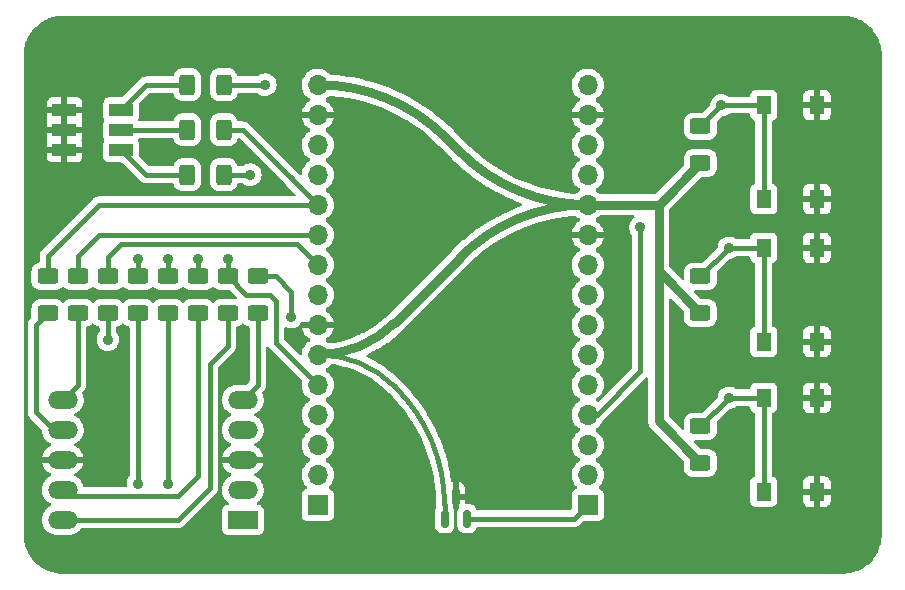
<source format=gbr>
%TF.GenerationSoftware,KiCad,Pcbnew,(5.99.0-9801-g46d71f0d23)*%
%TF.CreationDate,2021-03-18T00:24:41-04:00*%
%TF.ProjectId,PCB-S,5043422d-532e-46b6-9963-61645f706362,rev?*%
%TF.SameCoordinates,Original*%
%TF.FileFunction,Copper,L1,Top*%
%TF.FilePolarity,Positive*%
%FSLAX46Y46*%
G04 Gerber Fmt 4.6, Leading zero omitted, Abs format (unit mm)*
G04 Created by KiCad (PCBNEW (5.99.0-9801-g46d71f0d23)) date 2021-03-18 00:24:41*
%MOMM*%
%LPD*%
G01*
G04 APERTURE LIST*
G04 Aperture macros list*
%AMRoundRect*
0 Rectangle with rounded corners*
0 $1 Rounding radius*
0 $2 $3 $4 $5 $6 $7 $8 $9 X,Y pos of 4 corners*
0 Add a 4 corners polygon primitive as box body*
4,1,4,$2,$3,$4,$5,$6,$7,$8,$9,$2,$3,0*
0 Add four circle primitives for the rounded corners*
1,1,$1+$1,$2,$3*
1,1,$1+$1,$4,$5*
1,1,$1+$1,$6,$7*
1,1,$1+$1,$8,$9*
0 Add four rect primitives between the rounded corners*
20,1,$1+$1,$2,$3,$4,$5,0*
20,1,$1+$1,$4,$5,$6,$7,0*
20,1,$1+$1,$6,$7,$8,$9,0*
20,1,$1+$1,$8,$9,$2,$3,0*%
G04 Aperture macros list end*
%TA.AperFunction,SMDPad,CuDef*%
%ADD10RoundRect,0.250000X-0.625000X0.400000X-0.625000X-0.400000X0.625000X-0.400000X0.625000X0.400000X0*%
%TD*%
%TA.AperFunction,SMDPad,CuDef*%
%ADD11RoundRect,0.250000X0.400000X0.625000X-0.400000X0.625000X-0.400000X-0.625000X0.400000X-0.625000X0*%
%TD*%
%TA.AperFunction,SMDPad,CuDef*%
%ADD12R,1.300000X1.550000*%
%TD*%
%TA.AperFunction,SMDPad,CuDef*%
%ADD13RoundRect,0.250000X0.625000X-0.400000X0.625000X0.400000X-0.625000X0.400000X-0.625000X-0.400000X0*%
%TD*%
%TA.AperFunction,SMDPad,CuDef*%
%ADD14RoundRect,0.150000X0.150000X-0.587500X0.150000X0.587500X-0.150000X0.587500X-0.150000X-0.587500X0*%
%TD*%
%TA.AperFunction,ComponentPad*%
%ADD15R,1.700000X1.700000*%
%TD*%
%TA.AperFunction,ComponentPad*%
%ADD16O,1.700000X1.700000*%
%TD*%
%TA.AperFunction,ComponentPad*%
%ADD17R,2.524000X1.524000*%
%TD*%
%TA.AperFunction,ComponentPad*%
%ADD18O,2.524000X1.524000*%
%TD*%
%TA.AperFunction,SMDPad,CuDef*%
%ADD19R,2.000000X1.100000*%
%TD*%
%TA.AperFunction,ViaPad*%
%ADD20C,0.889000*%
%TD*%
%TA.AperFunction,Conductor*%
%ADD21C,0.381000*%
%TD*%
%TA.AperFunction,Conductor*%
%ADD22C,0.762000*%
%TD*%
G04 APERTURE END LIST*
D10*
%TO.P,R2,1*%
%TO.N,/SEGB*%
X170180000Y-49885000D03*
%TO.P,R2,2*%
%TO.N,Net-(D1-Pad6)*%
X170180000Y-52985000D03*
%TD*%
D11*
%TO.P,R9,1*%
%TO.N,/SEGA*%
X182525000Y-37465000D03*
%TO.P,R9,2*%
%TO.N,Net-(D2-Pad2)*%
X179425000Y-37465000D03*
%TD*%
D10*
%TO.P,R7,1*%
%TO.N,/SEGG*%
X182880000Y-49885000D03*
%TO.P,R7,2*%
%TO.N,Net-(D1-Pad10)*%
X182880000Y-52985000D03*
%TD*%
D12*
%TO.P,SW3,1,1*%
%TO.N,/BT3*%
X228255000Y-43345000D03*
X228255000Y-35395000D03*
%TO.P,SW3,2,2*%
%TO.N,GND*%
X232755000Y-43345000D03*
X232755000Y-35395000D03*
%TD*%
D13*
%TO.P,R12,1*%
%TO.N,+3V3*%
X222885000Y-65685000D03*
%TO.P,R12,2*%
%TO.N,/BT1*%
X222885000Y-62585000D03*
%TD*%
D10*
%TO.P,R3,1*%
%TO.N,/SEGC*%
X172720000Y-49885000D03*
%TO.P,R3,2*%
%TO.N,Net-(D1-Pad4)*%
X172720000Y-52985000D03*
%TD*%
%TO.P,R8,1*%
%TO.N,/SEGDP*%
X185420000Y-49885000D03*
%TO.P,R8,2*%
%TO.N,Net-(D1-Pad5)*%
X185420000Y-52985000D03*
%TD*%
D13*
%TO.P,R14,1*%
%TO.N,+3V3*%
X222885000Y-40285000D03*
%TO.P,R14,2*%
%TO.N,/BT3*%
X222885000Y-37185000D03*
%TD*%
%TO.P,R13,1*%
%TO.N,+3V3*%
X222885000Y-52985000D03*
%TO.P,R13,2*%
%TO.N,/BT2*%
X222885000Y-49885000D03*
%TD*%
D11*
%TO.P,R11,1*%
%TO.N,/SEGG*%
X182525000Y-33655000D03*
%TO.P,R11,2*%
%TO.N,Net-(D2-Pad3)*%
X179425000Y-33655000D03*
%TD*%
D12*
%TO.P,SW1,1,1*%
%TO.N,/BT1*%
X228255000Y-60160000D03*
X228255000Y-68110000D03*
%TO.P,SW1,2,2*%
%TO.N,GND*%
X232755000Y-60160000D03*
X232755000Y-68110000D03*
%TD*%
D14*
%TO.P,U1,1,Vdd*%
%TO.N,+3V3*%
X201234000Y-70406500D03*
%TO.P,U1,2,Vout*%
%TO.N,/TEMP*%
X203134000Y-70406500D03*
%TO.P,U1,3,GND*%
%TO.N,GND*%
X202184000Y-68531500D03*
%TD*%
D10*
%TO.P,R6,1*%
%TO.N,/SEGF*%
X180340000Y-49885000D03*
%TO.P,R6,2*%
%TO.N,Net-(D1-Pad9)*%
X180340000Y-52985000D03*
%TD*%
D11*
%TO.P,R10,1*%
%TO.N,/SEGD*%
X182525000Y-41275000D03*
%TO.P,R10,2*%
%TO.N,Net-(D2-Pad1)*%
X179425000Y-41275000D03*
%TD*%
D10*
%TO.P,R1,1*%
%TO.N,/SEGA*%
X167640000Y-49885000D03*
%TO.P,R1,2*%
%TO.N,Net-(D1-Pad7)*%
X167640000Y-52985000D03*
%TD*%
D15*
%TO.P,J1,1,Pin_1*%
%TO.N,/TEMP*%
X213360000Y-69215000D03*
D16*
%TO.P,J1,2,Pin_2*%
%TO.N,unconnected-(J1-Pad2)*%
X213360000Y-66675000D03*
%TO.P,J1,3,Pin_3*%
%TO.N,unconnected-(J1-Pad3)*%
X213360000Y-64135000D03*
%TO.P,J1,4,Pin_4*%
%TO.N,/BT3*%
X213360000Y-61595000D03*
%TO.P,J1,5,Pin_5*%
%TO.N,unconnected-(J1-Pad5)*%
X213360000Y-59055000D03*
%TO.P,J1,6,Pin_6*%
%TO.N,unconnected-(J1-Pad6)*%
X213360000Y-56515000D03*
%TO.P,J1,7,Pin_7*%
%TO.N,unconnected-(J1-Pad7)*%
X213360000Y-53975000D03*
%TO.P,J1,8,Pin_8*%
%TO.N,unconnected-(J1-Pad8)*%
X213360000Y-51435000D03*
%TO.P,J1,9,Pin_9*%
%TO.N,unconnected-(J1-Pad9)*%
X213360000Y-48895000D03*
%TO.P,J1,10,Pin_10*%
%TO.N,GND*%
X213360000Y-46355000D03*
%TO.P,J1,11,Pin_11*%
%TO.N,+3V3*%
X213360000Y-43815000D03*
%TO.P,J1,12,Pin_12*%
%TO.N,unconnected-(J1-Pad12)*%
X213360000Y-41275000D03*
%TO.P,J1,13,Pin_13*%
%TO.N,unconnected-(J1-Pad13)*%
X213360000Y-38735000D03*
%TO.P,J1,14,Pin_14*%
%TO.N,GND*%
X213360000Y-36195000D03*
%TO.P,J1,15,Pin_15*%
%TO.N,unconnected-(J1-Pad15)*%
X213360000Y-33655000D03*
%TD*%
D15*
%TO.P,J2,1,Pin_1*%
%TO.N,/BT1*%
X190500000Y-69215000D03*
D16*
%TO.P,J2,2,Pin_2*%
%TO.N,/IO-C1*%
X190500000Y-66675000D03*
%TO.P,J2,3,Pin_3*%
%TO.N,/SEGD*%
X190500000Y-64135000D03*
%TO.P,J2,4,Pin_4*%
%TO.N,/SEGE*%
X190500000Y-61595000D03*
%TO.P,J2,5,Pin_5*%
%TO.N,/SEGG*%
X190500000Y-59055000D03*
%TO.P,J2,6,Pin_6*%
%TO.N,+3V3*%
X190500000Y-56515000D03*
%TO.P,J2,7,Pin_7*%
%TO.N,GND*%
X190500000Y-53975000D03*
%TO.P,J2,8,Pin_8*%
%TO.N,/SEGF*%
X190500000Y-51435000D03*
%TO.P,J2,9,Pin_9*%
%TO.N,/SEGC*%
X190500000Y-48895000D03*
%TO.P,J2,10,Pin_10*%
%TO.N,/SEGB*%
X190500000Y-46355000D03*
%TO.P,J2,11,Pin_11*%
%TO.N,/SEGA*%
X190500000Y-43815000D03*
%TO.P,J2,12,Pin_12*%
%TO.N,unconnected-(J2-Pad12)*%
X190500000Y-41275000D03*
%TO.P,J2,13,Pin_13*%
%TO.N,unconnected-(J2-Pad13)*%
X190500000Y-38735000D03*
%TO.P,J2,14,Pin_14*%
%TO.N,GND*%
X190500000Y-36195000D03*
%TO.P,J2,15,Pin_15*%
%TO.N,+3V3*%
X190500000Y-33655000D03*
%TD*%
D10*
%TO.P,R4,1*%
%TO.N,/SEGD*%
X175260000Y-49885000D03*
%TO.P,R4,2*%
%TO.N,Net-(D1-Pad2)*%
X175260000Y-52985000D03*
%TD*%
%TO.P,R5,1*%
%TO.N,/SEGE*%
X177800000Y-49885000D03*
%TO.P,R5,2*%
%TO.N,Net-(D1-Pad1)*%
X177800000Y-52985000D03*
%TD*%
D12*
%TO.P,SW2,1,1*%
%TO.N,/BT2*%
X228255000Y-47460000D03*
X228255000Y-55410000D03*
%TO.P,SW2,2,2*%
%TO.N,GND*%
X232755000Y-55410000D03*
X232755000Y-47460000D03*
%TD*%
D17*
%TO.P,D1,1,E*%
%TO.N,Net-(D1-Pad1)*%
X184150000Y-70485000D03*
D18*
%TO.P,D1,2,D*%
%TO.N,Net-(D1-Pad2)*%
X184150000Y-67945000D03*
%TO.P,D1,3,CC*%
%TO.N,GND*%
X184150000Y-65405000D03*
%TO.P,D1,4,C*%
%TO.N,Net-(D1-Pad4)*%
X184150000Y-62865000D03*
%TO.P,D1,5,DP*%
%TO.N,Net-(D1-Pad5)*%
X184150000Y-60325000D03*
%TO.P,D1,6,B*%
%TO.N,Net-(D1-Pad6)*%
X168910000Y-60325000D03*
%TO.P,D1,7,A*%
%TO.N,Net-(D1-Pad7)*%
X168910000Y-62865000D03*
%TO.P,D1,8,CC*%
%TO.N,GND*%
X168910000Y-65405000D03*
%TO.P,D1,9,F*%
%TO.N,Net-(D1-Pad9)*%
X168910000Y-67945000D03*
%TO.P,D1,10,G*%
%TO.N,Net-(D1-Pad10)*%
X168910000Y-70485000D03*
%TD*%
D19*
%TO.P,D2,1,GA*%
%TO.N,Net-(D2-Pad1)*%
X173850000Y-39165000D03*
%TO.P,D2,2,RA*%
%TO.N,Net-(D2-Pad2)*%
X173850000Y-37465000D03*
%TO.P,D2,3,BA*%
%TO.N,Net-(D2-Pad3)*%
X173850000Y-35765000D03*
%TO.P,D2,4,BK*%
%TO.N,GND*%
X169050000Y-35765000D03*
%TO.P,D2,5,RK*%
X169050000Y-37465000D03*
%TO.P,D2,6,GK*%
X169050000Y-39165000D03*
%TD*%
D20*
%TO.N,Net-(D1-Pad4)*%
X172720000Y-55245000D03*
%TO.N,/BT2*%
X225310000Y-47460000D03*
%TO.N,/BT1*%
X225310000Y-60160000D03*
%TO.N,/SEGG*%
X186055000Y-33655000D03*
X182880000Y-48387000D03*
%TO.N,/SEGF*%
X180340000Y-48387000D03*
%TO.N,/SEGE*%
X177800000Y-48387000D03*
%TO.N,/SEGD*%
X184785000Y-41275000D03*
X175260000Y-48387000D03*
%TO.N,GND*%
X167005000Y-37465000D03*
X186690000Y-65405000D03*
X166370000Y-65405000D03*
%TO.N,Net-(D1-Pad2)*%
X175260000Y-67437000D03*
%TO.N,Net-(D1-Pad1)*%
X177800000Y-67437000D03*
%TO.N,/BT3*%
X224675000Y-35395000D03*
X217805000Y-45720000D03*
%TO.N,/SEGDP*%
X188214000Y-53340000D03*
%TD*%
D21*
%TO.N,Net-(D1-Pad4)*%
X172720000Y-52985000D02*
X172720000Y-55245000D01*
D22*
%TO.N,+3V3*%
X219355000Y-43815000D02*
X219355000Y-49455000D01*
X197004077Y-53820923D02*
X202519871Y-48305129D01*
X219355000Y-49455000D02*
X219355000Y-62155000D01*
D21*
X201234000Y-69279702D02*
X201234000Y-70406500D01*
D22*
X219355000Y-62155000D02*
X222885000Y-65685000D01*
X219355000Y-43815000D02*
X222885000Y-40285000D01*
D21*
X197004077Y-59209077D02*
X197104000Y-59309000D01*
D22*
X219355000Y-49455000D02*
X222885000Y-52985000D01*
X201340128Y-38145128D02*
X202519871Y-39324871D01*
X213360000Y-43815000D02*
X219355000Y-43815000D01*
D21*
X197004077Y-59209077D02*
G75*
G03*
X190500000Y-56515000I-6504078J-6504079D01*
G01*
D22*
X201340128Y-38145128D02*
G75*
G03*
X190500000Y-33655000I-10840127J-10840125D01*
G01*
X197004077Y-53820923D02*
G75*
G02*
X190500000Y-56515000I-6504078J6504079D01*
G01*
D21*
X201233999Y-69279702D02*
G75*
G03*
X197103999Y-59309001I-14100701J0D01*
G01*
D22*
X213360000Y-43814999D02*
G75*
G02*
X202519872Y-39324870I-3J15330248D01*
G01*
X213360000Y-43815000D02*
G75*
G03*
X202519871Y-48305129I2J-15330260D01*
G01*
D21*
%TO.N,/BT2*%
X222885000Y-49885000D02*
X225310000Y-47460000D01*
X228255000Y-47460000D02*
X228255000Y-55410000D01*
X225310000Y-47460000D02*
X228255000Y-47460000D01*
%TO.N,/BT1*%
X222885000Y-62585000D02*
X225310000Y-60160000D01*
X228255000Y-60160000D02*
X228255000Y-68110000D01*
X225310000Y-60160000D02*
X228255000Y-60160000D01*
%TO.N,/SEGG*%
X186942720Y-55497720D02*
X186942720Y-51944280D01*
X182880000Y-49885000D02*
X182880000Y-48387000D01*
X186433440Y-51435000D02*
X186942720Y-51944280D01*
X184430000Y-51435000D02*
X186433440Y-51435000D01*
X190500000Y-59055000D02*
X186942720Y-55497720D01*
X186055000Y-33655000D02*
X182525000Y-33655000D01*
X182880000Y-49885000D02*
X184430000Y-51435000D01*
%TO.N,/SEGF*%
X180340000Y-49885000D02*
X180340000Y-48387000D01*
%TO.N,/SEGE*%
X177800000Y-49885000D02*
X177800000Y-48387000D01*
%TO.N,/SEGD*%
X182525000Y-41275000D02*
X184785000Y-41275000D01*
X175260000Y-49885000D02*
X175260000Y-48387000D01*
%TO.N,/SEGC*%
X172720000Y-48260000D02*
X173863000Y-47117000D01*
X172720000Y-49885000D02*
X172720000Y-48260000D01*
X173863000Y-47117000D02*
X188722000Y-47117000D01*
X188722000Y-47117000D02*
X190500000Y-48895000D01*
%TO.N,/SEGB*%
X171958000Y-46355000D02*
X190500000Y-46355000D01*
X170180000Y-48133000D02*
X171958000Y-46355000D01*
X170180000Y-49885000D02*
X170180000Y-48133000D01*
%TO.N,/SEGA*%
X190500000Y-43815000D02*
X171958000Y-43815000D01*
X167640000Y-48133000D02*
X167640000Y-49885000D01*
X187960000Y-41275000D02*
X184150000Y-37465000D01*
X184150000Y-37465000D02*
X182525000Y-37465000D01*
X171958000Y-43815000D02*
X167640000Y-48133000D01*
X187960000Y-41275000D02*
X190500000Y-43815000D01*
X187960000Y-41275000D02*
X188277500Y-41592500D01*
%TO.N,GND*%
X169050000Y-35765000D02*
X169050000Y-37465000D01*
X169050000Y-37465000D02*
X169050000Y-39165000D01*
%TO.N,Net-(D1-Pad2)*%
X175260000Y-67437000D02*
X175260000Y-52985000D01*
X175260000Y-55245000D02*
X175260000Y-52985000D01*
%TO.N,Net-(D1-Pad5)*%
X185420000Y-59055000D02*
X184150000Y-60325000D01*
X185420000Y-52985000D02*
X185420000Y-59055000D01*
%TO.N,/TEMP*%
X212168500Y-70406500D02*
X213360000Y-69215000D01*
X203134000Y-70406500D02*
X212168500Y-70406500D01*
%TO.N,Net-(D1-Pad1)*%
X177800000Y-55245000D02*
X177800000Y-52985000D01*
X177800000Y-67437000D02*
X177800000Y-52985000D01*
%TO.N,Net-(D1-Pad9)*%
X180340000Y-55245000D02*
X180340000Y-52985000D01*
X169418000Y-68453000D02*
X178689000Y-68453000D01*
X168910000Y-67945000D02*
X169418000Y-68453000D01*
X178689000Y-68453000D02*
X180340000Y-66802000D01*
X180340000Y-66802000D02*
X180340000Y-52985000D01*
%TO.N,Net-(D1-Pad10)*%
X177453554Y-70485000D02*
X176784000Y-70485000D01*
X182880000Y-55245000D02*
X182880000Y-54610000D01*
X181356000Y-57277000D02*
X182880000Y-55753000D01*
X177453554Y-70485000D02*
X178689000Y-70485000D01*
X177453554Y-70485000D02*
X168910000Y-70485000D01*
X182880000Y-52985000D02*
X182880000Y-55245000D01*
X181356000Y-67818000D02*
X181356000Y-57277000D01*
X182880000Y-55753000D02*
X182880000Y-55245000D01*
X178689000Y-70485000D02*
X181356000Y-67818000D01*
%TO.N,/BT3*%
X214122000Y-61595000D02*
X213360000Y-61595000D01*
X228255000Y-35395000D02*
X228255000Y-43345000D01*
X217805000Y-57912000D02*
X214122000Y-61595000D01*
X224675000Y-35395000D02*
X228255000Y-35395000D01*
X222885000Y-37185000D02*
X224675000Y-35395000D01*
X217805000Y-45720000D02*
X217805000Y-57912000D01*
%TO.N,Net-(D1-Pad7)*%
X168148000Y-62865000D02*
X168910000Y-62865000D01*
X167640000Y-52985000D02*
X166624000Y-54001000D01*
X166624000Y-61341000D02*
X168148000Y-62865000D01*
X166624000Y-54001000D02*
X166624000Y-61341000D01*
%TO.N,Net-(D1-Pad6)*%
X170180000Y-55245000D02*
X170180000Y-52985000D01*
X168910000Y-60325000D02*
X170180000Y-59055000D01*
X170180000Y-59055000D02*
X170180000Y-52985000D01*
%TO.N,/SEGDP*%
X188214000Y-51181000D02*
X188214000Y-53340000D01*
X185420000Y-49885000D02*
X186918000Y-49885000D01*
X186918000Y-49885000D02*
X188214000Y-51181000D01*
%TO.N,Net-(D2-Pad1)*%
X175960000Y-41275000D02*
X173850000Y-39165000D01*
X179425000Y-41275000D02*
X175960000Y-41275000D01*
%TO.N,Net-(D2-Pad2)*%
X173850000Y-37465000D02*
X179425000Y-37465000D01*
%TO.N,Net-(D2-Pad3)*%
X175960000Y-33655000D02*
X173850000Y-35765000D01*
X179425000Y-33655000D02*
X175960000Y-33655000D01*
%TD*%
%TA.AperFunction,Conductor*%
%TO.N,GND*%
G36*
X234889162Y-27814776D02*
G01*
X234900013Y-27816618D01*
X234900021Y-27816619D01*
X234904807Y-27817431D01*
X235028226Y-27819116D01*
X235059828Y-27819548D01*
X235064701Y-27819709D01*
X235106298Y-27821889D01*
X235157691Y-27824582D01*
X235164260Y-27825099D01*
X235424421Y-27852443D01*
X235430938Y-27853301D01*
X235475242Y-27860318D01*
X235500504Y-27864319D01*
X235506989Y-27865521D01*
X235657733Y-27897562D01*
X235762896Y-27919916D01*
X235769289Y-27921451D01*
X235797549Y-27929024D01*
X235837247Y-27939661D01*
X235843571Y-27941534D01*
X236092371Y-28022373D01*
X236098591Y-28024575D01*
X236164341Y-28049815D01*
X236170433Y-28052339D01*
X236409381Y-28158724D01*
X236415322Y-28161557D01*
X236478078Y-28193533D01*
X236483868Y-28196677D01*
X236710406Y-28327469D01*
X236716030Y-28330915D01*
X236775075Y-28369259D01*
X236780505Y-28372991D01*
X236841052Y-28416981D01*
X236992152Y-28526762D01*
X236997385Y-28530778D01*
X237052081Y-28575070D01*
X237057097Y-28579354D01*
X237251508Y-28754402D01*
X237256293Y-28758943D01*
X237306060Y-28808710D01*
X237310601Y-28813495D01*
X237485637Y-29007893D01*
X237489921Y-29012908D01*
X237534232Y-29067627D01*
X237538248Y-29072861D01*
X237692001Y-29284484D01*
X237695738Y-29289921D01*
X237734080Y-29348963D01*
X237737526Y-29354587D01*
X237868319Y-29581126D01*
X237871467Y-29586923D01*
X237903430Y-29649654D01*
X237906270Y-29655608D01*
X238012667Y-29894579D01*
X238015191Y-29900673D01*
X238040425Y-29966409D01*
X238042627Y-29972628D01*
X238123462Y-30221415D01*
X238125336Y-30227741D01*
X238143554Y-30295734D01*
X238145093Y-30302146D01*
X238199480Y-30558011D01*
X238200674Y-30564450D01*
X238211697Y-30634044D01*
X238211699Y-30634057D01*
X238212558Y-30640580D01*
X238212559Y-30640586D01*
X238212560Y-30640597D01*
X238239900Y-30900725D01*
X238240417Y-30907301D01*
X238245291Y-31000306D01*
X238245452Y-31005172D01*
X238247525Y-31156916D01*
X238248222Y-31161349D01*
X238250472Y-31175666D01*
X238252000Y-31195230D01*
X238252000Y-71673080D01*
X238250224Y-71694162D01*
X238248382Y-71705013D01*
X238248381Y-71705021D01*
X238247569Y-71709807D01*
X238246879Y-71760339D01*
X238245452Y-71864826D01*
X238245291Y-71869700D01*
X238240417Y-71962691D01*
X238239900Y-71969266D01*
X238212560Y-72229400D01*
X238211699Y-72235940D01*
X238200677Y-72305532D01*
X238199474Y-72312019D01*
X238145095Y-72567846D01*
X238143556Y-72574259D01*
X238125336Y-72642259D01*
X238123463Y-72648582D01*
X238049990Y-72874709D01*
X238042627Y-72897371D01*
X238040425Y-72903591D01*
X238015185Y-72969341D01*
X238012661Y-72975433D01*
X237906280Y-73214372D01*
X237903439Y-73220328D01*
X237871465Y-73283079D01*
X237868318Y-73288875D01*
X237737530Y-73515408D01*
X237734091Y-73521021D01*
X237695729Y-73580093D01*
X237692001Y-73585517D01*
X237538244Y-73797144D01*
X237534228Y-73802377D01*
X237489923Y-73857089D01*
X237485639Y-73862105D01*
X237310602Y-74056504D01*
X237306061Y-74061289D01*
X237256294Y-74111056D01*
X237251509Y-74115597D01*
X237057105Y-74290639D01*
X237052090Y-74294923D01*
X236997383Y-74339224D01*
X236992156Y-74343234D01*
X236780490Y-74497019D01*
X236775070Y-74500744D01*
X236716036Y-74539080D01*
X236710413Y-74542526D01*
X236483870Y-74673321D01*
X236478073Y-74676469D01*
X236415342Y-74708432D01*
X236409388Y-74711271D01*
X236170433Y-74817662D01*
X236164338Y-74820187D01*
X236098585Y-74845427D01*
X236092373Y-74847627D01*
X235843574Y-74928466D01*
X235837272Y-74930333D01*
X235811244Y-74937307D01*
X235769282Y-74948550D01*
X235762869Y-74950090D01*
X235639316Y-74976352D01*
X235506962Y-75004485D01*
X235500513Y-75005680D01*
X235430943Y-75016699D01*
X235424431Y-75017556D01*
X235297251Y-75030923D01*
X235164271Y-75044900D01*
X235157695Y-75045417D01*
X235064694Y-75050291D01*
X235059821Y-75050452D01*
X234970734Y-75051669D01*
X234908085Y-75052525D01*
X234892925Y-75054908D01*
X234889335Y-75055472D01*
X234869771Y-75057000D01*
X168991920Y-75057000D01*
X168970838Y-75055224D01*
X168959987Y-75053382D01*
X168959979Y-75053381D01*
X168955193Y-75052569D01*
X168837561Y-75050963D01*
X168800174Y-75050452D01*
X168795300Y-75050291D01*
X168702309Y-75045417D01*
X168695734Y-75044900D01*
X168435600Y-75017560D01*
X168429060Y-75016699D01*
X168412434Y-75014066D01*
X168359462Y-75005676D01*
X168352988Y-75004475D01*
X168268399Y-74986495D01*
X168097154Y-74950095D01*
X168090741Y-74948556D01*
X168022741Y-74930336D01*
X168016415Y-74928462D01*
X167767629Y-74847627D01*
X167761409Y-74845425D01*
X167695659Y-74820185D01*
X167689567Y-74817661D01*
X167450628Y-74711280D01*
X167444672Y-74708439D01*
X167381921Y-74676465D01*
X167376125Y-74673318D01*
X167149592Y-74542530D01*
X167143979Y-74539091D01*
X167084907Y-74500729D01*
X167079483Y-74497001D01*
X167061676Y-74484063D01*
X166867851Y-74343240D01*
X166862623Y-74339228D01*
X166807911Y-74294923D01*
X166802895Y-74290639D01*
X166608496Y-74115602D01*
X166603711Y-74111061D01*
X166553944Y-74061294D01*
X166549403Y-74056509D01*
X166374361Y-73862105D01*
X166370077Y-73857090D01*
X166325776Y-73802383D01*
X166321760Y-73797149D01*
X166167981Y-73585490D01*
X166164256Y-73580070D01*
X166125920Y-73521036D01*
X166122474Y-73515413D01*
X165991679Y-73288870D01*
X165988531Y-73283073D01*
X165956568Y-73220342D01*
X165953729Y-73214388D01*
X165847338Y-72975433D01*
X165844813Y-72969338D01*
X165819573Y-72903585D01*
X165817371Y-72897367D01*
X165736538Y-72648587D01*
X165736538Y-72648585D01*
X165736534Y-72648574D01*
X165734664Y-72642261D01*
X165734664Y-72642259D01*
X165727693Y-72616244D01*
X165716450Y-72574282D01*
X165714910Y-72567869D01*
X165660527Y-72312019D01*
X165660515Y-72311962D01*
X165659317Y-72305496D01*
X165648303Y-72235955D01*
X165647442Y-72229415D01*
X165647441Y-72229400D01*
X165625085Y-72016700D01*
X165620100Y-71969271D01*
X165619583Y-71962695D01*
X165614709Y-71869694D01*
X165614548Y-71864821D01*
X165612847Y-71740341D01*
X165612475Y-71713085D01*
X165609528Y-71694335D01*
X165608000Y-71674771D01*
X165608000Y-61377845D01*
X165920965Y-61377845D01*
X165922270Y-61385322D01*
X165922270Y-61385324D01*
X165931793Y-61439887D01*
X165932755Y-61446409D01*
X165940321Y-61508928D01*
X165943005Y-61516030D01*
X165943856Y-61519497D01*
X165947705Y-61533566D01*
X165948742Y-61537001D01*
X165950047Y-61544478D01*
X165953098Y-61551428D01*
X165953099Y-61551432D01*
X165975364Y-61602154D01*
X165977855Y-61608258D01*
X166000113Y-61667160D01*
X166004415Y-61673420D01*
X166006075Y-61676595D01*
X166013170Y-61689342D01*
X166014982Y-61692406D01*
X166018037Y-61699365D01*
X166042698Y-61731504D01*
X166056372Y-61749324D01*
X166060250Y-61754661D01*
X166082172Y-61786557D01*
X166095922Y-61806564D01*
X166101590Y-61811614D01*
X166101591Y-61811615D01*
X166140063Y-61845892D01*
X166145339Y-61850874D01*
X167098692Y-62804227D01*
X167132718Y-62866539D01*
X167134861Y-62893864D01*
X167135276Y-62893851D01*
X167135452Y-62899457D01*
X167135129Y-62905064D01*
X167162373Y-63130191D01*
X167229052Y-63346936D01*
X167333060Y-63548447D01*
X167471108Y-63728355D01*
X167475254Y-63732128D01*
X167475259Y-63732133D01*
X167578984Y-63826515D01*
X167638834Y-63880974D01*
X167643590Y-63883957D01*
X167643592Y-63883959D01*
X167826179Y-63998496D01*
X167826183Y-63998498D01*
X167830935Y-64001479D01*
X167836139Y-64003571D01*
X167836141Y-64003572D01*
X167874866Y-64019139D01*
X167930610Y-64063106D01*
X167953735Y-64130231D01*
X167936898Y-64199202D01*
X167882114Y-64249772D01*
X167766032Y-64305141D01*
X167756419Y-64310826D01*
X167581448Y-64436555D01*
X167572982Y-64443863D01*
X167423048Y-64598584D01*
X167416005Y-64607281D01*
X167295841Y-64786104D01*
X167290453Y-64795904D01*
X167203852Y-64993185D01*
X167200285Y-65003784D01*
X167169171Y-65133384D01*
X167169876Y-65147470D01*
X167178755Y-65151000D01*
X170640365Y-65151000D01*
X170654347Y-65146895D01*
X170655936Y-65136654D01*
X170655489Y-65134553D01*
X170592134Y-64928614D01*
X170587913Y-64918269D01*
X170489090Y-64726804D01*
X170483105Y-64717373D01*
X170351939Y-64546434D01*
X170344373Y-64538205D01*
X170185015Y-64393202D01*
X170176112Y-64386443D01*
X169993586Y-64271946D01*
X169983637Y-64266876D01*
X169945152Y-64251406D01*
X169889407Y-64207439D01*
X169866281Y-64140315D01*
X169883117Y-64071343D01*
X169937902Y-64020773D01*
X170054213Y-63965295D01*
X170054223Y-63965289D01*
X170059282Y-63962876D01*
X170243438Y-63830547D01*
X170328033Y-63743252D01*
X170397347Y-63671726D01*
X170397349Y-63671723D01*
X170401250Y-63667698D01*
X170454523Y-63588419D01*
X170524603Y-63484130D01*
X170524606Y-63484124D01*
X170527729Y-63479477D01*
X170533006Y-63467457D01*
X170616622Y-63276975D01*
X170616623Y-63276973D01*
X170618879Y-63271833D01*
X170671817Y-63051329D01*
X170683762Y-62844175D01*
X170684548Y-62830542D01*
X170684548Y-62830539D01*
X170684871Y-62824936D01*
X170657627Y-62599809D01*
X170590948Y-62383064D01*
X170538587Y-62281616D01*
X170489512Y-62186536D01*
X170489512Y-62186535D01*
X170486940Y-62181553D01*
X170348892Y-62001645D01*
X170344746Y-61997872D01*
X170344741Y-61997867D01*
X170185319Y-61852805D01*
X170181166Y-61849026D01*
X170113476Y-61806564D01*
X169993821Y-61731504D01*
X169993817Y-61731502D01*
X169989065Y-61728521D01*
X169983861Y-61726429D01*
X169983859Y-61726428D01*
X169945761Y-61711113D01*
X169890017Y-61667146D01*
X169866892Y-61600021D01*
X169883729Y-61531050D01*
X169938513Y-61480480D01*
X169946763Y-61476545D01*
X170059282Y-61422876D01*
X170243438Y-61290547D01*
X170342469Y-61188355D01*
X170397347Y-61131726D01*
X170397349Y-61131723D01*
X170401250Y-61127698D01*
X170477322Y-61014491D01*
X170524603Y-60944130D01*
X170524606Y-60944124D01*
X170527729Y-60939477D01*
X170530114Y-60934045D01*
X170616622Y-60736975D01*
X170616623Y-60736973D01*
X170618879Y-60731833D01*
X170657584Y-60570616D01*
X170670507Y-60516786D01*
X170670507Y-60516785D01*
X170671817Y-60511329D01*
X170684871Y-60284936D01*
X170657627Y-60059809D01*
X170655720Y-60053608D01*
X170615731Y-59923624D01*
X170590948Y-59843064D01*
X170588376Y-59838081D01*
X170588374Y-59838076D01*
X170561514Y-59786037D01*
X170548044Y-59716330D01*
X170574399Y-59650406D01*
X170584384Y-59639151D01*
X170655425Y-59568110D01*
X170661691Y-59562256D01*
X170697447Y-59531064D01*
X170703174Y-59526068D01*
X170739388Y-59474540D01*
X170743304Y-59469267D01*
X170782177Y-59419691D01*
X170785305Y-59412763D01*
X170787155Y-59409708D01*
X170794378Y-59397045D01*
X170796068Y-59393894D01*
X170800438Y-59387676D01*
X170823319Y-59328990D01*
X170825874Y-59322912D01*
X170836691Y-59298955D01*
X170851785Y-59265525D01*
X170853169Y-59258058D01*
X170854240Y-59254641D01*
X170858240Y-59240598D01*
X170859124Y-59237154D01*
X170861883Y-59230078D01*
X170868405Y-59180542D01*
X170870104Y-59167634D01*
X170871136Y-59161120D01*
X170881227Y-59106672D01*
X170881227Y-59106671D01*
X170882611Y-59099204D01*
X170882119Y-59090663D01*
X170879209Y-59040208D01*
X170879000Y-59032954D01*
X170879000Y-54250866D01*
X170899002Y-54182745D01*
X170952658Y-54136252D01*
X170974617Y-54128725D01*
X170980643Y-54128022D01*
X170987518Y-54125526D01*
X170987520Y-54125526D01*
X171139985Y-54070184D01*
X171146864Y-54067687D01*
X171263337Y-53991324D01*
X171288628Y-53974743D01*
X171288629Y-53974742D01*
X171294747Y-53970731D01*
X171299779Y-53965419D01*
X171299783Y-53965416D01*
X171357476Y-53904513D01*
X171418845Y-53868814D01*
X171489771Y-53871961D01*
X171535601Y-53899691D01*
X171637645Y-53996358D01*
X171790555Y-54085175D01*
X171914252Y-54122639D01*
X171931523Y-54127870D01*
X171990921Y-54166759D01*
X172019865Y-54231588D01*
X172021000Y-54248460D01*
X172021000Y-54542797D01*
X172000998Y-54610918D01*
X171995288Y-54618560D01*
X171994799Y-54619023D01*
X171883741Y-54777630D01*
X171806843Y-54955330D01*
X171805537Y-54961582D01*
X171768554Y-55138608D01*
X171768553Y-55138613D01*
X171767248Y-55144862D01*
X171767116Y-55182777D01*
X171766711Y-55298796D01*
X171766572Y-55338484D01*
X171804843Y-55528288D01*
X171807336Y-55534162D01*
X171807337Y-55534164D01*
X171878004Y-55700646D01*
X171878007Y-55700651D01*
X171880498Y-55706520D01*
X171990446Y-55865899D01*
X171995050Y-55870314D01*
X172071214Y-55943352D01*
X172130196Y-55999914D01*
X172135592Y-56003312D01*
X172288636Y-56099690D01*
X172288640Y-56099692D01*
X172294039Y-56103092D01*
X172300009Y-56105336D01*
X172300013Y-56105338D01*
X172469314Y-56168974D01*
X172469319Y-56168975D01*
X172475283Y-56171217D01*
X172481579Y-56172214D01*
X172481582Y-56172215D01*
X172624365Y-56194829D01*
X172666523Y-56201506D01*
X172796520Y-56195603D01*
X172853564Y-56193013D01*
X172853565Y-56193013D01*
X172859948Y-56192723D01*
X172866139Y-56191156D01*
X172866142Y-56191156D01*
X173041463Y-56146793D01*
X173041465Y-56146792D01*
X173047655Y-56145226D01*
X173170839Y-56085676D01*
X173216232Y-56063732D01*
X173216234Y-56063731D01*
X173221978Y-56060954D01*
X173375796Y-55943352D01*
X173389074Y-55928078D01*
X173466393Y-55839132D01*
X173502825Y-55797222D01*
X173597875Y-55628534D01*
X173657065Y-55444179D01*
X173677977Y-55251688D01*
X173678000Y-55245000D01*
X173674261Y-55208184D01*
X173659078Y-55058716D01*
X173659078Y-55058715D01*
X173658433Y-55052367D01*
X173600532Y-54867604D01*
X173506661Y-54698256D01*
X173499761Y-54690205D01*
X173449332Y-54631369D01*
X173420188Y-54566631D01*
X173419000Y-54549372D01*
X173419000Y-54250866D01*
X173439002Y-54182745D01*
X173492658Y-54136252D01*
X173514617Y-54128725D01*
X173520643Y-54128022D01*
X173527518Y-54125526D01*
X173527520Y-54125526D01*
X173679985Y-54070184D01*
X173686864Y-54067687D01*
X173803337Y-53991324D01*
X173828628Y-53974743D01*
X173828629Y-53974742D01*
X173834747Y-53970731D01*
X173839779Y-53965419D01*
X173839783Y-53965416D01*
X173897476Y-53904513D01*
X173958845Y-53868814D01*
X174029771Y-53871961D01*
X174075601Y-53899691D01*
X174177645Y-53996358D01*
X174330555Y-54085175D01*
X174454252Y-54122639D01*
X174471523Y-54127870D01*
X174530921Y-54166759D01*
X174559865Y-54231588D01*
X174561000Y-54248460D01*
X174561000Y-66734797D01*
X174540998Y-66802918D01*
X174535288Y-66810560D01*
X174534799Y-66811023D01*
X174423741Y-66969630D01*
X174346843Y-67147330D01*
X174345537Y-67153582D01*
X174308554Y-67330608D01*
X174308553Y-67330613D01*
X174307248Y-67336862D01*
X174306572Y-67530484D01*
X174321084Y-67602454D01*
X174321213Y-67603095D01*
X174315070Y-67673825D01*
X174271663Y-67730007D01*
X174197699Y-67754000D01*
X170773516Y-67754000D01*
X170705395Y-67733998D01*
X170658902Y-67680342D01*
X170653086Y-67665049D01*
X170644205Y-67636179D01*
X170590948Y-67463064D01*
X170538944Y-67362309D01*
X170489512Y-67266536D01*
X170489512Y-67266535D01*
X170486940Y-67261553D01*
X170478625Y-67250716D01*
X170432289Y-67190330D01*
X170348892Y-67081645D01*
X170344746Y-67077872D01*
X170344741Y-67077867D01*
X170185319Y-66932805D01*
X170181166Y-66929026D01*
X170149781Y-66909338D01*
X169993821Y-66811504D01*
X169993817Y-66811502D01*
X169989065Y-66808521D01*
X169983861Y-66806429D01*
X169983859Y-66806428D01*
X169945134Y-66790861D01*
X169889390Y-66746894D01*
X169866265Y-66679769D01*
X169883102Y-66610798D01*
X169937886Y-66560228D01*
X170053968Y-66504859D01*
X170063581Y-66499174D01*
X170238552Y-66373445D01*
X170247018Y-66366137D01*
X170396952Y-66211416D01*
X170403995Y-66202719D01*
X170524159Y-66023896D01*
X170529547Y-66014096D01*
X170616148Y-65816815D01*
X170619715Y-65806216D01*
X170650829Y-65676616D01*
X170650124Y-65662530D01*
X170641245Y-65659000D01*
X167179635Y-65659000D01*
X167165653Y-65663105D01*
X167164064Y-65673346D01*
X167164511Y-65675447D01*
X167227866Y-65881386D01*
X167232087Y-65891731D01*
X167330910Y-66083196D01*
X167336895Y-66092627D01*
X167468061Y-66263566D01*
X167475627Y-66271795D01*
X167634985Y-66416798D01*
X167643888Y-66423557D01*
X167826414Y-66538054D01*
X167836363Y-66543124D01*
X167874848Y-66558594D01*
X167930593Y-66602561D01*
X167953719Y-66669685D01*
X167936883Y-66738657D01*
X167882098Y-66789227D01*
X167765787Y-66844705D01*
X167765777Y-66844711D01*
X167760718Y-66847124D01*
X167612355Y-66953733D01*
X167582079Y-66975489D01*
X167576562Y-66979453D01*
X167572655Y-66983485D01*
X167430352Y-67130330D01*
X167418750Y-67142302D01*
X167391983Y-67182136D01*
X167295397Y-67325870D01*
X167295394Y-67325876D01*
X167292271Y-67330523D01*
X167290018Y-67335655D01*
X167290016Y-67335659D01*
X167204362Y-67530783D01*
X167201121Y-67538167D01*
X167199811Y-67543624D01*
X167155065Y-67730007D01*
X167148183Y-67758671D01*
X167135129Y-67985064D01*
X167162373Y-68210191D01*
X167164023Y-68215553D01*
X167164023Y-68215555D01*
X167181703Y-68273025D01*
X167229052Y-68426936D01*
X167333060Y-68628447D01*
X167471108Y-68808355D01*
X167475254Y-68812128D01*
X167475259Y-68812133D01*
X167578984Y-68906515D01*
X167638834Y-68960974D01*
X167643588Y-68963956D01*
X167643592Y-68963959D01*
X167826179Y-69078496D01*
X167826183Y-69078498D01*
X167830935Y-69081479D01*
X167836139Y-69083571D01*
X167836141Y-69083572D01*
X167844276Y-69086842D01*
X167872819Y-69098316D01*
X167874239Y-69098887D01*
X167929983Y-69142854D01*
X167953108Y-69209979D01*
X167936271Y-69278950D01*
X167881487Y-69329520D01*
X167760718Y-69387124D01*
X167576562Y-69519453D01*
X167572655Y-69523485D01*
X167438561Y-69661859D01*
X167418750Y-69682302D01*
X167374628Y-69747963D01*
X167295397Y-69865870D01*
X167295394Y-69865876D01*
X167292271Y-69870523D01*
X167201121Y-70078167D01*
X167148183Y-70298671D01*
X167135129Y-70525064D01*
X167162373Y-70750191D01*
X167229052Y-70966936D01*
X167231624Y-70971919D01*
X167329369Y-71161295D01*
X167333060Y-71168447D01*
X167471108Y-71348355D01*
X167475254Y-71352128D01*
X167475259Y-71352133D01*
X167586386Y-71453250D01*
X167638834Y-71500974D01*
X167643590Y-71503957D01*
X167643592Y-71503959D01*
X167826179Y-71618496D01*
X167826183Y-71618498D01*
X167830935Y-71621479D01*
X168041340Y-71706061D01*
X168263398Y-71752047D01*
X168268009Y-71752313D01*
X168268010Y-71752313D01*
X168321461Y-71755395D01*
X168321465Y-71755395D01*
X168323284Y-71755500D01*
X169466023Y-71755500D01*
X169468810Y-71755251D01*
X169468816Y-71755251D01*
X169530704Y-71749727D01*
X169635872Y-71740341D01*
X169768841Y-71703965D01*
X169849188Y-71681985D01*
X169849192Y-71681984D01*
X169854604Y-71680503D01*
X170059282Y-71582876D01*
X170243438Y-71450547D01*
X170342469Y-71348355D01*
X170397347Y-71291726D01*
X170397349Y-71291723D01*
X170401250Y-71287698D01*
X170433487Y-71239724D01*
X170488083Y-71194339D01*
X170538069Y-71184000D01*
X178662367Y-71184000D01*
X178670936Y-71184292D01*
X178718269Y-71187519D01*
X178718273Y-71187519D01*
X178725845Y-71188035D01*
X178733322Y-71186730D01*
X178733324Y-71186730D01*
X178771995Y-71179981D01*
X178787891Y-71177206D01*
X178794409Y-71176245D01*
X178856928Y-71168679D01*
X178864030Y-71165995D01*
X178867497Y-71165144D01*
X178881566Y-71161295D01*
X178885001Y-71160258D01*
X178892478Y-71158953D01*
X178899428Y-71155902D01*
X178899432Y-71155901D01*
X178950154Y-71133636D01*
X178956258Y-71131145D01*
X178959499Y-71129920D01*
X179015160Y-71108887D01*
X179021420Y-71104585D01*
X179024595Y-71102925D01*
X179037342Y-71095830D01*
X179040406Y-71094018D01*
X179047365Y-71090963D01*
X179094218Y-71055011D01*
X179097324Y-71052628D01*
X179102661Y-71048750D01*
X179148305Y-71017380D01*
X179148307Y-71017378D01*
X179154564Y-71013078D01*
X179191061Y-70972115D01*
X179193892Y-70968937D01*
X179198874Y-70963661D01*
X180439535Y-69723000D01*
X182374500Y-69723000D01*
X182374500Y-71247000D01*
X182379727Y-71320079D01*
X182398130Y-71382754D01*
X182418036Y-71450547D01*
X182420904Y-71460316D01*
X182435052Y-71482331D01*
X182495051Y-71575691D01*
X182495053Y-71575694D01*
X182499923Y-71583271D01*
X182506733Y-71589172D01*
X182558165Y-71633738D01*
X182610381Y-71678984D01*
X182618579Y-71682728D01*
X182675345Y-71708652D01*
X182743330Y-71739700D01*
X182752245Y-71740982D01*
X182752246Y-71740982D01*
X182883552Y-71759861D01*
X182883559Y-71759862D01*
X182888000Y-71760500D01*
X185412000Y-71760500D01*
X185485079Y-71755273D01*
X185563165Y-71732345D01*
X185616670Y-71716635D01*
X185616672Y-71716634D01*
X185625316Y-71714096D01*
X185681347Y-71678087D01*
X185740691Y-71639949D01*
X185740694Y-71639947D01*
X185748271Y-71635077D01*
X185791413Y-71585289D01*
X185838082Y-71531431D01*
X185838084Y-71531428D01*
X185843984Y-71524619D01*
X185904700Y-71391670D01*
X185909882Y-71355629D01*
X185924861Y-71251448D01*
X185924862Y-71251441D01*
X185925500Y-71247000D01*
X185925500Y-69723000D01*
X185920273Y-69649921D01*
X185887344Y-69537774D01*
X185881635Y-69518330D01*
X185881634Y-69518328D01*
X185879096Y-69509684D01*
X185854574Y-69471528D01*
X185804949Y-69394309D01*
X185804947Y-69394306D01*
X185800077Y-69386729D01*
X185785339Y-69373958D01*
X185696431Y-69296918D01*
X185696428Y-69296916D01*
X185689619Y-69291016D01*
X185663198Y-69278950D01*
X185564864Y-69234042D01*
X185564863Y-69234042D01*
X185556670Y-69230300D01*
X185547755Y-69229018D01*
X185547754Y-69229018D01*
X185529681Y-69226420D01*
X185434460Y-69212729D01*
X185369881Y-69183237D01*
X185331497Y-69123511D01*
X185331497Y-69052515D01*
X185369880Y-68992788D01*
X185378867Y-68985690D01*
X185478872Y-68913829D01*
X185478879Y-68913823D01*
X185483438Y-68910547D01*
X185582469Y-68808355D01*
X185637347Y-68751726D01*
X185637349Y-68751723D01*
X185641250Y-68747698D01*
X185685372Y-68682037D01*
X185764603Y-68564130D01*
X185764606Y-68564124D01*
X185767729Y-68559477D01*
X185823724Y-68431919D01*
X185856622Y-68356975D01*
X185856623Y-68356973D01*
X185858879Y-68351833D01*
X185907172Y-68150676D01*
X185910507Y-68136786D01*
X185910507Y-68136785D01*
X185911817Y-68131329D01*
X185924871Y-67904936D01*
X185897627Y-67679809D01*
X185830948Y-67463064D01*
X185778944Y-67362309D01*
X185729512Y-67266536D01*
X185729512Y-67266535D01*
X185726940Y-67261553D01*
X185718625Y-67250716D01*
X185672289Y-67190330D01*
X185588892Y-67081645D01*
X185584746Y-67077872D01*
X185584741Y-67077867D01*
X185425319Y-66932805D01*
X185421166Y-66929026D01*
X185389781Y-66909338D01*
X185233821Y-66811504D01*
X185233817Y-66811502D01*
X185229065Y-66808521D01*
X185223861Y-66806429D01*
X185223859Y-66806428D01*
X185185134Y-66790861D01*
X185129390Y-66746894D01*
X185106265Y-66679769D01*
X185123102Y-66610798D01*
X185177886Y-66560228D01*
X185293968Y-66504859D01*
X185303581Y-66499174D01*
X185478552Y-66373445D01*
X185487018Y-66366137D01*
X185636952Y-66211416D01*
X185643995Y-66202719D01*
X185764159Y-66023896D01*
X185769547Y-66014096D01*
X185856148Y-65816815D01*
X185859715Y-65806216D01*
X185890829Y-65676616D01*
X185890124Y-65662530D01*
X185881245Y-65659000D01*
X182419635Y-65659000D01*
X182405653Y-65663105D01*
X182404064Y-65673346D01*
X182404511Y-65675447D01*
X182467866Y-65881386D01*
X182472087Y-65891731D01*
X182570910Y-66083196D01*
X182576895Y-66092627D01*
X182708061Y-66263566D01*
X182715627Y-66271795D01*
X182874985Y-66416798D01*
X182883888Y-66423557D01*
X183066414Y-66538054D01*
X183076363Y-66543124D01*
X183114848Y-66558594D01*
X183170593Y-66602561D01*
X183193719Y-66669685D01*
X183176883Y-66738657D01*
X183122098Y-66789227D01*
X183005787Y-66844705D01*
X183005777Y-66844711D01*
X183000718Y-66847124D01*
X182852355Y-66953733D01*
X182822079Y-66975489D01*
X182816562Y-66979453D01*
X182812655Y-66983485D01*
X182670352Y-67130330D01*
X182658750Y-67142302D01*
X182631983Y-67182136D01*
X182535397Y-67325870D01*
X182535394Y-67325876D01*
X182532271Y-67330523D01*
X182530018Y-67335655D01*
X182530016Y-67335659D01*
X182444362Y-67530783D01*
X182441121Y-67538167D01*
X182439811Y-67543624D01*
X182395065Y-67730007D01*
X182388183Y-67758671D01*
X182375129Y-67985064D01*
X182402373Y-68210191D01*
X182404023Y-68215553D01*
X182404023Y-68215555D01*
X182421703Y-68273025D01*
X182469052Y-68426936D01*
X182573060Y-68628447D01*
X182711108Y-68808355D01*
X182715254Y-68812128D01*
X182715259Y-68812133D01*
X182818984Y-68906515D01*
X182878834Y-68960974D01*
X182908758Y-68979746D01*
X182955835Y-69032887D01*
X182966708Y-69103046D01*
X182937925Y-69167946D01*
X182878623Y-69206982D01*
X182850793Y-69212161D01*
X182821659Y-69214245D01*
X182821658Y-69214245D01*
X182814921Y-69214727D01*
X182764067Y-69229659D01*
X182683330Y-69253365D01*
X182683328Y-69253366D01*
X182674684Y-69255904D01*
X182640965Y-69277574D01*
X182559309Y-69330051D01*
X182559306Y-69330053D01*
X182551729Y-69334923D01*
X182545828Y-69341733D01*
X182461918Y-69438569D01*
X182461916Y-69438572D01*
X182456016Y-69445381D01*
X182452272Y-69453579D01*
X182436626Y-69487840D01*
X182395300Y-69578330D01*
X182394018Y-69587245D01*
X182394018Y-69587246D01*
X182375139Y-69718552D01*
X182375138Y-69718559D01*
X182374500Y-69723000D01*
X180439535Y-69723000D01*
X181831425Y-68331110D01*
X181837691Y-68325256D01*
X181873447Y-68294064D01*
X181879174Y-68289068D01*
X181915380Y-68237551D01*
X181919312Y-68232256D01*
X181958177Y-68182691D01*
X181961305Y-68175764D01*
X181963156Y-68172707D01*
X181970375Y-68160051D01*
X181972067Y-68156895D01*
X181976438Y-68150676D01*
X181999329Y-68091963D01*
X182001869Y-68085921D01*
X182024659Y-68035448D01*
X182024660Y-68035446D01*
X182027785Y-68028524D01*
X182029169Y-68021055D01*
X182030258Y-68017580D01*
X182034232Y-68003630D01*
X182035125Y-68000150D01*
X182037883Y-67993078D01*
X182046104Y-67930629D01*
X182047135Y-67924122D01*
X182051092Y-67902775D01*
X182058611Y-67862204D01*
X182058088Y-67853124D01*
X182055209Y-67803202D01*
X182055000Y-67795949D01*
X182055000Y-57618725D01*
X182075002Y-57550604D01*
X182091905Y-57529630D01*
X183355425Y-56266110D01*
X183361691Y-56260256D01*
X183397447Y-56229064D01*
X183403174Y-56224068D01*
X183439388Y-56172540D01*
X183443304Y-56167267D01*
X183482177Y-56117691D01*
X183485302Y-56110770D01*
X183487145Y-56107727D01*
X183494384Y-56095035D01*
X183496070Y-56091892D01*
X183500438Y-56085676D01*
X183503196Y-56078602D01*
X183503201Y-56078593D01*
X183523323Y-56026984D01*
X183525877Y-56020907D01*
X183548657Y-55970451D01*
X183551784Y-55963525D01*
X183553168Y-55956057D01*
X183554245Y-55952621D01*
X183558247Y-55938571D01*
X183559124Y-55935153D01*
X183561883Y-55928078D01*
X183570105Y-55865623D01*
X183571136Y-55859116D01*
X183572477Y-55851882D01*
X183582611Y-55797204D01*
X183580575Y-55761887D01*
X183579209Y-55738208D01*
X183579000Y-55730954D01*
X183579000Y-54250866D01*
X183599002Y-54182745D01*
X183652658Y-54136252D01*
X183674617Y-54128725D01*
X183680643Y-54128022D01*
X183687518Y-54125526D01*
X183687520Y-54125526D01*
X183839985Y-54070184D01*
X183846864Y-54067687D01*
X183963337Y-53991324D01*
X183988628Y-53974743D01*
X183988629Y-53974742D01*
X183994747Y-53970731D01*
X183999779Y-53965419D01*
X183999783Y-53965416D01*
X184057476Y-53904513D01*
X184118845Y-53868814D01*
X184189771Y-53871961D01*
X184235601Y-53899691D01*
X184337645Y-53996358D01*
X184490555Y-54085175D01*
X184614252Y-54122639D01*
X184631523Y-54127870D01*
X184690921Y-54166759D01*
X184719865Y-54231588D01*
X184721000Y-54248460D01*
X184721000Y-58713275D01*
X184700998Y-58781396D01*
X184684095Y-58802370D01*
X184468870Y-59017595D01*
X184406558Y-59051621D01*
X184379775Y-59054500D01*
X183593977Y-59054500D01*
X183591190Y-59054749D01*
X183591184Y-59054749D01*
X183535680Y-59059703D01*
X183424128Y-59069659D01*
X183310149Y-59100840D01*
X183210812Y-59128015D01*
X183210808Y-59128016D01*
X183205396Y-59129497D01*
X183000718Y-59227124D01*
X182816562Y-59359453D01*
X182776313Y-59400987D01*
X182664430Y-59516441D01*
X182658750Y-59522302D01*
X182651892Y-59532508D01*
X182535397Y-59705870D01*
X182535394Y-59705876D01*
X182532271Y-59710523D01*
X182530018Y-59715655D01*
X182530016Y-59715659D01*
X182446462Y-59906000D01*
X182441121Y-59918167D01*
X182388183Y-60138671D01*
X182387860Y-60144276D01*
X182381025Y-60262819D01*
X182375129Y-60365064D01*
X182402373Y-60590191D01*
X182469052Y-60806936D01*
X182573060Y-61008447D01*
X182711108Y-61188355D01*
X182715254Y-61192128D01*
X182715259Y-61192133D01*
X182859165Y-61323077D01*
X182878834Y-61340974D01*
X182883590Y-61343957D01*
X182883592Y-61343959D01*
X183066179Y-61458496D01*
X183066183Y-61458498D01*
X183070935Y-61461479D01*
X183076139Y-61463571D01*
X183076141Y-61463572D01*
X183114239Y-61478887D01*
X183169983Y-61522854D01*
X183193108Y-61589979D01*
X183176271Y-61658950D01*
X183121487Y-61709520D01*
X183000718Y-61767124D01*
X182816562Y-61899453D01*
X182812655Y-61903485D01*
X182676869Y-62043605D01*
X182658750Y-62062302D01*
X182614628Y-62127963D01*
X182535397Y-62245870D01*
X182535394Y-62245876D01*
X182532271Y-62250523D01*
X182530018Y-62255655D01*
X182530016Y-62255659D01*
X182474089Y-62383064D01*
X182441121Y-62458167D01*
X182429659Y-62505911D01*
X182394412Y-62652727D01*
X182388183Y-62678671D01*
X182387860Y-62684276D01*
X182375776Y-62893851D01*
X182375129Y-62905064D01*
X182402373Y-63130191D01*
X182469052Y-63346936D01*
X182573060Y-63548447D01*
X182711108Y-63728355D01*
X182715254Y-63732128D01*
X182715259Y-63732133D01*
X182818984Y-63826515D01*
X182878834Y-63880974D01*
X182883590Y-63883957D01*
X182883592Y-63883959D01*
X183066179Y-63998496D01*
X183066183Y-63998498D01*
X183070935Y-64001479D01*
X183076139Y-64003571D01*
X183076141Y-64003572D01*
X183114866Y-64019139D01*
X183170610Y-64063106D01*
X183193735Y-64130231D01*
X183176898Y-64199202D01*
X183122114Y-64249772D01*
X183006032Y-64305141D01*
X182996419Y-64310826D01*
X182821448Y-64436555D01*
X182812982Y-64443863D01*
X182663048Y-64598584D01*
X182656005Y-64607281D01*
X182535841Y-64786104D01*
X182530453Y-64795904D01*
X182443852Y-64993185D01*
X182440285Y-65003784D01*
X182409171Y-65133384D01*
X182409876Y-65147470D01*
X182418755Y-65151000D01*
X185880365Y-65151000D01*
X185894347Y-65146895D01*
X185895936Y-65136654D01*
X185895489Y-65134553D01*
X185832134Y-64928614D01*
X185827913Y-64918269D01*
X185729090Y-64726804D01*
X185723105Y-64717373D01*
X185591939Y-64546434D01*
X185584373Y-64538205D01*
X185425015Y-64393202D01*
X185416112Y-64386443D01*
X185233586Y-64271946D01*
X185223637Y-64266876D01*
X185185152Y-64251406D01*
X185129407Y-64207439D01*
X185106281Y-64140315D01*
X185123117Y-64071343D01*
X185177902Y-64020773D01*
X185294213Y-63965295D01*
X185294223Y-63965289D01*
X185299282Y-63962876D01*
X185483438Y-63830547D01*
X185568033Y-63743252D01*
X185637347Y-63671726D01*
X185637349Y-63671723D01*
X185641250Y-63667698D01*
X185694523Y-63588419D01*
X185764603Y-63484130D01*
X185764606Y-63484124D01*
X185767729Y-63479477D01*
X185773006Y-63467457D01*
X185856622Y-63276975D01*
X185856623Y-63276973D01*
X185858879Y-63271833D01*
X185911817Y-63051329D01*
X185923762Y-62844175D01*
X185924548Y-62830542D01*
X185924548Y-62830539D01*
X185924871Y-62824936D01*
X185897627Y-62599809D01*
X185830948Y-62383064D01*
X185778587Y-62281616D01*
X185729512Y-62186536D01*
X185729512Y-62186535D01*
X185726940Y-62181553D01*
X185588892Y-62001645D01*
X185584746Y-61997872D01*
X185584741Y-61997867D01*
X185425319Y-61852805D01*
X185421166Y-61849026D01*
X185353476Y-61806564D01*
X185233821Y-61731504D01*
X185233817Y-61731502D01*
X185229065Y-61728521D01*
X185223861Y-61726429D01*
X185223859Y-61726428D01*
X185185761Y-61711113D01*
X185130017Y-61667146D01*
X185106892Y-61600021D01*
X185123729Y-61531050D01*
X185178513Y-61480480D01*
X185186763Y-61476545D01*
X185299282Y-61422876D01*
X185483438Y-61290547D01*
X185582469Y-61188355D01*
X185637347Y-61131726D01*
X185637349Y-61131723D01*
X185641250Y-61127698D01*
X185717322Y-61014491D01*
X185764603Y-60944130D01*
X185764606Y-60944124D01*
X185767729Y-60939477D01*
X185770114Y-60934045D01*
X185856622Y-60736975D01*
X185856623Y-60736973D01*
X185858879Y-60731833D01*
X185897584Y-60570616D01*
X185910507Y-60516786D01*
X185910507Y-60516785D01*
X185911817Y-60511329D01*
X185924871Y-60284936D01*
X185897627Y-60059809D01*
X185895720Y-60053608D01*
X185855731Y-59923624D01*
X185830948Y-59843064D01*
X185828376Y-59838081D01*
X185828374Y-59838076D01*
X185801514Y-59786037D01*
X185788044Y-59716330D01*
X185814399Y-59650406D01*
X185824384Y-59639151D01*
X185895425Y-59568110D01*
X185901691Y-59562256D01*
X185937447Y-59531064D01*
X185943174Y-59526068D01*
X185979388Y-59474540D01*
X185983304Y-59469267D01*
X186022177Y-59419691D01*
X186025305Y-59412763D01*
X186027155Y-59409708D01*
X186034378Y-59397045D01*
X186036068Y-59393894D01*
X186040438Y-59387676D01*
X186063319Y-59328990D01*
X186065874Y-59322912D01*
X186076691Y-59298955D01*
X186091785Y-59265525D01*
X186093169Y-59258058D01*
X186094240Y-59254641D01*
X186098240Y-59240598D01*
X186099124Y-59237154D01*
X186101883Y-59230078D01*
X186108405Y-59180542D01*
X186110104Y-59167634D01*
X186111136Y-59161120D01*
X186121227Y-59106672D01*
X186121227Y-59106671D01*
X186122611Y-59099204D01*
X186122119Y-59090663D01*
X186119209Y-59040208D01*
X186119000Y-59032954D01*
X186119000Y-55943482D01*
X186139002Y-55875361D01*
X186192658Y-55828868D01*
X186262932Y-55818764D01*
X186327512Y-55848258D01*
X186344962Y-55866778D01*
X186375092Y-55906044D01*
X186378970Y-55911381D01*
X186407314Y-55952621D01*
X186414642Y-55963284D01*
X186420310Y-55968334D01*
X186420311Y-55968335D01*
X186458783Y-56002612D01*
X186464059Y-56007594D01*
X189132768Y-58676303D01*
X189166794Y-58738615D01*
X189167662Y-58787819D01*
X189143501Y-58921429D01*
X189142551Y-58926683D01*
X189142500Y-58932023D01*
X189140680Y-59121655D01*
X189140338Y-59157233D01*
X189177002Y-59384861D01*
X189251494Y-59603056D01*
X189254044Y-59607743D01*
X189254045Y-59607745D01*
X189282735Y-59660475D01*
X189361685Y-59805580D01*
X189504424Y-59986644D01*
X189508389Y-59990220D01*
X189671659Y-60137489D01*
X189671665Y-60137494D01*
X189675629Y-60141069D01*
X189680142Y-60143928D01*
X189680144Y-60143929D01*
X189798242Y-60218731D01*
X189845087Y-60272079D01*
X189855654Y-60342285D01*
X189826587Y-60407058D01*
X189796186Y-60432894D01*
X189701196Y-60490535D01*
X189701189Y-60490540D01*
X189696631Y-60493306D01*
X189692601Y-60496803D01*
X189578799Y-60595555D01*
X189522492Y-60644415D01*
X189519109Y-60648541D01*
X189519105Y-60648545D01*
X189455288Y-60726376D01*
X189376304Y-60822705D01*
X189373665Y-60827341D01*
X189373663Y-60827344D01*
X189334959Y-60895337D01*
X189262245Y-61023077D01*
X189183578Y-61239802D01*
X189182629Y-61245051D01*
X189182628Y-61245054D01*
X189145929Y-61448000D01*
X189142551Y-61466683D01*
X189141793Y-61545609D01*
X189140414Y-61689342D01*
X189140338Y-61697233D01*
X189177002Y-61924861D01*
X189251494Y-62143056D01*
X189254044Y-62147743D01*
X189254045Y-62147745D01*
X189273494Y-62183490D01*
X189361685Y-62345580D01*
X189504424Y-62526644D01*
X189508389Y-62530220D01*
X189671659Y-62677489D01*
X189671665Y-62677494D01*
X189675629Y-62681069D01*
X189680142Y-62683928D01*
X189680144Y-62683929D01*
X189798242Y-62758731D01*
X189845087Y-62812079D01*
X189855654Y-62882285D01*
X189826587Y-62947058D01*
X189796186Y-62972894D01*
X189701196Y-63030535D01*
X189701189Y-63030540D01*
X189696631Y-63033306D01*
X189692601Y-63036803D01*
X189578799Y-63135555D01*
X189522492Y-63184415D01*
X189519109Y-63188541D01*
X189519105Y-63188545D01*
X189455288Y-63266376D01*
X189376304Y-63362705D01*
X189262245Y-63563077D01*
X189183578Y-63779802D01*
X189182629Y-63785051D01*
X189182628Y-63785054D01*
X189160890Y-63905265D01*
X189142551Y-64006683D01*
X189141930Y-64071343D01*
X189141097Y-64158210D01*
X189140338Y-64237233D01*
X189177002Y-64464861D01*
X189251494Y-64683056D01*
X189361685Y-64885580D01*
X189504424Y-65066644D01*
X189536532Y-65095605D01*
X189671659Y-65217489D01*
X189671665Y-65217494D01*
X189675629Y-65221069D01*
X189680142Y-65223928D01*
X189680144Y-65223929D01*
X189798242Y-65298731D01*
X189845087Y-65352079D01*
X189855654Y-65422285D01*
X189826587Y-65487058D01*
X189796186Y-65512894D01*
X189701196Y-65570535D01*
X189701189Y-65570540D01*
X189696631Y-65573306D01*
X189692601Y-65576803D01*
X189593809Y-65662530D01*
X189522492Y-65724415D01*
X189519109Y-65728541D01*
X189519105Y-65728545D01*
X189439974Y-65825053D01*
X189376304Y-65902705D01*
X189262245Y-66103077D01*
X189183578Y-66319802D01*
X189182629Y-66325051D01*
X189182628Y-66325054D01*
X189160890Y-66445265D01*
X189142551Y-66546683D01*
X189141464Y-66659946D01*
X189140406Y-66770184D01*
X189140338Y-66777233D01*
X189177002Y-67004861D01*
X189251494Y-67223056D01*
X189254044Y-67227743D01*
X189254045Y-67227745D01*
X189292475Y-67298376D01*
X189361685Y-67425580D01*
X189504424Y-67606644D01*
X189564034Y-67660411D01*
X189601219Y-67720888D01*
X189599805Y-67791871D01*
X189560240Y-67850821D01*
X189515138Y-67874868D01*
X189445330Y-67895365D01*
X189445328Y-67895366D01*
X189436684Y-67897904D01*
X189429105Y-67902775D01*
X189321309Y-67972051D01*
X189321306Y-67972053D01*
X189313729Y-67976923D01*
X189307828Y-67983733D01*
X189223918Y-68080569D01*
X189223916Y-68080572D01*
X189218016Y-68087381D01*
X189214272Y-68095579D01*
X189182194Y-68165821D01*
X189157300Y-68220330D01*
X189156018Y-68229245D01*
X189156018Y-68229246D01*
X189137139Y-68360552D01*
X189137138Y-68360559D01*
X189136500Y-68365000D01*
X189136500Y-70065000D01*
X189141727Y-70138079D01*
X189182904Y-70278316D01*
X189199588Y-70304276D01*
X189257051Y-70393691D01*
X189257053Y-70393694D01*
X189261923Y-70401271D01*
X189268733Y-70407172D01*
X189365569Y-70491082D01*
X189365572Y-70491084D01*
X189372381Y-70496984D01*
X189505330Y-70557700D01*
X189514245Y-70558982D01*
X189514246Y-70558982D01*
X189645552Y-70577861D01*
X189645559Y-70577862D01*
X189650000Y-70578500D01*
X191350000Y-70578500D01*
X191423079Y-70573273D01*
X191501165Y-70550345D01*
X191554670Y-70534635D01*
X191554672Y-70534634D01*
X191563316Y-70532096D01*
X191627135Y-70491082D01*
X191678691Y-70457949D01*
X191678694Y-70457947D01*
X191686271Y-70453077D01*
X191726048Y-70407172D01*
X191776082Y-70349431D01*
X191776084Y-70349428D01*
X191781984Y-70342619D01*
X191799495Y-70304276D01*
X191838958Y-70217864D01*
X191838958Y-70217863D01*
X191842700Y-70209670D01*
X191853962Y-70131340D01*
X191862861Y-70069448D01*
X191862862Y-70069441D01*
X191863500Y-70065000D01*
X191863500Y-68365000D01*
X191858273Y-68291921D01*
X191827956Y-68188669D01*
X191819635Y-68160330D01*
X191819634Y-68160328D01*
X191817096Y-68151684D01*
X191778741Y-68092003D01*
X191742949Y-68036309D01*
X191742947Y-68036306D01*
X191738077Y-68028729D01*
X191731267Y-68022828D01*
X191634431Y-67938918D01*
X191634428Y-67938916D01*
X191627619Y-67933016D01*
X191494670Y-67872300D01*
X191487612Y-67871285D01*
X191428687Y-67833417D01*
X191399193Y-67768836D01*
X191409296Y-67698562D01*
X191434427Y-67662197D01*
X191436199Y-67660410D01*
X191546030Y-67549617D01*
X191625032Y-67437000D01*
X191675375Y-67365236D01*
X191675376Y-67365234D01*
X191678439Y-67360868D01*
X191777153Y-67152508D01*
X191839349Y-66930494D01*
X191863249Y-66701176D01*
X191863378Y-66687745D01*
X191863472Y-66677963D01*
X191863472Y-66677953D01*
X191863500Y-66675000D01*
X191859265Y-66625088D01*
X191844458Y-66450576D01*
X191844457Y-66450572D01*
X191844007Y-66445265D01*
X191840820Y-66432984D01*
X191787426Y-66227269D01*
X191786084Y-66222098D01*
X191782330Y-66213763D01*
X191693578Y-66016743D01*
X191693577Y-66016741D01*
X191691388Y-66011882D01*
X191562627Y-65820626D01*
X191547059Y-65804306D01*
X191411811Y-65662530D01*
X191403482Y-65653799D01*
X191218504Y-65516171D01*
X191213743Y-65513751D01*
X191210425Y-65511693D01*
X191163071Y-65458796D01*
X191151832Y-65388695D01*
X191180277Y-65323645D01*
X191203564Y-65302093D01*
X191282370Y-65245777D01*
X191383711Y-65173357D01*
X191546030Y-65009617D01*
X191633043Y-64885580D01*
X191675375Y-64825236D01*
X191675376Y-64825234D01*
X191678439Y-64820868D01*
X191777153Y-64612508D01*
X191839349Y-64390494D01*
X191841924Y-64365792D01*
X191862941Y-64164127D01*
X191863249Y-64161176D01*
X191863500Y-64135000D01*
X191863250Y-64132052D01*
X191844458Y-63910576D01*
X191844457Y-63910572D01*
X191844007Y-63905265D01*
X191837703Y-63880974D01*
X191802021Y-63743500D01*
X191786084Y-63682098D01*
X191779598Y-63667698D01*
X191693578Y-63476743D01*
X191693577Y-63476741D01*
X191691388Y-63471882D01*
X191562627Y-63280626D01*
X191403482Y-63113799D01*
X191218504Y-62976171D01*
X191213743Y-62973751D01*
X191210425Y-62971693D01*
X191163071Y-62918796D01*
X191151832Y-62848695D01*
X191180277Y-62783645D01*
X191203564Y-62762093D01*
X191247779Y-62730496D01*
X191383711Y-62633357D01*
X191546030Y-62469617D01*
X191636272Y-62340977D01*
X191675375Y-62285236D01*
X191675376Y-62285234D01*
X191678439Y-62280868D01*
X191691298Y-62253727D01*
X191774868Y-62077331D01*
X191777153Y-62072508D01*
X191839349Y-61850494D01*
X191843928Y-61806564D01*
X191852061Y-61728521D01*
X191863249Y-61621176D01*
X191863408Y-61604581D01*
X191863472Y-61597963D01*
X191863472Y-61597953D01*
X191863500Y-61595000D01*
X191863250Y-61592052D01*
X191844458Y-61370576D01*
X191844457Y-61370572D01*
X191844007Y-61365265D01*
X191837703Y-61340974D01*
X191787426Y-61147269D01*
X191786084Y-61142098D01*
X191779598Y-61127698D01*
X191693578Y-60936743D01*
X191693577Y-60936741D01*
X191691388Y-60931882D01*
X191562627Y-60740626D01*
X191403482Y-60573799D01*
X191218504Y-60436171D01*
X191213743Y-60433751D01*
X191210425Y-60431693D01*
X191163071Y-60378796D01*
X191151832Y-60308695D01*
X191180277Y-60243645D01*
X191203564Y-60222093D01*
X191212304Y-60215847D01*
X191383711Y-60093357D01*
X191546030Y-59929617D01*
X191575305Y-59887885D01*
X191675375Y-59745236D01*
X191675376Y-59745234D01*
X191678439Y-59740868D01*
X191777153Y-59532508D01*
X191839349Y-59310494D01*
X191863249Y-59081176D01*
X191863381Y-59067425D01*
X191863472Y-59057963D01*
X191863472Y-59057954D01*
X191863500Y-59055000D01*
X191862245Y-59040208D01*
X191844458Y-58830576D01*
X191844457Y-58830572D01*
X191844007Y-58825265D01*
X191839262Y-58806981D01*
X191787426Y-58607269D01*
X191786084Y-58602098D01*
X191747406Y-58516235D01*
X191693578Y-58396743D01*
X191693577Y-58396741D01*
X191691388Y-58391882D01*
X191562627Y-58200626D01*
X191545735Y-58182918D01*
X191452791Y-58085488D01*
X191403482Y-58033799D01*
X191218504Y-57896171D01*
X191213743Y-57893751D01*
X191210425Y-57891693D01*
X191163071Y-57838796D01*
X191151832Y-57768695D01*
X191180277Y-57703645D01*
X191203564Y-57682093D01*
X191235361Y-57659370D01*
X191383711Y-57553357D01*
X191546030Y-57389617D01*
X191546267Y-57389279D01*
X191604080Y-57350669D01*
X191625256Y-57345999D01*
X191775389Y-57326234D01*
X191797585Y-57323312D01*
X191830475Y-57323312D01*
X191879921Y-57329821D01*
X191888036Y-57331161D01*
X192425255Y-57438020D01*
X192433261Y-57439886D01*
X192721840Y-57517210D01*
X192962355Y-57581656D01*
X192970245Y-57584050D01*
X193488898Y-57760109D01*
X193496613Y-57763012D01*
X193964467Y-57956803D01*
X194002667Y-57972626D01*
X194010174Y-57976027D01*
X194501430Y-58218289D01*
X194508686Y-58222168D01*
X194969291Y-58488098D01*
X194983028Y-58496029D01*
X194990026Y-58500381D01*
X195134971Y-58597229D01*
X195445454Y-58804686D01*
X195452156Y-58809488D01*
X195886706Y-59142930D01*
X195893079Y-59148161D01*
X196307411Y-59511519D01*
X196312697Y-59516430D01*
X196539752Y-59739855D01*
X196542749Y-59742166D01*
X196542751Y-59742168D01*
X196544718Y-59743685D01*
X196566073Y-59765228D01*
X196566174Y-59765141D01*
X196567469Y-59766636D01*
X196568217Y-59767391D01*
X196571368Y-59771551D01*
X196779621Y-59982454D01*
X196849041Y-60052757D01*
X196853017Y-60056974D01*
X197039819Y-60264439D01*
X197319746Y-60575330D01*
X197324030Y-60580346D01*
X197761324Y-61120358D01*
X197765340Y-61125591D01*
X198173795Y-61687783D01*
X198177531Y-61693219D01*
X198555989Y-62275991D01*
X198559436Y-62281616D01*
X198906882Y-62883413D01*
X198910030Y-62889210D01*
X199225502Y-63508357D01*
X199228342Y-63514311D01*
X199510987Y-64149143D01*
X199513511Y-64155238D01*
X199762529Y-64803953D01*
X199764730Y-64810169D01*
X199940808Y-65352079D01*
X199979462Y-65471045D01*
X199981334Y-65477363D01*
X200007042Y-65573306D01*
X200161188Y-66148586D01*
X200162728Y-66155000D01*
X200307203Y-66834701D01*
X200308405Y-66841187D01*
X200374932Y-67261221D01*
X200412207Y-67496559D01*
X200417111Y-67527524D01*
X200417971Y-67534058D01*
X200432727Y-67674445D01*
X200490610Y-68225167D01*
X200491127Y-68231744D01*
X200527631Y-68928290D01*
X200527801Y-68934088D01*
X200529866Y-69260775D01*
X200530275Y-69325468D01*
X200530859Y-69330051D01*
X200533989Y-69354612D01*
X200535000Y-69370540D01*
X200535000Y-69411489D01*
X200523008Y-69465136D01*
X200452974Y-69613967D01*
X200451489Y-69621750D01*
X200451488Y-69621754D01*
X200431744Y-69725257D01*
X200425500Y-69757989D01*
X200425500Y-71033579D01*
X200432165Y-71086337D01*
X200435353Y-71111571D01*
X200441345Y-71159006D01*
X200444262Y-71166372D01*
X200444262Y-71166374D01*
X200490456Y-71283044D01*
X200502571Y-71313644D01*
X200600329Y-71448197D01*
X200728479Y-71554212D01*
X200878967Y-71625026D01*
X200886750Y-71626511D01*
X200886754Y-71626512D01*
X201017148Y-71651386D01*
X201017151Y-71651386D01*
X201022989Y-71652500D01*
X201423579Y-71652500D01*
X201482693Y-71645032D01*
X201541141Y-71637649D01*
X201541144Y-71637648D01*
X201549006Y-71636655D01*
X201556372Y-71633738D01*
X201556374Y-71633738D01*
X201696275Y-71578347D01*
X201696277Y-71578346D01*
X201703644Y-71575429D01*
X201764203Y-71531431D01*
X201831783Y-71482331D01*
X201838197Y-71477671D01*
X201944212Y-71349521D01*
X202015026Y-71199033D01*
X202016511Y-71191250D01*
X202016512Y-71191246D01*
X202041386Y-71060852D01*
X202041386Y-71060849D01*
X202042500Y-71055011D01*
X202042500Y-69779421D01*
X202030231Y-69682302D01*
X202027649Y-69661859D01*
X202027648Y-69661856D01*
X202026655Y-69653994D01*
X202016317Y-69627884D01*
X201968347Y-69506725D01*
X201968346Y-69506723D01*
X201965429Y-69499356D01*
X201957062Y-69487840D01*
X201933000Y-69413781D01*
X201933000Y-69370310D01*
X201933976Y-69354654D01*
X201936447Y-69334923D01*
X201938271Y-69320356D01*
X201937864Y-69255904D01*
X201935865Y-68939724D01*
X201936250Y-68929044D01*
X201936739Y-68922830D01*
X201936739Y-68922826D01*
X201937062Y-68918723D01*
X201935702Y-68892759D01*
X201935532Y-68886968D01*
X201935415Y-68868550D01*
X201935391Y-68864756D01*
X201934017Y-68853975D01*
X201933179Y-68844639D01*
X201931476Y-68812133D01*
X201930173Y-68787279D01*
X201930000Y-68780685D01*
X201930000Y-67313793D01*
X202438000Y-67313793D01*
X202438000Y-68259385D01*
X202442475Y-68274624D01*
X202443865Y-68275829D01*
X202451548Y-68277500D01*
X202973885Y-68277500D01*
X202989124Y-68273025D01*
X202990329Y-68271635D01*
X202992000Y-68263952D01*
X202992000Y-67908379D01*
X202991503Y-67900489D01*
X202977165Y-67786984D01*
X202973254Y-67771751D01*
X202917909Y-67631966D01*
X202910332Y-67618184D01*
X202821966Y-67496559D01*
X202811198Y-67485092D01*
X202695361Y-67389264D01*
X202682079Y-67380835D01*
X202546055Y-67316827D01*
X202531087Y-67311964D01*
X202455794Y-67297600D01*
X202442755Y-67298871D01*
X202438000Y-67313793D01*
X201930000Y-67313793D01*
X201930000Y-67312253D01*
X201925925Y-67298376D01*
X201895210Y-67293691D01*
X201895948Y-67288854D01*
X201859114Y-67282889D01*
X201806293Y-67235450D01*
X201789035Y-67188934D01*
X201700505Y-66629979D01*
X201699343Y-66620156D01*
X201698659Y-66611467D01*
X201698657Y-66611454D01*
X201698334Y-66607348D01*
X201697317Y-66602561D01*
X201693471Y-66584465D01*
X201692270Y-66577985D01*
X201689803Y-66562411D01*
X201689209Y-66558660D01*
X201688171Y-66555016D01*
X201688168Y-66555003D01*
X201685564Y-66545865D01*
X201683498Y-66537551D01*
X201541862Y-65871207D01*
X201540188Y-65861463D01*
X201539052Y-65852833D01*
X201539051Y-65852827D01*
X201538512Y-65848735D01*
X201532455Y-65826132D01*
X201530923Y-65819747D01*
X201527641Y-65804306D01*
X201527640Y-65804303D01*
X201526851Y-65800590D01*
X201522536Y-65787986D01*
X201520038Y-65779791D01*
X201504263Y-65720915D01*
X201405434Y-65352079D01*
X201343728Y-65121789D01*
X201341546Y-65112147D01*
X201341029Y-65109357D01*
X201339207Y-65099528D01*
X201331982Y-65077294D01*
X201330109Y-65070967D01*
X201326025Y-65055725D01*
X201325043Y-65052059D01*
X201320066Y-65039679D01*
X201317150Y-65031643D01*
X201106649Y-64383787D01*
X201103963Y-64374264D01*
X201101929Y-64365792D01*
X201100965Y-64361776D01*
X201099483Y-64357915D01*
X201092586Y-64339947D01*
X201090384Y-64333729D01*
X201085509Y-64318725D01*
X201084336Y-64315114D01*
X201078725Y-64303027D01*
X201075382Y-64295132D01*
X201058598Y-64251406D01*
X200831267Y-63659187D01*
X200828087Y-63649820D01*
X200825610Y-63641459D01*
X200824439Y-63637505D01*
X200814931Y-63616150D01*
X200812406Y-63610054D01*
X200806750Y-63595318D01*
X200806749Y-63595315D01*
X200805391Y-63591778D01*
X200803613Y-63588419D01*
X200799162Y-63580012D01*
X200795410Y-63572304D01*
X200600957Y-63135555D01*
X200518333Y-62949980D01*
X200514673Y-62940802D01*
X200510386Y-62928697D01*
X200508514Y-62925023D01*
X200508507Y-62925007D01*
X200499775Y-62907871D01*
X200496932Y-62901912D01*
X200495840Y-62899458D01*
X200488971Y-62884030D01*
X200482129Y-62872597D01*
X200477985Y-62865106D01*
X200168719Y-62258139D01*
X200164576Y-62249152D01*
X200161241Y-62241099D01*
X200161238Y-62241093D01*
X200159667Y-62237300D01*
X200157614Y-62233744D01*
X200157607Y-62233730D01*
X200147989Y-62217073D01*
X200144837Y-62211269D01*
X200137669Y-62197200D01*
X200135943Y-62193812D01*
X200128510Y-62182751D01*
X200123971Y-62175473D01*
X200077019Y-62094150D01*
X199783372Y-61585535D01*
X199778770Y-61576788D01*
X199775018Y-61568922D01*
X199775017Y-61568921D01*
X199773244Y-61565203D01*
X199760509Y-61545593D01*
X199757084Y-61540004D01*
X199747278Y-61523019D01*
X199743410Y-61517868D01*
X199739269Y-61512351D01*
X199734360Y-61505326D01*
X199363365Y-60934045D01*
X199358305Y-60925539D01*
X199354147Y-60917881D01*
X199354142Y-60917873D01*
X199352176Y-60914252D01*
X199349751Y-60910914D01*
X199338435Y-60895337D01*
X199334703Y-60889907D01*
X199326105Y-60876668D01*
X199326101Y-60876662D01*
X199324036Y-60873483D01*
X199321601Y-60870570D01*
X199321596Y-60870564D01*
X199315492Y-60863263D01*
X199310221Y-60856505D01*
X198909824Y-60305405D01*
X198904330Y-60297183D01*
X198899771Y-60289744D01*
X198899768Y-60289740D01*
X198897616Y-60286228D01*
X198895030Y-60283034D01*
X198895026Y-60283029D01*
X198882895Y-60268049D01*
X198878893Y-60262834D01*
X198867383Y-60246991D01*
X198858318Y-60237235D01*
X198852703Y-60230764D01*
X198587383Y-59903124D01*
X198423998Y-59701361D01*
X198418079Y-59693434D01*
X198413145Y-59686254D01*
X198410812Y-59682859D01*
X198395172Y-59665489D01*
X198390890Y-59660475D01*
X198380948Y-59648198D01*
X198378565Y-59645255D01*
X198375842Y-59642616D01*
X198368991Y-59635976D01*
X198363045Y-59629807D01*
X197909086Y-59125634D01*
X197902278Y-59117397D01*
X197898516Y-59112429D01*
X197898515Y-59112427D01*
X197896031Y-59109148D01*
X197877778Y-59090663D01*
X197873797Y-59086442D01*
X197861470Y-59072751D01*
X197861467Y-59072748D01*
X197858927Y-59069927D01*
X197850746Y-59062790D01*
X197843919Y-59056373D01*
X197578572Y-58787651D01*
X197575909Y-58784954D01*
X197561388Y-58773419D01*
X197540422Y-58752269D01*
X197532543Y-58742171D01*
X197530003Y-58738915D01*
X197527062Y-58736021D01*
X197527054Y-58736012D01*
X197303706Y-58516235D01*
X197297350Y-58509504D01*
X197287588Y-58498372D01*
X197271571Y-58484326D01*
X197266301Y-58479429D01*
X197253821Y-58467149D01*
X197241748Y-58457838D01*
X197235623Y-58452800D01*
X197200585Y-58422072D01*
X196819873Y-58088197D01*
X196813856Y-58082560D01*
X196801186Y-58069890D01*
X196786959Y-58058973D01*
X196780588Y-58053744D01*
X196772803Y-58046917D01*
X196772795Y-58046911D01*
X196769949Y-58044415D01*
X196754834Y-58034085D01*
X196749280Y-58030061D01*
X196307641Y-57691179D01*
X196301296Y-57685971D01*
X196290905Y-57676858D01*
X196290895Y-57676850D01*
X196287801Y-57674137D01*
X196272878Y-57664166D01*
X196266190Y-57659373D01*
X196257978Y-57653072D01*
X196254965Y-57650760D01*
X196239233Y-57641456D01*
X196233371Y-57637768D01*
X196149393Y-57581656D01*
X195770554Y-57328524D01*
X195763861Y-57323728D01*
X195752906Y-57315322D01*
X195752904Y-57315321D01*
X195749632Y-57312810D01*
X195734103Y-57303845D01*
X195727110Y-57299496D01*
X195718489Y-57293736D01*
X195715336Y-57291629D01*
X195699001Y-57283360D01*
X195692930Y-57280073D01*
X195675087Y-57269771D01*
X195325167Y-57067745D01*
X195210902Y-57001774D01*
X195203900Y-56997420D01*
X195196549Y-56992508D01*
X195188984Y-56987453D01*
X195185293Y-56985633D01*
X195185283Y-56985627D01*
X195172887Y-56979514D01*
X195165619Y-56975630D01*
X195153377Y-56968562D01*
X195149893Y-56967076D01*
X195149887Y-56967073D01*
X195136570Y-56961393D01*
X195130277Y-56958502D01*
X194676511Y-56734730D01*
X194624262Y-56686662D01*
X194606295Y-56617976D01*
X194628314Y-56550481D01*
X194677990Y-56508000D01*
X194680386Y-56506857D01*
X194683435Y-56505594D01*
X194686339Y-56504017D01*
X194686348Y-56504013D01*
X194708038Y-56492237D01*
X194712428Y-56489963D01*
X194754063Y-56469431D01*
X195213175Y-56243021D01*
X195217586Y-56240953D01*
X195243210Y-56229544D01*
X195255492Y-56222453D01*
X195262744Y-56218576D01*
X195275451Y-56212310D01*
X195299135Y-56197366D01*
X195303337Y-56194829D01*
X195372693Y-56154786D01*
X195786866Y-55915663D01*
X195791156Y-55913297D01*
X195815971Y-55900241D01*
X195819389Y-55897957D01*
X195827754Y-55892368D01*
X195834758Y-55888012D01*
X195836900Y-55886775D01*
X195847018Y-55880934D01*
X195869654Y-55864488D01*
X195873712Y-55861660D01*
X196337930Y-55551480D01*
X196342083Y-55548821D01*
X196365972Y-55534182D01*
X196377211Y-55525558D01*
X196383911Y-55520757D01*
X196392939Y-55514724D01*
X196395687Y-55512888D01*
X196417213Y-55494985D01*
X196421034Y-55491931D01*
X196864033Y-55152006D01*
X196867972Y-55149104D01*
X196890851Y-55132935D01*
X196893328Y-55130763D01*
X196893334Y-55130758D01*
X196901498Y-55123598D01*
X196907866Y-55118372D01*
X196916493Y-55111752D01*
X196916495Y-55111750D01*
X196919111Y-55109743D01*
X196939443Y-55090449D01*
X196943065Y-55087145D01*
X197359977Y-54721523D01*
X197364533Y-54717714D01*
X197382977Y-54703023D01*
X197396004Y-54690205D01*
X197401296Y-54685289D01*
X197412555Y-54675414D01*
X197412561Y-54675408D01*
X197415048Y-54673227D01*
X197431062Y-54655904D01*
X197435192Y-54651643D01*
X197663023Y-54427455D01*
X197663029Y-54427449D01*
X197665375Y-54425140D01*
X197696766Y-54387008D01*
X197704948Y-54377995D01*
X203076524Y-49006419D01*
X203086998Y-48997052D01*
X203111582Y-48977422D01*
X203111585Y-48977419D01*
X203114154Y-48975368D01*
X203417268Y-48676386D01*
X203421433Y-48672462D01*
X203423827Y-48670307D01*
X203866109Y-48272075D01*
X203980855Y-48168758D01*
X203985871Y-48164474D01*
X204568150Y-47692953D01*
X204573383Y-47688937D01*
X205179586Y-47248504D01*
X205185022Y-47244768D01*
X205813422Y-46836679D01*
X205819047Y-46833232D01*
X206373226Y-46513277D01*
X206467941Y-46458593D01*
X206473735Y-46455447D01*
X207141350Y-46115281D01*
X207147304Y-46112441D01*
X207831836Y-45807667D01*
X207837931Y-45805143D01*
X208537427Y-45536631D01*
X208543645Y-45534429D01*
X209256263Y-45302885D01*
X209262574Y-45301015D01*
X209640379Y-45199783D01*
X209986328Y-45107087D01*
X209992742Y-45105547D01*
X210725667Y-44949758D01*
X210732153Y-44948556D01*
X211313627Y-44856459D01*
X211472222Y-44831340D01*
X211478749Y-44830481D01*
X211843947Y-44792097D01*
X212223934Y-44752159D01*
X212230510Y-44751642D01*
X212310123Y-44747469D01*
X212379197Y-44763878D01*
X212401108Y-44779733D01*
X212535629Y-44901069D01*
X212540142Y-44903928D01*
X212540144Y-44903929D01*
X212658712Y-44979029D01*
X212705557Y-45032377D01*
X212716124Y-45102583D01*
X212687057Y-45167357D01*
X212656656Y-45193192D01*
X212561486Y-45250942D01*
X212552896Y-45257206D01*
X212386884Y-45401264D01*
X212379464Y-45408895D01*
X212240100Y-45578860D01*
X212234075Y-45587627D01*
X212125342Y-45778644D01*
X212120877Y-45788308D01*
X212045882Y-45994916D01*
X212043111Y-46005184D01*
X212029008Y-46083174D01*
X212030427Y-46096414D01*
X212045062Y-46101000D01*
X214679079Y-46101000D01*
X214692610Y-46097027D01*
X214693876Y-46088218D01*
X214646954Y-45907433D01*
X214643419Y-45897395D01*
X214553147Y-45696998D01*
X214547967Y-45687692D01*
X214425218Y-45505366D01*
X214418557Y-45497080D01*
X214266830Y-45338030D01*
X214258873Y-45330990D01*
X214082524Y-45199783D01*
X214069981Y-45192005D01*
X214022628Y-45139107D01*
X214011391Y-45069005D01*
X214039838Y-45003957D01*
X214063122Y-44982409D01*
X214243711Y-44853357D01*
X214323096Y-44773277D01*
X214354306Y-44741794D01*
X214416470Y-44707497D01*
X214443789Y-44704500D01*
X217191826Y-44704500D01*
X217259947Y-44724502D01*
X217306440Y-44778158D01*
X217316544Y-44848432D01*
X217287050Y-44913012D01*
X217258225Y-44937585D01*
X217220481Y-44960987D01*
X217079799Y-45094023D01*
X216968741Y-45252630D01*
X216891843Y-45430330D01*
X216890537Y-45436582D01*
X216853554Y-45613608D01*
X216853553Y-45613613D01*
X216852248Y-45619862D01*
X216852024Y-45684102D01*
X216851650Y-45791250D01*
X216851572Y-45813484D01*
X216889843Y-46003288D01*
X216892336Y-46009162D01*
X216892337Y-46009164D01*
X216963004Y-46175646D01*
X216963007Y-46175651D01*
X216965498Y-46181520D01*
X216969124Y-46186776D01*
X217027274Y-46271069D01*
X217075446Y-46340899D01*
X217076645Y-46342048D01*
X217104872Y-46405340D01*
X217106000Y-46422163D01*
X217106000Y-57570275D01*
X217085998Y-57638396D01*
X217069095Y-57659370D01*
X214278061Y-60450403D01*
X214215749Y-60484429D01*
X214144933Y-60479364D01*
X214113753Y-60462397D01*
X214078504Y-60436171D01*
X214073743Y-60433751D01*
X214070425Y-60431693D01*
X214023071Y-60378796D01*
X214011832Y-60308695D01*
X214040277Y-60243645D01*
X214063564Y-60222093D01*
X214072304Y-60215847D01*
X214243711Y-60093357D01*
X214406030Y-59929617D01*
X214435305Y-59887885D01*
X214535375Y-59745236D01*
X214535376Y-59745234D01*
X214538439Y-59740868D01*
X214637153Y-59532508D01*
X214699349Y-59310494D01*
X214723249Y-59081176D01*
X214723381Y-59067425D01*
X214723472Y-59057963D01*
X214723472Y-59057954D01*
X214723500Y-59055000D01*
X214722245Y-59040208D01*
X214704458Y-58830576D01*
X214704457Y-58830572D01*
X214704007Y-58825265D01*
X214699262Y-58806981D01*
X214647426Y-58607269D01*
X214646084Y-58602098D01*
X214607406Y-58516235D01*
X214553578Y-58396743D01*
X214553577Y-58396741D01*
X214551388Y-58391882D01*
X214422627Y-58200626D01*
X214405735Y-58182918D01*
X214312791Y-58085488D01*
X214263482Y-58033799D01*
X214078504Y-57896171D01*
X214073743Y-57893751D01*
X214070425Y-57891693D01*
X214023071Y-57838796D01*
X214011832Y-57768695D01*
X214040277Y-57703645D01*
X214063564Y-57682093D01*
X214095361Y-57659370D01*
X214243711Y-57553357D01*
X214406030Y-57389617D01*
X214473291Y-57293736D01*
X214535375Y-57205236D01*
X214535376Y-57205234D01*
X214538439Y-57200868D01*
X214637153Y-56992508D01*
X214699349Y-56770494D01*
X214723249Y-56541176D01*
X214723446Y-56520682D01*
X214723472Y-56517963D01*
X214723472Y-56517954D01*
X214723500Y-56515000D01*
X214720003Y-56473782D01*
X214704458Y-56290576D01*
X214704457Y-56290572D01*
X214704007Y-56285265D01*
X214699036Y-56266110D01*
X214656724Y-56103092D01*
X214646084Y-56062098D01*
X214643822Y-56057075D01*
X214553578Y-55856743D01*
X214553577Y-55856741D01*
X214551388Y-55851882D01*
X214422627Y-55660626D01*
X214263482Y-55493799D01*
X214078504Y-55356171D01*
X214073743Y-55353751D01*
X214070425Y-55351693D01*
X214023071Y-55298796D01*
X214011832Y-55228695D01*
X214040277Y-55163645D01*
X214063564Y-55142093D01*
X214112008Y-55107474D01*
X214243711Y-55013357D01*
X214406030Y-54849617D01*
X214452419Y-54783489D01*
X214535375Y-54665236D01*
X214535376Y-54665234D01*
X214538439Y-54660868D01*
X214542810Y-54651643D01*
X214634868Y-54457331D01*
X214637153Y-54452508D01*
X214699349Y-54230494D01*
X214723249Y-54001176D01*
X214723500Y-53975000D01*
X214722599Y-53964377D01*
X214704458Y-53750576D01*
X214704457Y-53750572D01*
X214704007Y-53745265D01*
X214700847Y-53733088D01*
X214647426Y-53527269D01*
X214646084Y-53522098D01*
X214642330Y-53513763D01*
X214553578Y-53316743D01*
X214553577Y-53316741D01*
X214551388Y-53311882D01*
X214422627Y-53120626D01*
X214263482Y-52953799D01*
X214078504Y-52816171D01*
X214073743Y-52813751D01*
X214070425Y-52811693D01*
X214023071Y-52758796D01*
X214011832Y-52688695D01*
X214040277Y-52623645D01*
X214063564Y-52602093D01*
X214142370Y-52545777D01*
X214243711Y-52473357D01*
X214406030Y-52309617D01*
X214493043Y-52185580D01*
X214535375Y-52125236D01*
X214535376Y-52125234D01*
X214538439Y-52120868D01*
X214637153Y-51912508D01*
X214699349Y-51690494D01*
X214723249Y-51461176D01*
X214723500Y-51435000D01*
X214723250Y-51432052D01*
X214704458Y-51210576D01*
X214704457Y-51210572D01*
X214704007Y-51205265D01*
X214646084Y-50982098D01*
X214640887Y-50970560D01*
X214553578Y-50776743D01*
X214553577Y-50776741D01*
X214551388Y-50771882D01*
X214548330Y-50767339D01*
X214509986Y-50710385D01*
X214422627Y-50580626D01*
X214263482Y-50413799D01*
X214078504Y-50276171D01*
X214073743Y-50273751D01*
X214070425Y-50271693D01*
X214023071Y-50218796D01*
X214011832Y-50148695D01*
X214040277Y-50083645D01*
X214063564Y-50062093D01*
X214095366Y-50039367D01*
X214243711Y-49933357D01*
X214406030Y-49769617D01*
X214493043Y-49645580D01*
X214535375Y-49585236D01*
X214535376Y-49585234D01*
X214538439Y-49580868D01*
X214637153Y-49372508D01*
X214699349Y-49150494D01*
X214723249Y-48921176D01*
X214723500Y-48895000D01*
X214719229Y-48844666D01*
X214704458Y-48670576D01*
X214704457Y-48670572D01*
X214704007Y-48665265D01*
X214697038Y-48638412D01*
X214647426Y-48447269D01*
X214646084Y-48442098D01*
X214637272Y-48422535D01*
X214553578Y-48236743D01*
X214553577Y-48236741D01*
X214551388Y-48231882D01*
X214422627Y-48040626D01*
X214406417Y-48023633D01*
X214327507Y-47940915D01*
X214263482Y-47873799D01*
X214078504Y-47736171D01*
X214073742Y-47733750D01*
X214069967Y-47731409D01*
X214022613Y-47678512D01*
X214011374Y-47608410D01*
X214039819Y-47543361D01*
X214063107Y-47521809D01*
X214239034Y-47396089D01*
X214247149Y-47389182D01*
X214401893Y-47233082D01*
X214408706Y-47224933D01*
X214534940Y-47044988D01*
X214540295Y-47035787D01*
X214634399Y-46837156D01*
X214638123Y-46827197D01*
X214695968Y-46620718D01*
X214694430Y-46612351D01*
X214682137Y-46609000D01*
X212043403Y-46609000D01*
X212030222Y-46612870D01*
X212028255Y-46627423D01*
X212036638Y-46679471D01*
X212039212Y-46689793D01*
X212110230Y-46897810D01*
X212114497Y-46907533D01*
X212219556Y-47100625D01*
X212225402Y-47109491D01*
X212361486Y-47282113D01*
X212368750Y-47289875D01*
X212531967Y-47437094D01*
X212540444Y-47443528D01*
X212658717Y-47518442D01*
X212705562Y-47571790D01*
X212716129Y-47641996D01*
X212687062Y-47706770D01*
X212656662Y-47732605D01*
X212581372Y-47778293D01*
X212556631Y-47793306D01*
X212552601Y-47796803D01*
X212394030Y-47934403D01*
X212382492Y-47944415D01*
X212379109Y-47948541D01*
X212379105Y-47948545D01*
X212287424Y-48060359D01*
X212236304Y-48122705D01*
X212233665Y-48127341D01*
X212233663Y-48127344D01*
X212195511Y-48194367D01*
X212122245Y-48323077D01*
X212043578Y-48539802D01*
X212042629Y-48545051D01*
X212042628Y-48545054D01*
X212005929Y-48748000D01*
X212002551Y-48766683D01*
X212001763Y-48848777D01*
X212001097Y-48918210D01*
X212000338Y-48997233D01*
X212037002Y-49224861D01*
X212111494Y-49443056D01*
X212221685Y-49645580D01*
X212364424Y-49826644D01*
X212368389Y-49830220D01*
X212531659Y-49977489D01*
X212531665Y-49977494D01*
X212535629Y-49981069D01*
X212540142Y-49983928D01*
X212540144Y-49983929D01*
X212658242Y-50058731D01*
X212705087Y-50112079D01*
X212715654Y-50182285D01*
X212686587Y-50247058D01*
X212656186Y-50272894D01*
X212561196Y-50330535D01*
X212561189Y-50330540D01*
X212556631Y-50333306D01*
X212552601Y-50336803D01*
X212449355Y-50426395D01*
X212382492Y-50484415D01*
X212379109Y-50488541D01*
X212379105Y-50488545D01*
X212306768Y-50576767D01*
X212236304Y-50662705D01*
X212233665Y-50667341D01*
X212233663Y-50667344D01*
X212172526Y-50774747D01*
X212122245Y-50863077D01*
X212043578Y-51079802D01*
X212042629Y-51085051D01*
X212042628Y-51085054D01*
X212021237Y-51203349D01*
X212002551Y-51306683D01*
X212002500Y-51312023D01*
X212001097Y-51458210D01*
X212000338Y-51537233D01*
X212037002Y-51764861D01*
X212111494Y-51983056D01*
X212114044Y-51987743D01*
X212114045Y-51987745D01*
X212123207Y-52004584D01*
X212221685Y-52185580D01*
X212364424Y-52366644D01*
X212368389Y-52370220D01*
X212531659Y-52517489D01*
X212531665Y-52517494D01*
X212535629Y-52521069D01*
X212540142Y-52523928D01*
X212540144Y-52523929D01*
X212658242Y-52598731D01*
X212705087Y-52652079D01*
X212715654Y-52722285D01*
X212686587Y-52787058D01*
X212656186Y-52812894D01*
X212561196Y-52870535D01*
X212561189Y-52870540D01*
X212556631Y-52873306D01*
X212552601Y-52876803D01*
X212458995Y-52958030D01*
X212382492Y-53024415D01*
X212379109Y-53028541D01*
X212379105Y-53028545D01*
X212306768Y-53116767D01*
X212236304Y-53202705D01*
X212233665Y-53207341D01*
X212233663Y-53207344D01*
X212174156Y-53311882D01*
X212122245Y-53403077D01*
X212043578Y-53619802D01*
X212042629Y-53625051D01*
X212042628Y-53625054D01*
X212006305Y-53825922D01*
X212002551Y-53846683D01*
X212002068Y-53897044D01*
X212000404Y-54070385D01*
X212000338Y-54077233D01*
X212037002Y-54304861D01*
X212111494Y-54523056D01*
X212114044Y-54527743D01*
X212114045Y-54527745D01*
X212136345Y-54568731D01*
X212221685Y-54725580D01*
X212364424Y-54906644D01*
X212368389Y-54910220D01*
X212531659Y-55057489D01*
X212531665Y-55057494D01*
X212535629Y-55061069D01*
X212540142Y-55063928D01*
X212540144Y-55063929D01*
X212658242Y-55138731D01*
X212705087Y-55192079D01*
X212715654Y-55262285D01*
X212686587Y-55327058D01*
X212656186Y-55352894D01*
X212561196Y-55410535D01*
X212561191Y-55410539D01*
X212556631Y-55413306D01*
X212552601Y-55416803D01*
X212394703Y-55553819D01*
X212382492Y-55564415D01*
X212379109Y-55568541D01*
X212379105Y-55568545D01*
X212296029Y-55669865D01*
X212236304Y-55742705D01*
X212233665Y-55747341D01*
X212233663Y-55747344D01*
X212139204Y-55913285D01*
X212122245Y-55943077D01*
X212043578Y-56159802D01*
X212042629Y-56165051D01*
X212042628Y-56165054D01*
X212016370Y-56310263D01*
X212002551Y-56386683D01*
X212002369Y-56405692D01*
X212000719Y-56577574D01*
X212000338Y-56617233D01*
X212037002Y-56844861D01*
X212111494Y-57063056D01*
X212221685Y-57265580D01*
X212364424Y-57446644D01*
X212368389Y-57450220D01*
X212531659Y-57597489D01*
X212531665Y-57597494D01*
X212535629Y-57601069D01*
X212540142Y-57603928D01*
X212540144Y-57603929D01*
X212658242Y-57678731D01*
X212705087Y-57732079D01*
X212715654Y-57802285D01*
X212686587Y-57867058D01*
X212656186Y-57892894D01*
X212561196Y-57950535D01*
X212561189Y-57950540D01*
X212556631Y-57953306D01*
X212552601Y-57956803D01*
X212401182Y-58088197D01*
X212382492Y-58104415D01*
X212379109Y-58108541D01*
X212379105Y-58108545D01*
X212318124Y-58182918D01*
X212236304Y-58282705D01*
X212122245Y-58483077D01*
X212043578Y-58699802D01*
X212042629Y-58705051D01*
X212042628Y-58705054D01*
X212003501Y-58921429D01*
X212002551Y-58926683D01*
X212002500Y-58932023D01*
X212000680Y-59121655D01*
X212000338Y-59157233D01*
X212037002Y-59384861D01*
X212111494Y-59603056D01*
X212114044Y-59607743D01*
X212114045Y-59607745D01*
X212142735Y-59660475D01*
X212221685Y-59805580D01*
X212364424Y-59986644D01*
X212368389Y-59990220D01*
X212531659Y-60137489D01*
X212531665Y-60137494D01*
X212535629Y-60141069D01*
X212540142Y-60143928D01*
X212540144Y-60143929D01*
X212658242Y-60218731D01*
X212705087Y-60272079D01*
X212715654Y-60342285D01*
X212686587Y-60407058D01*
X212656186Y-60432894D01*
X212561196Y-60490535D01*
X212561189Y-60490540D01*
X212556631Y-60493306D01*
X212552601Y-60496803D01*
X212438799Y-60595555D01*
X212382492Y-60644415D01*
X212379109Y-60648541D01*
X212379105Y-60648545D01*
X212315288Y-60726376D01*
X212236304Y-60822705D01*
X212233665Y-60827341D01*
X212233663Y-60827344D01*
X212194959Y-60895337D01*
X212122245Y-61023077D01*
X212043578Y-61239802D01*
X212042629Y-61245051D01*
X212042628Y-61245054D01*
X212005929Y-61448000D01*
X212002551Y-61466683D01*
X212001793Y-61545609D01*
X212000414Y-61689342D01*
X212000338Y-61697233D01*
X212037002Y-61924861D01*
X212111494Y-62143056D01*
X212114044Y-62147743D01*
X212114045Y-62147745D01*
X212133494Y-62183490D01*
X212221685Y-62345580D01*
X212364424Y-62526644D01*
X212368389Y-62530220D01*
X212531659Y-62677489D01*
X212531665Y-62677494D01*
X212535629Y-62681069D01*
X212540142Y-62683928D01*
X212540144Y-62683929D01*
X212658242Y-62758731D01*
X212705087Y-62812079D01*
X212715654Y-62882285D01*
X212686587Y-62947058D01*
X212656186Y-62972894D01*
X212561196Y-63030535D01*
X212561189Y-63030540D01*
X212556631Y-63033306D01*
X212552601Y-63036803D01*
X212438799Y-63135555D01*
X212382492Y-63184415D01*
X212379109Y-63188541D01*
X212379105Y-63188545D01*
X212315288Y-63266376D01*
X212236304Y-63362705D01*
X212122245Y-63563077D01*
X212043578Y-63779802D01*
X212042629Y-63785051D01*
X212042628Y-63785054D01*
X212020890Y-63905265D01*
X212002551Y-64006683D01*
X212001930Y-64071343D01*
X212001097Y-64158210D01*
X212000338Y-64237233D01*
X212037002Y-64464861D01*
X212111494Y-64683056D01*
X212221685Y-64885580D01*
X212364424Y-65066644D01*
X212396532Y-65095605D01*
X212531659Y-65217489D01*
X212531665Y-65217494D01*
X212535629Y-65221069D01*
X212540142Y-65223928D01*
X212540144Y-65223929D01*
X212658242Y-65298731D01*
X212705087Y-65352079D01*
X212715654Y-65422285D01*
X212686587Y-65487058D01*
X212656186Y-65512894D01*
X212561196Y-65570535D01*
X212561189Y-65570540D01*
X212556631Y-65573306D01*
X212552601Y-65576803D01*
X212453809Y-65662530D01*
X212382492Y-65724415D01*
X212379109Y-65728541D01*
X212379105Y-65728545D01*
X212299974Y-65825053D01*
X212236304Y-65902705D01*
X212122245Y-66103077D01*
X212043578Y-66319802D01*
X212042629Y-66325051D01*
X212042628Y-66325054D01*
X212020890Y-66445265D01*
X212002551Y-66546683D01*
X212001464Y-66659946D01*
X212000406Y-66770184D01*
X212000338Y-66777233D01*
X212037002Y-67004861D01*
X212111494Y-67223056D01*
X212114044Y-67227743D01*
X212114045Y-67227745D01*
X212152475Y-67298376D01*
X212221685Y-67425580D01*
X212364424Y-67606644D01*
X212424034Y-67660411D01*
X212461219Y-67720888D01*
X212459805Y-67791871D01*
X212420240Y-67850821D01*
X212375138Y-67874868D01*
X212305330Y-67895365D01*
X212305328Y-67895366D01*
X212296684Y-67897904D01*
X212289105Y-67902775D01*
X212181309Y-67972051D01*
X212181306Y-67972053D01*
X212173729Y-67976923D01*
X212167828Y-67983733D01*
X212083918Y-68080569D01*
X212083916Y-68080572D01*
X212078016Y-68087381D01*
X212074272Y-68095579D01*
X212042194Y-68165821D01*
X212017300Y-68220330D01*
X212016018Y-68229245D01*
X212016018Y-68229246D01*
X211997139Y-68360552D01*
X211997138Y-68360559D01*
X211996500Y-68365000D01*
X211996500Y-69537774D01*
X211976498Y-69605895D01*
X211959595Y-69626869D01*
X211915869Y-69670595D01*
X211853557Y-69704621D01*
X211826774Y-69707500D01*
X204033469Y-69707500D01*
X203965348Y-69687498D01*
X203916317Y-69627884D01*
X203907611Y-69605895D01*
X203865429Y-69499356D01*
X203841225Y-69466041D01*
X203772331Y-69371217D01*
X203767671Y-69364803D01*
X203639521Y-69258788D01*
X203627997Y-69253365D01*
X203586933Y-69234042D01*
X203489033Y-69187974D01*
X203481250Y-69186489D01*
X203481246Y-69186488D01*
X203350852Y-69161614D01*
X203350849Y-69161614D01*
X203345011Y-69160500D01*
X203118000Y-69160500D01*
X203049879Y-69140498D01*
X203003386Y-69086842D01*
X202992000Y-69034500D01*
X202992000Y-68803615D01*
X202987525Y-68788376D01*
X202986135Y-68787171D01*
X202978452Y-68785500D01*
X202456115Y-68785500D01*
X202440876Y-68789975D01*
X202439671Y-68791365D01*
X202438000Y-68799048D01*
X202438000Y-69406333D01*
X202421684Y-69462489D01*
X202423788Y-69463479D01*
X202352974Y-69613967D01*
X202351489Y-69621750D01*
X202351488Y-69621754D01*
X202331744Y-69725257D01*
X202325500Y-69757989D01*
X202325500Y-71033579D01*
X202332165Y-71086337D01*
X202335353Y-71111571D01*
X202341345Y-71159006D01*
X202344262Y-71166372D01*
X202344262Y-71166374D01*
X202390456Y-71283044D01*
X202402571Y-71313644D01*
X202500329Y-71448197D01*
X202628479Y-71554212D01*
X202778967Y-71625026D01*
X202786750Y-71626511D01*
X202786754Y-71626512D01*
X202917148Y-71651386D01*
X202917151Y-71651386D01*
X202922989Y-71652500D01*
X203323579Y-71652500D01*
X203382693Y-71645032D01*
X203441141Y-71637649D01*
X203441144Y-71637648D01*
X203449006Y-71636655D01*
X203456372Y-71633738D01*
X203456374Y-71633738D01*
X203596275Y-71578347D01*
X203596277Y-71578346D01*
X203603644Y-71575429D01*
X203664203Y-71531431D01*
X203731783Y-71482331D01*
X203738197Y-71477671D01*
X203844212Y-71349521D01*
X203861238Y-71313340D01*
X203891396Y-71249250D01*
X203915026Y-71199033D01*
X203916329Y-71192205D01*
X203956156Y-71133959D01*
X204021552Y-71106321D01*
X204035916Y-71105500D01*
X212141867Y-71105500D01*
X212150436Y-71105792D01*
X212197769Y-71109019D01*
X212197773Y-71109019D01*
X212205345Y-71109535D01*
X212212822Y-71108230D01*
X212212824Y-71108230D01*
X212251495Y-71101481D01*
X212267391Y-71098706D01*
X212273909Y-71097745D01*
X212336428Y-71090179D01*
X212343530Y-71087495D01*
X212346997Y-71086644D01*
X212361066Y-71082795D01*
X212364501Y-71081758D01*
X212371978Y-71080453D01*
X212378928Y-71077402D01*
X212378932Y-71077401D01*
X212429654Y-71055136D01*
X212435758Y-71052645D01*
X212446065Y-71048750D01*
X212494660Y-71030387D01*
X212500920Y-71026085D01*
X212504095Y-71024425D01*
X212516842Y-71017330D01*
X212519906Y-71015518D01*
X212526865Y-71012463D01*
X212576824Y-70974128D01*
X212582161Y-70970250D01*
X212627805Y-70938880D01*
X212627807Y-70938878D01*
X212634064Y-70934578D01*
X212673392Y-70890437D01*
X212678374Y-70885161D01*
X212948130Y-70615405D01*
X213010442Y-70581379D01*
X213037225Y-70578500D01*
X214210000Y-70578500D01*
X214283079Y-70573273D01*
X214361165Y-70550345D01*
X214414670Y-70534635D01*
X214414672Y-70534634D01*
X214423316Y-70532096D01*
X214487135Y-70491082D01*
X214538691Y-70457949D01*
X214538694Y-70457947D01*
X214546271Y-70453077D01*
X214586048Y-70407172D01*
X214636082Y-70349431D01*
X214636084Y-70349428D01*
X214641984Y-70342619D01*
X214659495Y-70304276D01*
X214698958Y-70217864D01*
X214698958Y-70217863D01*
X214702700Y-70209670D01*
X214713962Y-70131340D01*
X214722861Y-70069448D01*
X214722862Y-70069441D01*
X214723500Y-70065000D01*
X214723500Y-68365000D01*
X214718273Y-68291921D01*
X214687956Y-68188669D01*
X214679635Y-68160330D01*
X214679634Y-68160328D01*
X214677096Y-68151684D01*
X214638741Y-68092003D01*
X214602949Y-68036309D01*
X214602947Y-68036306D01*
X214598077Y-68028729D01*
X214591267Y-68022828D01*
X214494431Y-67938918D01*
X214494428Y-67938916D01*
X214487619Y-67933016D01*
X214354670Y-67872300D01*
X214347612Y-67871285D01*
X214288687Y-67833417D01*
X214259193Y-67768836D01*
X214269296Y-67698562D01*
X214294427Y-67662197D01*
X214296199Y-67660410D01*
X214406030Y-67549617D01*
X214485032Y-67437000D01*
X214535375Y-67365236D01*
X214535376Y-67365234D01*
X214538439Y-67360868D01*
X214637153Y-67152508D01*
X214699349Y-66930494D01*
X214723249Y-66701176D01*
X214723378Y-66687745D01*
X214723472Y-66677963D01*
X214723472Y-66677953D01*
X214723500Y-66675000D01*
X214719265Y-66625088D01*
X214704458Y-66450576D01*
X214704457Y-66450572D01*
X214704007Y-66445265D01*
X214700820Y-66432984D01*
X214647426Y-66227269D01*
X214646084Y-66222098D01*
X214642330Y-66213763D01*
X214553578Y-66016743D01*
X214553577Y-66016741D01*
X214551388Y-66011882D01*
X214422627Y-65820626D01*
X214407059Y-65804306D01*
X214271811Y-65662530D01*
X214263482Y-65653799D01*
X214078504Y-65516171D01*
X214073743Y-65513751D01*
X214070425Y-65511693D01*
X214023071Y-65458796D01*
X214011832Y-65388695D01*
X214040277Y-65323645D01*
X214063564Y-65302093D01*
X214142370Y-65245777D01*
X214243711Y-65173357D01*
X214406030Y-65009617D01*
X214493043Y-64885580D01*
X214535375Y-64825236D01*
X214535376Y-64825234D01*
X214538439Y-64820868D01*
X214637153Y-64612508D01*
X214699349Y-64390494D01*
X214701924Y-64365792D01*
X214722941Y-64164127D01*
X214723249Y-64161176D01*
X214723500Y-64135000D01*
X214723250Y-64132052D01*
X214704458Y-63910576D01*
X214704457Y-63910572D01*
X214704007Y-63905265D01*
X214697703Y-63880974D01*
X214662021Y-63743500D01*
X214646084Y-63682098D01*
X214639598Y-63667698D01*
X214553578Y-63476743D01*
X214553577Y-63476741D01*
X214551388Y-63471882D01*
X214422627Y-63280626D01*
X214263482Y-63113799D01*
X214078504Y-62976171D01*
X214073743Y-62973751D01*
X214070425Y-62971693D01*
X214023071Y-62918796D01*
X214011832Y-62848695D01*
X214040277Y-62783645D01*
X214063564Y-62762093D01*
X214107779Y-62730496D01*
X214243711Y-62633357D01*
X214406030Y-62469617D01*
X214496272Y-62340977D01*
X214535375Y-62285236D01*
X214535376Y-62285234D01*
X214538439Y-62280868D01*
X214551298Y-62253727D01*
X214631526Y-62084385D01*
X214656298Y-62049237D01*
X218250405Y-58455130D01*
X218312717Y-58421104D01*
X218383532Y-58426169D01*
X218440368Y-58468716D01*
X218465179Y-58535236D01*
X218465500Y-58544225D01*
X218465500Y-62074439D01*
X218463949Y-62094149D01*
X218461726Y-62108185D01*
X218462071Y-62114772D01*
X218462071Y-62114777D01*
X218465327Y-62176896D01*
X218465500Y-62183490D01*
X218465500Y-62202572D01*
X218465844Y-62205844D01*
X218465844Y-62205846D01*
X218467495Y-62221557D01*
X218468012Y-62228131D01*
X218469455Y-62255659D01*
X218471513Y-62294931D01*
X218473224Y-62301315D01*
X218473224Y-62301317D01*
X218475025Y-62308039D01*
X218478627Y-62327475D01*
X218479355Y-62334400D01*
X218479357Y-62334407D01*
X218480047Y-62340977D01*
X218482089Y-62347261D01*
X218482089Y-62347262D01*
X218500723Y-62404612D01*
X218502597Y-62410936D01*
X218519913Y-62475560D01*
X218522906Y-62481435D01*
X218522909Y-62481442D01*
X218526074Y-62487654D01*
X218533636Y-62505911D01*
X218535791Y-62512541D01*
X218535794Y-62512548D01*
X218537834Y-62518826D01*
X218541133Y-62524540D01*
X218571287Y-62576769D01*
X218574434Y-62582565D01*
X218604809Y-62642180D01*
X218608964Y-62647311D01*
X218608966Y-62647314D01*
X218613349Y-62652727D01*
X218624548Y-62669021D01*
X218628031Y-62675054D01*
X218628034Y-62675058D01*
X218631334Y-62680774D01*
X218635749Y-62685678D01*
X218635751Y-62685680D01*
X218676104Y-62730496D01*
X218680388Y-62735512D01*
X218692390Y-62750333D01*
X218705867Y-62763810D01*
X218710408Y-62768594D01*
X218756463Y-62819743D01*
X218761802Y-62823622D01*
X218767960Y-62828096D01*
X218782994Y-62840937D01*
X221464595Y-65522538D01*
X221498621Y-65584850D01*
X221501500Y-65611633D01*
X221501500Y-66127886D01*
X221516978Y-66260643D01*
X221519474Y-66267521D01*
X221519475Y-66267523D01*
X221540358Y-66325054D01*
X221577313Y-66426864D01*
X221628449Y-66504859D01*
X221659371Y-66552023D01*
X221674269Y-66574747D01*
X221802645Y-66696358D01*
X221955555Y-66785175D01*
X222124796Y-66836433D01*
X222131236Y-66837008D01*
X222131237Y-66837008D01*
X222201185Y-66843251D01*
X222201191Y-66843251D01*
X222203978Y-66843500D01*
X223552886Y-66843500D01*
X223648106Y-66832398D01*
X223678371Y-66828870D01*
X223678372Y-66828870D01*
X223685643Y-66828022D01*
X223692521Y-66825526D01*
X223692523Y-66825525D01*
X223844985Y-66770184D01*
X223851864Y-66767687D01*
X223985962Y-66679769D01*
X223993628Y-66674743D01*
X223993629Y-66674742D01*
X223999747Y-66670731D01*
X224121358Y-66542355D01*
X224210175Y-66389445D01*
X224261433Y-66220204D01*
X224262994Y-66202719D01*
X224268251Y-66143815D01*
X224268251Y-66143809D01*
X224268500Y-66141022D01*
X224268500Y-65242114D01*
X224255823Y-65133384D01*
X224253870Y-65116629D01*
X224253870Y-65116628D01*
X224253022Y-65109357D01*
X224249455Y-65099528D01*
X224195184Y-64950015D01*
X224192687Y-64943136D01*
X224095731Y-64795253D01*
X223967355Y-64673642D01*
X223814445Y-64584825D01*
X223645204Y-64533567D01*
X223638764Y-64532992D01*
X223638763Y-64532992D01*
X223568815Y-64526749D01*
X223568809Y-64526749D01*
X223566022Y-64526500D01*
X223036633Y-64526500D01*
X222968512Y-64506498D01*
X222947538Y-64489595D01*
X222416538Y-63958595D01*
X222382512Y-63896283D01*
X222387577Y-63825468D01*
X222430124Y-63768632D01*
X222496644Y-63743821D01*
X222505633Y-63743500D01*
X223552886Y-63743500D01*
X223650382Y-63732133D01*
X223678371Y-63728870D01*
X223678372Y-63728870D01*
X223685643Y-63728022D01*
X223692521Y-63725526D01*
X223692523Y-63725525D01*
X223844985Y-63670184D01*
X223851864Y-63667687D01*
X223955431Y-63599786D01*
X223993628Y-63574743D01*
X223993629Y-63574742D01*
X223999747Y-63570731D01*
X224121358Y-63442355D01*
X224210175Y-63289445D01*
X224261433Y-63120204D01*
X224267580Y-63051329D01*
X224268251Y-63043815D01*
X224268251Y-63043809D01*
X224268500Y-63041022D01*
X224268500Y-62242225D01*
X224288502Y-62174104D01*
X224305405Y-62153130D01*
X225311539Y-61146997D01*
X225373851Y-61112971D01*
X225394918Y-61110222D01*
X225396882Y-61110133D01*
X225449948Y-61107723D01*
X225456133Y-61106158D01*
X225631463Y-61061793D01*
X225631465Y-61061792D01*
X225637655Y-61060226D01*
X225745525Y-61008079D01*
X225806232Y-60978732D01*
X225806234Y-60978731D01*
X225811978Y-60975954D01*
X225931067Y-60884904D01*
X225997332Y-60859419D01*
X226007596Y-60859000D01*
X226968754Y-60859000D01*
X227036875Y-60879002D01*
X227083368Y-60932658D01*
X227094433Y-60976010D01*
X227096727Y-61008079D01*
X227112039Y-61060226D01*
X227134649Y-61137229D01*
X227137904Y-61148316D01*
X227142775Y-61155895D01*
X227212051Y-61263691D01*
X227212053Y-61263694D01*
X227216923Y-61271271D01*
X227223733Y-61277172D01*
X227320569Y-61361082D01*
X227320572Y-61361084D01*
X227327381Y-61366984D01*
X227460330Y-61427700D01*
X227466625Y-61428605D01*
X227525223Y-61466263D01*
X227554717Y-61530844D01*
X227556000Y-61548777D01*
X227556000Y-66725334D01*
X227535998Y-66793455D01*
X227482342Y-66839948D01*
X227465499Y-66846230D01*
X227451311Y-66850396D01*
X227391684Y-66867904D01*
X227384105Y-66872775D01*
X227276309Y-66942051D01*
X227276306Y-66942053D01*
X227268729Y-66946923D01*
X227262828Y-66953733D01*
X227178918Y-67050569D01*
X227178916Y-67050572D01*
X227173016Y-67057381D01*
X227169272Y-67065579D01*
X227131938Y-67147330D01*
X227112300Y-67190330D01*
X227111018Y-67199245D01*
X227111018Y-67199246D01*
X227092139Y-67330552D01*
X227092139Y-67330554D01*
X227091500Y-67335000D01*
X227091500Y-68885000D01*
X227096727Y-68958079D01*
X227137904Y-69098316D01*
X227142775Y-69105895D01*
X227212051Y-69213691D01*
X227212053Y-69213694D01*
X227216923Y-69221271D01*
X227223733Y-69227172D01*
X227320569Y-69311082D01*
X227320572Y-69311084D01*
X227327381Y-69316984D01*
X227335579Y-69320728D01*
X227432090Y-69364803D01*
X227460330Y-69377700D01*
X227469245Y-69378982D01*
X227469246Y-69378982D01*
X227600552Y-69397861D01*
X227600559Y-69397862D01*
X227605000Y-69398500D01*
X228905000Y-69398500D01*
X228978079Y-69393273D01*
X229082730Y-69362545D01*
X229109670Y-69354635D01*
X229109672Y-69354634D01*
X229118316Y-69352096D01*
X229182788Y-69310662D01*
X229233691Y-69277949D01*
X229233694Y-69277947D01*
X229241271Y-69273077D01*
X229258352Y-69253365D01*
X229331082Y-69169431D01*
X229331084Y-69169428D01*
X229336984Y-69162619D01*
X229347086Y-69140498D01*
X229393958Y-69037864D01*
X229393958Y-69037863D01*
X229397700Y-69029670D01*
X229399002Y-69020612D01*
X229417861Y-68889448D01*
X229417862Y-68889441D01*
X229418500Y-68885000D01*
X229418500Y-68377548D01*
X231592000Y-68377548D01*
X231592000Y-68882743D01*
X231592161Y-68887250D01*
X231596740Y-68951269D01*
X231599126Y-68964491D01*
X231635819Y-69089458D01*
X231643233Y-69105692D01*
X231712426Y-69213360D01*
X231724112Y-69226847D01*
X231820840Y-69310662D01*
X231835848Y-69320307D01*
X231952275Y-69373477D01*
X231969388Y-69378502D01*
X232100554Y-69397361D01*
X232109495Y-69398000D01*
X232482885Y-69398000D01*
X232498124Y-69393525D01*
X232499329Y-69392135D01*
X232501000Y-69384452D01*
X232501000Y-68382115D01*
X232499659Y-68377548D01*
X233009000Y-68377548D01*
X233009000Y-69379885D01*
X233013475Y-69395124D01*
X233014865Y-69396329D01*
X233022548Y-69398000D01*
X233402743Y-69398000D01*
X233407250Y-69397839D01*
X233471269Y-69393260D01*
X233484491Y-69390874D01*
X233609458Y-69354181D01*
X233625692Y-69346767D01*
X233733360Y-69277574D01*
X233746847Y-69265888D01*
X233830662Y-69169160D01*
X233840307Y-69154152D01*
X233893477Y-69037725D01*
X233898502Y-69020612D01*
X233917361Y-68889446D01*
X233918000Y-68880503D01*
X233918000Y-68382115D01*
X233913525Y-68366876D01*
X233912135Y-68365671D01*
X233904452Y-68364000D01*
X233027115Y-68364000D01*
X233011876Y-68368475D01*
X233010671Y-68369865D01*
X233009000Y-68377548D01*
X232499659Y-68377548D01*
X232496525Y-68366876D01*
X232495135Y-68365671D01*
X232487452Y-68364000D01*
X231610115Y-68364000D01*
X231594876Y-68368475D01*
X231593671Y-68369865D01*
X231592000Y-68377548D01*
X229418500Y-68377548D01*
X229418500Y-67339495D01*
X231592000Y-67339495D01*
X231592000Y-67837885D01*
X231596475Y-67853124D01*
X231597865Y-67854329D01*
X231605548Y-67856000D01*
X232482885Y-67856000D01*
X232498124Y-67851525D01*
X232499329Y-67850135D01*
X232501000Y-67842452D01*
X232501000Y-66840115D01*
X232499659Y-66835548D01*
X233009000Y-66835548D01*
X233009000Y-67837885D01*
X233013475Y-67853124D01*
X233014865Y-67854329D01*
X233022548Y-67856000D01*
X233899885Y-67856000D01*
X233915124Y-67851525D01*
X233916329Y-67850135D01*
X233918000Y-67842452D01*
X233918000Y-67337257D01*
X233917839Y-67332750D01*
X233913260Y-67268731D01*
X233910874Y-67255509D01*
X233874181Y-67130542D01*
X233866767Y-67114308D01*
X233797574Y-67006640D01*
X233785888Y-66993153D01*
X233689160Y-66909338D01*
X233674152Y-66899693D01*
X233557725Y-66846523D01*
X233540612Y-66841498D01*
X233409446Y-66822639D01*
X233400505Y-66822000D01*
X233027115Y-66822000D01*
X233011876Y-66826475D01*
X233010671Y-66827865D01*
X233009000Y-66835548D01*
X232499659Y-66835548D01*
X232496525Y-66824876D01*
X232495135Y-66823671D01*
X232487452Y-66822000D01*
X232107257Y-66822000D01*
X232102750Y-66822161D01*
X232038731Y-66826740D01*
X232025509Y-66829126D01*
X231900542Y-66865819D01*
X231884308Y-66873233D01*
X231776640Y-66942426D01*
X231763153Y-66954112D01*
X231679338Y-67050840D01*
X231669693Y-67065848D01*
X231616523Y-67182275D01*
X231611498Y-67199388D01*
X231592639Y-67330554D01*
X231592000Y-67339495D01*
X229418500Y-67339495D01*
X229418500Y-67335000D01*
X229413273Y-67261921D01*
X229381147Y-67152508D01*
X229374635Y-67130330D01*
X229374634Y-67130328D01*
X229372096Y-67121684D01*
X229330771Y-67057381D01*
X229297949Y-67006309D01*
X229297947Y-67006306D01*
X229293077Y-66998729D01*
X229275485Y-66983485D01*
X229189431Y-66908918D01*
X229189428Y-66908916D01*
X229182619Y-66903016D01*
X229049670Y-66842300D01*
X229043375Y-66841395D01*
X228984777Y-66803737D01*
X228955283Y-66739156D01*
X228954000Y-66721223D01*
X228954000Y-61544666D01*
X228974002Y-61476545D01*
X229027658Y-61430052D01*
X229044501Y-61423770D01*
X229059816Y-61419273D01*
X229118316Y-61402096D01*
X229167780Y-61370307D01*
X229233691Y-61327949D01*
X229233694Y-61327947D01*
X229241271Y-61323077D01*
X229269459Y-61290547D01*
X229331082Y-61219431D01*
X229331084Y-61219428D01*
X229336984Y-61212619D01*
X229366350Y-61148316D01*
X229393958Y-61087864D01*
X229393958Y-61087863D01*
X229397700Y-61079670D01*
X229408972Y-61001269D01*
X229417861Y-60939448D01*
X229417862Y-60939441D01*
X229418500Y-60935000D01*
X229418500Y-60427548D01*
X231592000Y-60427548D01*
X231592000Y-60932743D01*
X231592161Y-60937250D01*
X231596740Y-61001269D01*
X231599126Y-61014491D01*
X231635819Y-61139458D01*
X231643233Y-61155692D01*
X231712426Y-61263360D01*
X231724112Y-61276847D01*
X231820840Y-61360662D01*
X231835848Y-61370307D01*
X231952275Y-61423477D01*
X231969388Y-61428502D01*
X232100554Y-61447361D01*
X232109495Y-61448000D01*
X232482885Y-61448000D01*
X232498124Y-61443525D01*
X232499329Y-61442135D01*
X232501000Y-61434452D01*
X232501000Y-60432115D01*
X232499659Y-60427548D01*
X233009000Y-60427548D01*
X233009000Y-61429885D01*
X233013475Y-61445124D01*
X233014865Y-61446329D01*
X233022548Y-61448000D01*
X233402743Y-61448000D01*
X233407250Y-61447839D01*
X233471269Y-61443260D01*
X233484491Y-61440874D01*
X233609458Y-61404181D01*
X233625692Y-61396767D01*
X233733360Y-61327574D01*
X233746847Y-61315888D01*
X233830662Y-61219160D01*
X233840307Y-61204152D01*
X233893477Y-61087725D01*
X233898502Y-61070612D01*
X233917361Y-60939446D01*
X233918000Y-60930503D01*
X233918000Y-60432115D01*
X233913525Y-60416876D01*
X233912135Y-60415671D01*
X233904452Y-60414000D01*
X233027115Y-60414000D01*
X233011876Y-60418475D01*
X233010671Y-60419865D01*
X233009000Y-60427548D01*
X232499659Y-60427548D01*
X232496525Y-60416876D01*
X232495135Y-60415671D01*
X232487452Y-60414000D01*
X231610115Y-60414000D01*
X231594876Y-60418475D01*
X231593671Y-60419865D01*
X231592000Y-60427548D01*
X229418500Y-60427548D01*
X229418500Y-59389495D01*
X231592000Y-59389495D01*
X231592000Y-59887885D01*
X231596475Y-59903124D01*
X231597865Y-59904329D01*
X231605548Y-59906000D01*
X232482885Y-59906000D01*
X232498124Y-59901525D01*
X232499329Y-59900135D01*
X232501000Y-59892452D01*
X232501000Y-58890115D01*
X232499659Y-58885548D01*
X233009000Y-58885548D01*
X233009000Y-59887885D01*
X233013475Y-59903124D01*
X233014865Y-59904329D01*
X233022548Y-59906000D01*
X233899885Y-59906000D01*
X233915124Y-59901525D01*
X233916329Y-59900135D01*
X233918000Y-59892452D01*
X233918000Y-59387257D01*
X233917839Y-59382750D01*
X233913260Y-59318731D01*
X233910874Y-59305509D01*
X233874181Y-59180542D01*
X233866767Y-59164308D01*
X233797574Y-59056640D01*
X233785888Y-59043153D01*
X233689160Y-58959338D01*
X233674152Y-58949693D01*
X233557725Y-58896523D01*
X233540612Y-58891498D01*
X233409446Y-58872639D01*
X233400505Y-58872000D01*
X233027115Y-58872000D01*
X233011876Y-58876475D01*
X233010671Y-58877865D01*
X233009000Y-58885548D01*
X232499659Y-58885548D01*
X232496525Y-58874876D01*
X232495135Y-58873671D01*
X232487452Y-58872000D01*
X232107257Y-58872000D01*
X232102750Y-58872161D01*
X232038731Y-58876740D01*
X232025509Y-58879126D01*
X231900542Y-58915819D01*
X231884308Y-58923233D01*
X231776640Y-58992426D01*
X231763153Y-59004112D01*
X231679338Y-59100840D01*
X231669693Y-59115848D01*
X231616523Y-59232275D01*
X231611498Y-59249388D01*
X231592639Y-59380554D01*
X231592000Y-59389495D01*
X229418500Y-59389495D01*
X229418500Y-59385000D01*
X229413273Y-59311921D01*
X229387666Y-59224711D01*
X229374635Y-59180330D01*
X229374634Y-59180328D01*
X229372096Y-59171684D01*
X229320027Y-59090663D01*
X229297949Y-59056309D01*
X229297947Y-59056306D01*
X229293077Y-59048729D01*
X229241587Y-59004112D01*
X229189431Y-58958918D01*
X229189428Y-58958916D01*
X229182619Y-58953016D01*
X229116401Y-58922775D01*
X229057864Y-58896042D01*
X229057863Y-58896042D01*
X229049670Y-58892300D01*
X229040755Y-58891018D01*
X229040754Y-58891018D01*
X228909448Y-58872139D01*
X228909441Y-58872138D01*
X228905000Y-58871500D01*
X227605000Y-58871500D01*
X227531921Y-58876727D01*
X227478884Y-58892300D01*
X227400330Y-58915365D01*
X227400328Y-58915366D01*
X227391684Y-58917904D01*
X227384105Y-58922775D01*
X227276309Y-58992051D01*
X227276306Y-58992053D01*
X227268729Y-58996923D01*
X227262828Y-59003733D01*
X227178918Y-59100569D01*
X227178916Y-59100572D01*
X227173016Y-59107381D01*
X227169272Y-59115579D01*
X227155635Y-59145441D01*
X227112300Y-59240330D01*
X227096320Y-59351479D01*
X227096111Y-59352931D01*
X227066618Y-59417512D01*
X227006892Y-59455896D01*
X226971393Y-59461000D01*
X226007037Y-59461000D01*
X225938916Y-59440998D01*
X225929811Y-59434560D01*
X225868827Y-59387257D01*
X225817663Y-59347570D01*
X225643932Y-59262084D01*
X225637754Y-59260475D01*
X225637752Y-59260474D01*
X225462742Y-59214887D01*
X225462739Y-59214887D01*
X225456560Y-59213277D01*
X225378936Y-59209209D01*
X225269584Y-59203478D01*
X225269580Y-59203478D01*
X225263202Y-59203144D01*
X225134883Y-59222550D01*
X225078069Y-59231142D01*
X225078068Y-59231142D01*
X225071755Y-59232097D01*
X225065769Y-59234300D01*
X225065763Y-59234301D01*
X224896026Y-59296752D01*
X224896021Y-59296754D01*
X224890040Y-59298955D01*
X224725481Y-59400987D01*
X224720848Y-59405368D01*
X224720847Y-59405369D01*
X224689978Y-59434560D01*
X224584799Y-59534023D01*
X224473741Y-59692630D01*
X224396843Y-59870330D01*
X224357248Y-60059862D01*
X224357226Y-60066250D01*
X224357204Y-60072508D01*
X224336965Y-60140559D01*
X224320300Y-60161165D01*
X223091869Y-61389595D01*
X223029557Y-61423621D01*
X223002774Y-61426500D01*
X222217114Y-61426500D01*
X222121894Y-61437602D01*
X222091629Y-61441130D01*
X222091628Y-61441130D01*
X222084357Y-61441978D01*
X222077479Y-61444474D01*
X222077477Y-61444475D01*
X221978285Y-61480480D01*
X221918136Y-61502313D01*
X221816540Y-61568922D01*
X221781261Y-61592052D01*
X221770253Y-61599269D01*
X221648642Y-61727645D01*
X221559825Y-61880555D01*
X221508567Y-62049796D01*
X221507992Y-62056236D01*
X221507992Y-62056237D01*
X221506368Y-62074439D01*
X221501500Y-62128978D01*
X221501500Y-62739367D01*
X221481498Y-62807488D01*
X221427842Y-62853981D01*
X221357568Y-62864085D01*
X221292988Y-62834591D01*
X221286405Y-62828462D01*
X220281405Y-61823462D01*
X220247379Y-61761150D01*
X220244500Y-61734367D01*
X220244500Y-51906633D01*
X220264502Y-51838512D01*
X220318158Y-51792019D01*
X220388432Y-51781915D01*
X220453012Y-51811409D01*
X220459595Y-51817538D01*
X221464595Y-52822538D01*
X221498621Y-52884850D01*
X221501500Y-52911633D01*
X221501500Y-53427886D01*
X221508496Y-53487889D01*
X221514476Y-53539179D01*
X221516978Y-53560643D01*
X221519474Y-53567521D01*
X221519475Y-53567523D01*
X221540358Y-53625054D01*
X221577313Y-53726864D01*
X221615525Y-53785147D01*
X221659371Y-53852023D01*
X221674269Y-53874747D01*
X221802645Y-53996358D01*
X221955555Y-54085175D01*
X222124796Y-54136433D01*
X222131236Y-54137008D01*
X222131237Y-54137008D01*
X222201185Y-54143251D01*
X222201191Y-54143251D01*
X222203978Y-54143500D01*
X223552886Y-54143500D01*
X223648106Y-54132398D01*
X223678371Y-54128870D01*
X223678372Y-54128870D01*
X223685643Y-54128022D01*
X223692521Y-54125526D01*
X223692523Y-54125525D01*
X223844985Y-54070184D01*
X223851864Y-54067687D01*
X223968337Y-53991324D01*
X223993628Y-53974743D01*
X223993629Y-53974742D01*
X223999747Y-53970731D01*
X224121358Y-53842355D01*
X224210175Y-53689445D01*
X224261433Y-53520204D01*
X224263795Y-53493743D01*
X224268251Y-53443815D01*
X224268251Y-53443809D01*
X224268500Y-53441022D01*
X224268500Y-52542114D01*
X224253022Y-52409357D01*
X224192687Y-52243136D01*
X224095731Y-52095253D01*
X223967355Y-51973642D01*
X223814445Y-51884825D01*
X223645204Y-51833567D01*
X223638764Y-51832992D01*
X223638763Y-51832992D01*
X223568815Y-51826749D01*
X223568809Y-51826749D01*
X223566022Y-51826500D01*
X223036633Y-51826500D01*
X222968512Y-51806498D01*
X222947538Y-51789595D01*
X222416538Y-51258595D01*
X222382512Y-51196283D01*
X222387577Y-51125468D01*
X222430124Y-51068632D01*
X222496644Y-51043821D01*
X222505633Y-51043500D01*
X223552886Y-51043500D01*
X223648106Y-51032398D01*
X223678371Y-51028870D01*
X223678372Y-51028870D01*
X223685643Y-51028022D01*
X223692521Y-51025526D01*
X223692523Y-51025525D01*
X223844985Y-50970184D01*
X223851864Y-50967687D01*
X223999747Y-50870731D01*
X224121358Y-50742355D01*
X224210175Y-50589445D01*
X224261433Y-50420204D01*
X224268500Y-50341022D01*
X224268500Y-49542225D01*
X224288502Y-49474104D01*
X224305405Y-49453130D01*
X225311539Y-48446997D01*
X225373851Y-48412971D01*
X225394918Y-48410222D01*
X225396882Y-48410133D01*
X225449948Y-48407723D01*
X225518764Y-48390310D01*
X225631463Y-48361793D01*
X225631465Y-48361792D01*
X225637655Y-48360226D01*
X225789414Y-48286862D01*
X225806232Y-48278732D01*
X225806234Y-48278731D01*
X225811978Y-48275954D01*
X225918690Y-48194367D01*
X225931067Y-48184904D01*
X225997332Y-48159419D01*
X226007596Y-48159000D01*
X226968754Y-48159000D01*
X227036875Y-48179002D01*
X227083368Y-48232658D01*
X227094433Y-48276010D01*
X227096727Y-48308079D01*
X227112039Y-48360226D01*
X227134649Y-48437229D01*
X227137904Y-48448316D01*
X227142775Y-48455895D01*
X227212051Y-48563691D01*
X227212053Y-48563694D01*
X227216923Y-48571271D01*
X227223733Y-48577172D01*
X227320569Y-48661082D01*
X227320572Y-48661084D01*
X227327381Y-48666984D01*
X227460330Y-48727700D01*
X227466625Y-48728605D01*
X227525223Y-48766263D01*
X227554717Y-48830844D01*
X227556000Y-48848777D01*
X227556000Y-54025334D01*
X227535998Y-54093455D01*
X227482342Y-54139948D01*
X227465499Y-54146230D01*
X227450184Y-54150727D01*
X227391684Y-54167904D01*
X227384105Y-54172775D01*
X227276309Y-54242051D01*
X227276306Y-54242053D01*
X227268729Y-54246923D01*
X227262828Y-54253733D01*
X227178918Y-54350569D01*
X227178916Y-54350572D01*
X227173016Y-54357381D01*
X227112300Y-54490330D01*
X227111018Y-54499245D01*
X227111018Y-54499246D01*
X227092139Y-54630552D01*
X227092139Y-54630554D01*
X227091500Y-54635000D01*
X227091500Y-56185000D01*
X227096727Y-56258079D01*
X227115088Y-56320612D01*
X227132946Y-56381429D01*
X227137904Y-56398316D01*
X227142775Y-56405895D01*
X227212051Y-56513691D01*
X227212053Y-56513694D01*
X227216923Y-56521271D01*
X227223733Y-56527172D01*
X227320569Y-56611082D01*
X227320572Y-56611084D01*
X227327381Y-56616984D01*
X227460330Y-56677700D01*
X227469245Y-56678982D01*
X227469246Y-56678982D01*
X227600552Y-56697861D01*
X227600559Y-56697862D01*
X227605000Y-56698500D01*
X228905000Y-56698500D01*
X228978079Y-56693273D01*
X229056165Y-56670345D01*
X229109670Y-56654635D01*
X229109672Y-56654634D01*
X229118316Y-56652096D01*
X229171218Y-56618098D01*
X229233691Y-56577949D01*
X229233694Y-56577947D01*
X229241271Y-56573077D01*
X229260851Y-56550481D01*
X229331082Y-56469431D01*
X229331084Y-56469428D01*
X229336984Y-56462619D01*
X229354440Y-56424395D01*
X229393958Y-56337864D01*
X229393958Y-56337863D01*
X229397700Y-56329670D01*
X229403321Y-56290576D01*
X229417861Y-56189448D01*
X229417862Y-56189441D01*
X229418500Y-56185000D01*
X229418500Y-55677548D01*
X231592000Y-55677548D01*
X231592000Y-56182743D01*
X231592161Y-56187250D01*
X231596740Y-56251269D01*
X231599126Y-56264491D01*
X231635819Y-56389458D01*
X231643233Y-56405692D01*
X231712426Y-56513360D01*
X231724112Y-56526847D01*
X231820840Y-56610662D01*
X231835848Y-56620307D01*
X231952275Y-56673477D01*
X231969388Y-56678502D01*
X232100554Y-56697361D01*
X232109495Y-56698000D01*
X232482885Y-56698000D01*
X232498124Y-56693525D01*
X232499329Y-56692135D01*
X232501000Y-56684452D01*
X232501000Y-55682115D01*
X232499659Y-55677548D01*
X233009000Y-55677548D01*
X233009000Y-56679885D01*
X233013475Y-56695124D01*
X233014865Y-56696329D01*
X233022548Y-56698000D01*
X233402743Y-56698000D01*
X233407250Y-56697839D01*
X233471269Y-56693260D01*
X233484491Y-56690874D01*
X233609458Y-56654181D01*
X233625692Y-56646767D01*
X233733360Y-56577574D01*
X233746847Y-56565888D01*
X233830662Y-56469160D01*
X233840307Y-56454152D01*
X233893477Y-56337725D01*
X233898502Y-56320612D01*
X233917361Y-56189446D01*
X233918000Y-56180503D01*
X233918000Y-55682115D01*
X233913525Y-55666876D01*
X233912135Y-55665671D01*
X233904452Y-55664000D01*
X233027115Y-55664000D01*
X233011876Y-55668475D01*
X233010671Y-55669865D01*
X233009000Y-55677548D01*
X232499659Y-55677548D01*
X232496525Y-55666876D01*
X232495135Y-55665671D01*
X232487452Y-55664000D01*
X231610115Y-55664000D01*
X231594876Y-55668475D01*
X231593671Y-55669865D01*
X231592000Y-55677548D01*
X229418500Y-55677548D01*
X229418500Y-54639495D01*
X231592000Y-54639495D01*
X231592000Y-55137885D01*
X231596475Y-55153124D01*
X231597865Y-55154329D01*
X231605548Y-55156000D01*
X232482885Y-55156000D01*
X232498124Y-55151525D01*
X232499329Y-55150135D01*
X232501000Y-55142452D01*
X232501000Y-54140115D01*
X232499659Y-54135548D01*
X233009000Y-54135548D01*
X233009000Y-55137885D01*
X233013475Y-55153124D01*
X233014865Y-55154329D01*
X233022548Y-55156000D01*
X233899885Y-55156000D01*
X233915124Y-55151525D01*
X233916329Y-55150135D01*
X233918000Y-55142452D01*
X233918000Y-54637257D01*
X233917839Y-54632750D01*
X233913260Y-54568731D01*
X233910874Y-54555509D01*
X233874181Y-54430542D01*
X233866767Y-54414308D01*
X233797574Y-54306640D01*
X233785888Y-54293153D01*
X233689160Y-54209338D01*
X233674152Y-54199693D01*
X233557725Y-54146523D01*
X233540612Y-54141498D01*
X233409446Y-54122639D01*
X233400505Y-54122000D01*
X233027115Y-54122000D01*
X233011876Y-54126475D01*
X233010671Y-54127865D01*
X233009000Y-54135548D01*
X232499659Y-54135548D01*
X232496525Y-54124876D01*
X232495135Y-54123671D01*
X232487452Y-54122000D01*
X232107257Y-54122000D01*
X232102750Y-54122161D01*
X232038731Y-54126740D01*
X232025509Y-54129126D01*
X231900542Y-54165819D01*
X231884308Y-54173233D01*
X231776640Y-54242426D01*
X231763153Y-54254112D01*
X231679338Y-54350840D01*
X231669693Y-54365848D01*
X231616523Y-54482275D01*
X231611498Y-54499388D01*
X231592639Y-54630554D01*
X231592000Y-54639495D01*
X229418500Y-54639495D01*
X229418500Y-54635000D01*
X229413273Y-54561921D01*
X229382563Y-54457331D01*
X229374635Y-54430330D01*
X229374634Y-54430328D01*
X229372096Y-54421684D01*
X229340233Y-54372105D01*
X229297949Y-54306309D01*
X229297947Y-54306306D01*
X229293077Y-54298729D01*
X229280710Y-54288013D01*
X229189431Y-54208918D01*
X229189428Y-54208916D01*
X229182619Y-54203016D01*
X229049670Y-54142300D01*
X229043375Y-54141395D01*
X228984777Y-54103737D01*
X228955283Y-54039156D01*
X228954000Y-54021223D01*
X228954000Y-48844666D01*
X228974002Y-48776545D01*
X229027658Y-48730052D01*
X229044501Y-48723770D01*
X229059816Y-48719273D01*
X229118316Y-48702096D01*
X229158310Y-48676393D01*
X229233691Y-48627949D01*
X229233694Y-48627947D01*
X229241271Y-48623077D01*
X229267979Y-48592255D01*
X229331082Y-48519431D01*
X229331084Y-48519428D01*
X229336984Y-48512619D01*
X229366350Y-48448316D01*
X229393958Y-48387864D01*
X229393958Y-48387863D01*
X229397700Y-48379670D01*
X229411943Y-48280608D01*
X229417861Y-48239448D01*
X229417862Y-48239441D01*
X229418500Y-48235000D01*
X229418500Y-47727548D01*
X231592000Y-47727548D01*
X231592000Y-48232743D01*
X231592161Y-48237250D01*
X231596740Y-48301269D01*
X231599126Y-48314491D01*
X231635819Y-48439458D01*
X231643233Y-48455692D01*
X231712426Y-48563360D01*
X231724112Y-48576847D01*
X231820840Y-48660662D01*
X231835848Y-48670307D01*
X231952275Y-48723477D01*
X231969388Y-48728502D01*
X232100554Y-48747361D01*
X232109495Y-48748000D01*
X232482885Y-48748000D01*
X232498124Y-48743525D01*
X232499329Y-48742135D01*
X232501000Y-48734452D01*
X232501000Y-47732115D01*
X232499659Y-47727548D01*
X233009000Y-47727548D01*
X233009000Y-48729885D01*
X233013475Y-48745124D01*
X233014865Y-48746329D01*
X233022548Y-48748000D01*
X233402743Y-48748000D01*
X233407250Y-48747839D01*
X233471269Y-48743260D01*
X233484491Y-48740874D01*
X233609458Y-48704181D01*
X233625692Y-48696767D01*
X233733360Y-48627574D01*
X233746847Y-48615888D01*
X233830662Y-48519160D01*
X233840307Y-48504152D01*
X233893477Y-48387725D01*
X233898502Y-48370612D01*
X233917361Y-48239446D01*
X233918000Y-48230503D01*
X233918000Y-47732115D01*
X233913525Y-47716876D01*
X233912135Y-47715671D01*
X233904452Y-47714000D01*
X233027115Y-47714000D01*
X233011876Y-47718475D01*
X233010671Y-47719865D01*
X233009000Y-47727548D01*
X232499659Y-47727548D01*
X232496525Y-47716876D01*
X232495135Y-47715671D01*
X232487452Y-47714000D01*
X231610115Y-47714000D01*
X231594876Y-47718475D01*
X231593671Y-47719865D01*
X231592000Y-47727548D01*
X229418500Y-47727548D01*
X229418500Y-46689495D01*
X231592000Y-46689495D01*
X231592000Y-47187885D01*
X231596475Y-47203124D01*
X231597865Y-47204329D01*
X231605548Y-47206000D01*
X232482885Y-47206000D01*
X232498124Y-47201525D01*
X232499329Y-47200135D01*
X232501000Y-47192452D01*
X232501000Y-46190115D01*
X232499659Y-46185548D01*
X233009000Y-46185548D01*
X233009000Y-47187885D01*
X233013475Y-47203124D01*
X233014865Y-47204329D01*
X233022548Y-47206000D01*
X233899885Y-47206000D01*
X233915124Y-47201525D01*
X233916329Y-47200135D01*
X233918000Y-47192452D01*
X233918000Y-46687257D01*
X233917839Y-46682750D01*
X233913260Y-46618731D01*
X233910874Y-46605509D01*
X233874181Y-46480542D01*
X233866767Y-46464308D01*
X233797574Y-46356640D01*
X233785888Y-46343153D01*
X233689160Y-46259338D01*
X233674152Y-46249693D01*
X233557725Y-46196523D01*
X233540612Y-46191498D01*
X233409446Y-46172639D01*
X233400505Y-46172000D01*
X233027115Y-46172000D01*
X233011876Y-46176475D01*
X233010671Y-46177865D01*
X233009000Y-46185548D01*
X232499659Y-46185548D01*
X232496525Y-46174876D01*
X232495135Y-46173671D01*
X232487452Y-46172000D01*
X232107257Y-46172000D01*
X232102750Y-46172161D01*
X232038731Y-46176740D01*
X232025509Y-46179126D01*
X231900542Y-46215819D01*
X231884308Y-46223233D01*
X231776640Y-46292426D01*
X231763153Y-46304112D01*
X231679338Y-46400840D01*
X231669693Y-46415848D01*
X231616523Y-46532275D01*
X231611498Y-46549388D01*
X231592639Y-46680554D01*
X231592000Y-46689495D01*
X229418500Y-46689495D01*
X229418500Y-46685000D01*
X229413273Y-46611921D01*
X229389554Y-46531142D01*
X229374635Y-46480330D01*
X229374634Y-46480328D01*
X229372096Y-46471684D01*
X229313930Y-46381176D01*
X229297949Y-46356309D01*
X229297947Y-46356306D01*
X229293077Y-46348729D01*
X229241587Y-46304112D01*
X229189431Y-46258918D01*
X229189428Y-46258916D01*
X229182619Y-46253016D01*
X229049670Y-46192300D01*
X229040755Y-46191018D01*
X229040754Y-46191018D01*
X228909448Y-46172139D01*
X228909441Y-46172138D01*
X228905000Y-46171500D01*
X227605000Y-46171500D01*
X227531921Y-46176727D01*
X227478884Y-46192300D01*
X227400330Y-46215365D01*
X227400328Y-46215366D01*
X227391684Y-46217904D01*
X227384105Y-46222775D01*
X227276309Y-46292051D01*
X227276306Y-46292053D01*
X227268729Y-46296923D01*
X227262828Y-46303733D01*
X227178918Y-46400569D01*
X227178916Y-46400572D01*
X227173016Y-46407381D01*
X227112300Y-46540330D01*
X227096320Y-46651479D01*
X227096111Y-46652931D01*
X227066618Y-46717512D01*
X227006892Y-46755896D01*
X226971393Y-46761000D01*
X226007037Y-46761000D01*
X225938916Y-46740998D01*
X225929811Y-46734560D01*
X225822702Y-46651479D01*
X225817663Y-46647570D01*
X225643932Y-46562084D01*
X225637754Y-46560475D01*
X225637752Y-46560474D01*
X225462742Y-46514887D01*
X225462739Y-46514887D01*
X225456560Y-46513277D01*
X225378936Y-46509209D01*
X225269584Y-46503478D01*
X225269580Y-46503478D01*
X225263202Y-46503144D01*
X225122094Y-46524484D01*
X225078069Y-46531142D01*
X225078068Y-46531142D01*
X225071755Y-46532097D01*
X225065769Y-46534300D01*
X225065763Y-46534301D01*
X224896026Y-46596752D01*
X224896021Y-46596754D01*
X224890040Y-46598955D01*
X224725481Y-46700987D01*
X224584799Y-46834023D01*
X224473741Y-46992630D01*
X224396843Y-47170330D01*
X224357248Y-47359862D01*
X224357226Y-47366250D01*
X224357204Y-47372508D01*
X224336965Y-47440559D01*
X224320300Y-47461165D01*
X223091869Y-48689595D01*
X223029557Y-48723621D01*
X223002774Y-48726500D01*
X222217114Y-48726500D01*
X222121894Y-48737602D01*
X222091629Y-48741130D01*
X222091628Y-48741130D01*
X222084357Y-48741978D01*
X222077479Y-48744474D01*
X222077477Y-48744475D01*
X221989126Y-48776545D01*
X221918136Y-48802313D01*
X221814949Y-48869965D01*
X221781261Y-48892052D01*
X221770253Y-48899269D01*
X221648642Y-49027645D01*
X221559825Y-49180555D01*
X221508567Y-49349796D01*
X221507992Y-49356236D01*
X221507992Y-49356237D01*
X221503232Y-49409575D01*
X221501500Y-49428978D01*
X221501500Y-50039367D01*
X221481498Y-50107488D01*
X221427842Y-50153981D01*
X221357568Y-50164085D01*
X221292988Y-50134591D01*
X221286405Y-50128462D01*
X220281405Y-49123462D01*
X220247379Y-49061150D01*
X220244500Y-49034367D01*
X220244500Y-44235633D01*
X220264502Y-44167512D01*
X220281405Y-44146538D01*
X222947538Y-41480405D01*
X223009850Y-41446379D01*
X223036633Y-41443500D01*
X223552886Y-41443500D01*
X223648106Y-41432398D01*
X223678371Y-41428870D01*
X223678372Y-41428870D01*
X223685643Y-41428022D01*
X223692521Y-41425526D01*
X223692523Y-41425525D01*
X223844985Y-41370184D01*
X223851864Y-41367687D01*
X223983035Y-41281688D01*
X223993628Y-41274743D01*
X223993629Y-41274742D01*
X223999747Y-41270731D01*
X224121358Y-41142355D01*
X224210175Y-40989445D01*
X224261433Y-40820204D01*
X224262008Y-40813763D01*
X224268251Y-40743815D01*
X224268251Y-40743809D01*
X224268500Y-40741022D01*
X224268500Y-39842114D01*
X224253022Y-39709357D01*
X224227039Y-39637773D01*
X224195184Y-39550015D01*
X224192687Y-39543136D01*
X224095731Y-39395253D01*
X223967355Y-39273642D01*
X223814445Y-39184825D01*
X223645204Y-39133567D01*
X223638764Y-39132992D01*
X223638763Y-39132992D01*
X223568815Y-39126749D01*
X223568809Y-39126749D01*
X223566022Y-39126500D01*
X222217114Y-39126500D01*
X222121894Y-39137602D01*
X222091629Y-39141130D01*
X222091628Y-39141130D01*
X222084357Y-39141978D01*
X222077479Y-39144474D01*
X222077477Y-39144475D01*
X221972161Y-39182703D01*
X221918136Y-39202313D01*
X221770253Y-39299269D01*
X221648642Y-39427645D01*
X221559825Y-39580555D01*
X221508567Y-39749796D01*
X221507992Y-39756236D01*
X221507992Y-39756237D01*
X221501951Y-39823929D01*
X221501500Y-39828978D01*
X221501500Y-40358367D01*
X221481498Y-40426488D01*
X221464595Y-40447462D01*
X219023462Y-42888595D01*
X218961150Y-42922621D01*
X218934367Y-42925500D01*
X214443056Y-42925500D01*
X214374935Y-42905498D01*
X214351886Y-42886471D01*
X214350884Y-42885420D01*
X214263482Y-42793799D01*
X214078504Y-42656171D01*
X214073743Y-42653751D01*
X214070425Y-42651693D01*
X214023071Y-42598796D01*
X214011832Y-42528695D01*
X214040277Y-42463645D01*
X214063564Y-42442093D01*
X214098293Y-42417275D01*
X214243711Y-42313357D01*
X214353652Y-42202454D01*
X214402277Y-42153403D01*
X214402278Y-42153402D01*
X214406030Y-42149617D01*
X214466887Y-42062865D01*
X214535375Y-41965236D01*
X214535376Y-41965234D01*
X214538439Y-41960868D01*
X214637153Y-41752508D01*
X214699349Y-41530494D01*
X214723249Y-41301176D01*
X214723436Y-41281688D01*
X214723472Y-41277963D01*
X214723472Y-41277954D01*
X214723500Y-41275000D01*
X214714977Y-41174553D01*
X214704458Y-41050576D01*
X214704457Y-41050572D01*
X214704007Y-41045265D01*
X214646084Y-40822098D01*
X214642330Y-40813763D01*
X214553578Y-40616743D01*
X214553577Y-40616741D01*
X214551388Y-40611882D01*
X214422627Y-40420626D01*
X214263482Y-40253799D01*
X214078504Y-40116171D01*
X214073743Y-40113751D01*
X214070425Y-40111693D01*
X214023071Y-40058796D01*
X214011832Y-39988695D01*
X214040277Y-39923645D01*
X214063564Y-39902093D01*
X214142370Y-39845777D01*
X214243711Y-39773357D01*
X214406030Y-39609617D01*
X214493043Y-39485580D01*
X214535375Y-39425236D01*
X214535376Y-39425234D01*
X214538439Y-39420868D01*
X214637153Y-39212508D01*
X214699349Y-38990494D01*
X214723249Y-38761176D01*
X214723500Y-38735000D01*
X214723250Y-38732052D01*
X214704458Y-38510576D01*
X214704457Y-38510572D01*
X214704007Y-38505265D01*
X214646084Y-38282098D01*
X214641770Y-38272520D01*
X214553578Y-38076743D01*
X214553577Y-38076741D01*
X214551388Y-38071882D01*
X214422627Y-37880626D01*
X214263482Y-37713799D01*
X214078504Y-37576171D01*
X214073742Y-37573750D01*
X214069967Y-37571409D01*
X214022613Y-37518512D01*
X214011374Y-37448410D01*
X214039819Y-37383361D01*
X214063107Y-37361809D01*
X214239034Y-37236089D01*
X214247149Y-37229182D01*
X214401893Y-37073082D01*
X214408706Y-37064933D01*
X214534940Y-36884988D01*
X214540295Y-36875787D01*
X214609848Y-36728978D01*
X221501500Y-36728978D01*
X221501500Y-37627886D01*
X221516978Y-37760643D01*
X221519474Y-37767521D01*
X221519475Y-37767523D01*
X221561187Y-37882437D01*
X221577313Y-37926864D01*
X221674269Y-38074747D01*
X221802645Y-38196358D01*
X221955555Y-38285175D01*
X222124796Y-38336433D01*
X222131236Y-38337008D01*
X222131237Y-38337008D01*
X222201185Y-38343251D01*
X222201191Y-38343251D01*
X222203978Y-38343500D01*
X223552886Y-38343500D01*
X223648106Y-38332398D01*
X223678371Y-38328870D01*
X223678372Y-38328870D01*
X223685643Y-38328022D01*
X223692521Y-38325526D01*
X223692523Y-38325525D01*
X223844985Y-38270184D01*
X223851864Y-38267687D01*
X223968337Y-38191324D01*
X223993628Y-38174743D01*
X223993629Y-38174742D01*
X223999747Y-38170731D01*
X224121358Y-38042355D01*
X224210175Y-37889445D01*
X224261433Y-37720204D01*
X224268500Y-37641022D01*
X224268500Y-36842225D01*
X224288502Y-36774104D01*
X224305405Y-36753130D01*
X224676538Y-36381997D01*
X224738850Y-36347971D01*
X224759917Y-36345222D01*
X224759939Y-36345221D01*
X224814948Y-36342723D01*
X224874536Y-36327645D01*
X224996463Y-36296793D01*
X224996465Y-36296792D01*
X225002655Y-36295226D01*
X225140389Y-36228642D01*
X225171232Y-36213732D01*
X225171234Y-36213731D01*
X225176978Y-36210954D01*
X225286171Y-36127470D01*
X225296067Y-36119904D01*
X225362332Y-36094419D01*
X225372596Y-36094000D01*
X226968754Y-36094000D01*
X227036875Y-36114002D01*
X227083368Y-36167658D01*
X227094433Y-36211010D01*
X227096727Y-36243079D01*
X227112499Y-36296793D01*
X227129993Y-36356372D01*
X227137904Y-36383316D01*
X227162426Y-36421472D01*
X227212051Y-36498691D01*
X227212053Y-36498694D01*
X227216923Y-36506271D01*
X227223733Y-36512172D01*
X227320569Y-36596082D01*
X227320572Y-36596084D01*
X227327381Y-36601984D01*
X227460330Y-36662700D01*
X227466625Y-36663605D01*
X227525223Y-36701263D01*
X227554717Y-36765844D01*
X227556000Y-36783777D01*
X227556000Y-41960334D01*
X227535998Y-42028455D01*
X227482342Y-42074948D01*
X227465499Y-42081230D01*
X227461106Y-42082520D01*
X227391684Y-42102904D01*
X227384105Y-42107775D01*
X227276309Y-42177051D01*
X227276306Y-42177053D01*
X227268729Y-42181923D01*
X227262828Y-42188733D01*
X227178918Y-42285569D01*
X227178916Y-42285572D01*
X227173016Y-42292381D01*
X227169272Y-42300579D01*
X227146235Y-42351024D01*
X227112300Y-42425330D01*
X227111018Y-42434245D01*
X227111018Y-42434246D01*
X227092139Y-42565552D01*
X227092139Y-42565554D01*
X227091500Y-42570000D01*
X227091500Y-44120000D01*
X227096727Y-44193079D01*
X227137904Y-44333316D01*
X227142775Y-44340895D01*
X227212051Y-44448691D01*
X227212053Y-44448694D01*
X227216923Y-44456271D01*
X227223733Y-44462172D01*
X227320569Y-44546082D01*
X227320572Y-44546084D01*
X227327381Y-44551984D01*
X227335579Y-44555728D01*
X227358348Y-44566126D01*
X227460330Y-44612700D01*
X227469245Y-44613982D01*
X227469246Y-44613982D01*
X227600552Y-44632861D01*
X227600559Y-44632862D01*
X227605000Y-44633500D01*
X228905000Y-44633500D01*
X228978079Y-44628273D01*
X229056165Y-44605345D01*
X229109670Y-44589635D01*
X229109672Y-44589634D01*
X229118316Y-44587096D01*
X229182788Y-44545662D01*
X229233691Y-44512949D01*
X229233694Y-44512947D01*
X229241271Y-44508077D01*
X229247518Y-44500868D01*
X229331082Y-44404431D01*
X229331084Y-44404428D01*
X229336984Y-44397619D01*
X229397700Y-44264670D01*
X229408972Y-44186269D01*
X229417861Y-44124448D01*
X229417862Y-44124441D01*
X229418500Y-44120000D01*
X229418500Y-43612548D01*
X231592000Y-43612548D01*
X231592000Y-44117743D01*
X231592161Y-44122250D01*
X231596740Y-44186269D01*
X231599126Y-44199491D01*
X231635819Y-44324458D01*
X231643233Y-44340692D01*
X231712426Y-44448360D01*
X231724112Y-44461847D01*
X231820840Y-44545662D01*
X231835848Y-44555307D01*
X231952275Y-44608477D01*
X231969388Y-44613502D01*
X232100554Y-44632361D01*
X232109495Y-44633000D01*
X232482885Y-44633000D01*
X232498124Y-44628525D01*
X232499329Y-44627135D01*
X232501000Y-44619452D01*
X232501000Y-43617115D01*
X232499659Y-43612548D01*
X233009000Y-43612548D01*
X233009000Y-44614885D01*
X233013475Y-44630124D01*
X233014865Y-44631329D01*
X233022548Y-44633000D01*
X233402743Y-44633000D01*
X233407250Y-44632839D01*
X233471269Y-44628260D01*
X233484491Y-44625874D01*
X233609458Y-44589181D01*
X233625692Y-44581767D01*
X233733360Y-44512574D01*
X233746847Y-44500888D01*
X233830662Y-44404160D01*
X233840307Y-44389152D01*
X233893477Y-44272725D01*
X233898502Y-44255612D01*
X233917361Y-44124446D01*
X233918000Y-44115503D01*
X233918000Y-43617115D01*
X233913525Y-43601876D01*
X233912135Y-43600671D01*
X233904452Y-43599000D01*
X233027115Y-43599000D01*
X233011876Y-43603475D01*
X233010671Y-43604865D01*
X233009000Y-43612548D01*
X232499659Y-43612548D01*
X232496525Y-43601876D01*
X232495135Y-43600671D01*
X232487452Y-43599000D01*
X231610115Y-43599000D01*
X231594876Y-43603475D01*
X231593671Y-43604865D01*
X231592000Y-43612548D01*
X229418500Y-43612548D01*
X229418500Y-42574495D01*
X231592000Y-42574495D01*
X231592000Y-43072885D01*
X231596475Y-43088124D01*
X231597865Y-43089329D01*
X231605548Y-43091000D01*
X232482885Y-43091000D01*
X232498124Y-43086525D01*
X232499329Y-43085135D01*
X232501000Y-43077452D01*
X232501000Y-42075115D01*
X232499659Y-42070548D01*
X233009000Y-42070548D01*
X233009000Y-43072885D01*
X233013475Y-43088124D01*
X233014865Y-43089329D01*
X233022548Y-43091000D01*
X233899885Y-43091000D01*
X233915124Y-43086525D01*
X233916329Y-43085135D01*
X233918000Y-43077452D01*
X233918000Y-42572257D01*
X233917839Y-42567750D01*
X233913260Y-42503731D01*
X233910874Y-42490509D01*
X233874181Y-42365542D01*
X233866767Y-42349308D01*
X233797574Y-42241640D01*
X233785888Y-42228153D01*
X233689160Y-42144338D01*
X233674152Y-42134693D01*
X233557725Y-42081523D01*
X233540612Y-42076498D01*
X233409446Y-42057639D01*
X233400505Y-42057000D01*
X233027115Y-42057000D01*
X233011876Y-42061475D01*
X233010671Y-42062865D01*
X233009000Y-42070548D01*
X232499659Y-42070548D01*
X232496525Y-42059876D01*
X232495135Y-42058671D01*
X232487452Y-42057000D01*
X232107257Y-42057000D01*
X232102750Y-42057161D01*
X232038731Y-42061740D01*
X232025509Y-42064126D01*
X231900542Y-42100819D01*
X231884308Y-42108233D01*
X231776640Y-42177426D01*
X231763153Y-42189112D01*
X231679338Y-42285840D01*
X231669693Y-42300848D01*
X231616523Y-42417275D01*
X231611498Y-42434388D01*
X231592639Y-42565554D01*
X231592000Y-42574495D01*
X229418500Y-42574495D01*
X229418500Y-42570000D01*
X229413273Y-42496921D01*
X229381804Y-42389747D01*
X229374635Y-42365330D01*
X229374634Y-42365328D01*
X229372096Y-42356684D01*
X229341413Y-42308941D01*
X229297949Y-42241309D01*
X229297947Y-42241306D01*
X229293077Y-42233729D01*
X229280710Y-42223013D01*
X229189431Y-42143918D01*
X229189428Y-42143916D01*
X229182619Y-42138016D01*
X229049670Y-42077300D01*
X229043375Y-42076395D01*
X228984777Y-42038737D01*
X228955283Y-41974156D01*
X228954000Y-41956223D01*
X228954000Y-36779666D01*
X228974002Y-36711545D01*
X229027658Y-36665052D01*
X229044501Y-36658770D01*
X229075063Y-36649796D01*
X229118316Y-36637096D01*
X229187523Y-36592619D01*
X229233691Y-36562949D01*
X229233694Y-36562947D01*
X229241271Y-36558077D01*
X229260489Y-36535898D01*
X229331082Y-36454431D01*
X229331084Y-36454428D01*
X229336984Y-36447619D01*
X229362982Y-36390692D01*
X229393958Y-36322864D01*
X229393958Y-36322863D01*
X229397700Y-36314670D01*
X229400270Y-36296793D01*
X229417861Y-36174448D01*
X229417862Y-36174441D01*
X229418500Y-36170000D01*
X229418500Y-35662548D01*
X231592000Y-35662548D01*
X231592000Y-36167743D01*
X231592161Y-36172250D01*
X231596740Y-36236269D01*
X231599126Y-36249491D01*
X231635819Y-36374458D01*
X231643233Y-36390692D01*
X231712426Y-36498360D01*
X231724112Y-36511847D01*
X231820840Y-36595662D01*
X231835848Y-36605307D01*
X231952275Y-36658477D01*
X231969388Y-36663502D01*
X232100554Y-36682361D01*
X232109495Y-36683000D01*
X232482885Y-36683000D01*
X232498124Y-36678525D01*
X232499329Y-36677135D01*
X232501000Y-36669452D01*
X232501000Y-35667115D01*
X232499659Y-35662548D01*
X233009000Y-35662548D01*
X233009000Y-36664885D01*
X233013475Y-36680124D01*
X233014865Y-36681329D01*
X233022548Y-36683000D01*
X233402743Y-36683000D01*
X233407250Y-36682839D01*
X233471269Y-36678260D01*
X233484491Y-36675874D01*
X233609458Y-36639181D01*
X233625692Y-36631767D01*
X233733360Y-36562574D01*
X233746847Y-36550888D01*
X233830662Y-36454160D01*
X233840307Y-36439152D01*
X233893477Y-36322725D01*
X233898502Y-36305612D01*
X233917361Y-36174446D01*
X233918000Y-36165503D01*
X233918000Y-35667115D01*
X233913525Y-35651876D01*
X233912135Y-35650671D01*
X233904452Y-35649000D01*
X233027115Y-35649000D01*
X233011876Y-35653475D01*
X233010671Y-35654865D01*
X233009000Y-35662548D01*
X232499659Y-35662548D01*
X232496525Y-35651876D01*
X232495135Y-35650671D01*
X232487452Y-35649000D01*
X231610115Y-35649000D01*
X231594876Y-35653475D01*
X231593671Y-35654865D01*
X231592000Y-35662548D01*
X229418500Y-35662548D01*
X229418500Y-34624495D01*
X231592000Y-34624495D01*
X231592000Y-35122885D01*
X231596475Y-35138124D01*
X231597865Y-35139329D01*
X231605548Y-35141000D01*
X232482885Y-35141000D01*
X232498124Y-35136525D01*
X232499329Y-35135135D01*
X232501000Y-35127452D01*
X232501000Y-34125115D01*
X232499659Y-34120548D01*
X233009000Y-34120548D01*
X233009000Y-35122885D01*
X233013475Y-35138124D01*
X233014865Y-35139329D01*
X233022548Y-35141000D01*
X233899885Y-35141000D01*
X233915124Y-35136525D01*
X233916329Y-35135135D01*
X233918000Y-35127452D01*
X233918000Y-34622257D01*
X233917839Y-34617750D01*
X233913260Y-34553731D01*
X233910874Y-34540509D01*
X233874181Y-34415542D01*
X233866767Y-34399308D01*
X233797574Y-34291640D01*
X233785888Y-34278153D01*
X233689160Y-34194338D01*
X233674152Y-34184693D01*
X233557725Y-34131523D01*
X233540612Y-34126498D01*
X233409446Y-34107639D01*
X233400505Y-34107000D01*
X233027115Y-34107000D01*
X233011876Y-34111475D01*
X233010671Y-34112865D01*
X233009000Y-34120548D01*
X232499659Y-34120548D01*
X232496525Y-34109876D01*
X232495135Y-34108671D01*
X232487452Y-34107000D01*
X232107257Y-34107000D01*
X232102750Y-34107161D01*
X232038731Y-34111740D01*
X232025509Y-34114126D01*
X231900542Y-34150819D01*
X231884308Y-34158233D01*
X231776640Y-34227426D01*
X231763153Y-34239112D01*
X231679338Y-34335840D01*
X231669693Y-34350848D01*
X231616523Y-34467275D01*
X231611498Y-34484388D01*
X231592639Y-34615554D01*
X231592000Y-34624495D01*
X229418500Y-34624495D01*
X229418500Y-34620000D01*
X229413273Y-34546921D01*
X229385112Y-34451013D01*
X229374635Y-34415330D01*
X229374634Y-34415328D01*
X229372096Y-34406684D01*
X229336039Y-34350579D01*
X229297949Y-34291309D01*
X229297947Y-34291306D01*
X229293077Y-34283729D01*
X229241587Y-34239112D01*
X229189431Y-34193918D01*
X229189428Y-34193916D01*
X229182619Y-34188016D01*
X229049670Y-34127300D01*
X229040755Y-34126018D01*
X229040754Y-34126018D01*
X228909448Y-34107139D01*
X228909441Y-34107138D01*
X228905000Y-34106500D01*
X227605000Y-34106500D01*
X227531921Y-34111727D01*
X227466140Y-34131042D01*
X227400330Y-34150365D01*
X227400328Y-34150366D01*
X227391684Y-34152904D01*
X227384105Y-34157775D01*
X227276309Y-34227051D01*
X227276306Y-34227053D01*
X227268729Y-34231923D01*
X227262828Y-34238733D01*
X227178918Y-34335569D01*
X227178916Y-34335572D01*
X227173016Y-34342381D01*
X227112300Y-34475330D01*
X227096320Y-34586479D01*
X227096111Y-34587931D01*
X227066618Y-34652512D01*
X227006892Y-34690896D01*
X226971393Y-34696000D01*
X225372037Y-34696000D01*
X225303916Y-34675998D01*
X225294811Y-34669560D01*
X225195025Y-34592159D01*
X225182663Y-34582570D01*
X225008932Y-34497084D01*
X225002754Y-34495475D01*
X225002752Y-34495474D01*
X224827742Y-34449887D01*
X224827739Y-34449887D01*
X224821560Y-34448277D01*
X224743936Y-34444209D01*
X224634584Y-34438478D01*
X224634580Y-34438478D01*
X224628202Y-34438144D01*
X224512493Y-34455643D01*
X224443069Y-34466142D01*
X224443068Y-34466142D01*
X224436755Y-34467097D01*
X224430769Y-34469300D01*
X224430763Y-34469301D01*
X224261026Y-34531752D01*
X224261021Y-34531754D01*
X224255040Y-34533955D01*
X224090481Y-34635987D01*
X224085848Y-34640368D01*
X224085847Y-34640369D01*
X224053641Y-34670825D01*
X223949799Y-34769023D01*
X223838741Y-34927630D01*
X223761843Y-35105330D01*
X223722248Y-35294862D01*
X223722226Y-35301250D01*
X223722204Y-35307507D01*
X223701965Y-35375558D01*
X223685300Y-35396165D01*
X223091868Y-35989596D01*
X223029556Y-36023621D01*
X223002773Y-36026500D01*
X222217114Y-36026500D01*
X222126068Y-36037115D01*
X222091629Y-36041130D01*
X222091628Y-36041130D01*
X222084357Y-36041978D01*
X222077479Y-36044474D01*
X222077477Y-36044475D01*
X221925015Y-36099816D01*
X221918136Y-36102313D01*
X221834247Y-36157313D01*
X221808115Y-36174446D01*
X221770253Y-36199269D01*
X221648642Y-36327645D01*
X221559825Y-36480555D01*
X221508567Y-36649796D01*
X221507992Y-36656236D01*
X221507992Y-36656237D01*
X221503974Y-36701263D01*
X221501500Y-36728978D01*
X214609848Y-36728978D01*
X214634399Y-36677156D01*
X214638123Y-36667197D01*
X214695968Y-36460718D01*
X214694430Y-36452351D01*
X214682137Y-36449000D01*
X212043403Y-36449000D01*
X212030222Y-36452870D01*
X212028255Y-36467423D01*
X212036638Y-36519471D01*
X212039212Y-36529793D01*
X212110230Y-36737810D01*
X212114497Y-36747533D01*
X212219556Y-36940625D01*
X212225402Y-36949491D01*
X212361486Y-37122113D01*
X212368750Y-37129875D01*
X212531967Y-37277094D01*
X212540444Y-37283528D01*
X212658717Y-37358442D01*
X212705562Y-37411790D01*
X212716129Y-37481996D01*
X212687062Y-37546770D01*
X212656662Y-37572605D01*
X212574057Y-37622731D01*
X212556631Y-37633306D01*
X212552601Y-37636803D01*
X212449355Y-37726395D01*
X212382492Y-37784415D01*
X212379109Y-37788541D01*
X212379105Y-37788545D01*
X212306768Y-37876767D01*
X212236304Y-37962705D01*
X212233665Y-37967341D01*
X212233663Y-37967344D01*
X212161287Y-38094491D01*
X212122245Y-38163077D01*
X212043578Y-38379802D01*
X212042629Y-38385051D01*
X212042628Y-38385054D01*
X212020890Y-38505265D01*
X212002551Y-38606683D01*
X212002500Y-38612023D01*
X212000934Y-38775184D01*
X212000338Y-38837233D01*
X212037002Y-39064861D01*
X212111494Y-39283056D01*
X212114044Y-39287743D01*
X212114045Y-39287745D01*
X212166590Y-39384318D01*
X212221685Y-39485580D01*
X212364424Y-39666644D01*
X212368389Y-39670220D01*
X212531659Y-39817489D01*
X212531665Y-39817494D01*
X212535629Y-39821069D01*
X212540142Y-39823928D01*
X212540144Y-39823929D01*
X212658242Y-39898731D01*
X212705087Y-39952079D01*
X212715654Y-40022285D01*
X212686587Y-40087058D01*
X212656186Y-40112894D01*
X212561196Y-40170535D01*
X212561189Y-40170540D01*
X212556631Y-40173306D01*
X212552601Y-40176803D01*
X212389334Y-40318478D01*
X212382492Y-40324415D01*
X212379109Y-40328541D01*
X212379105Y-40328545D01*
X212334099Y-40383435D01*
X212236304Y-40502705D01*
X212233665Y-40507341D01*
X212233663Y-40507344D01*
X212174156Y-40611882D01*
X212122245Y-40703077D01*
X212043578Y-40919802D01*
X212042629Y-40925051D01*
X212042628Y-40925054D01*
X212020890Y-41045265D01*
X212002551Y-41146683D01*
X212001715Y-41233782D01*
X212000406Y-41370184D01*
X212000338Y-41377233D01*
X212037002Y-41604861D01*
X212111494Y-41823056D01*
X212114044Y-41827743D01*
X212114045Y-41827745D01*
X212137339Y-41870557D01*
X212221685Y-42025580D01*
X212364424Y-42206644D01*
X212368389Y-42210220D01*
X212531659Y-42357489D01*
X212531665Y-42357494D01*
X212535629Y-42361069D01*
X212540142Y-42363928D01*
X212540144Y-42363929D01*
X212658242Y-42438731D01*
X212705087Y-42492079D01*
X212715654Y-42562285D01*
X212686587Y-42627058D01*
X212656186Y-42652894D01*
X212561196Y-42710535D01*
X212561189Y-42710540D01*
X212556631Y-42713306D01*
X212467539Y-42790616D01*
X212397084Y-42851753D01*
X212332524Y-42881292D01*
X212307912Y-42882414D01*
X212253479Y-42879561D01*
X212230508Y-42878357D01*
X212223933Y-42877840D01*
X211478753Y-42799519D01*
X211472212Y-42798658D01*
X210732155Y-42681444D01*
X210725669Y-42680242D01*
X209992748Y-42524455D01*
X209986334Y-42522915D01*
X209457535Y-42381224D01*
X209262581Y-42328986D01*
X209256270Y-42327116D01*
X208896499Y-42210220D01*
X208543639Y-42095569D01*
X208537421Y-42093367D01*
X207837925Y-41824855D01*
X207831830Y-41822331D01*
X207147304Y-41517559D01*
X207141350Y-41514719D01*
X206473735Y-41174553D01*
X206467938Y-41171405D01*
X206434368Y-41152023D01*
X205870522Y-40826487D01*
X205819047Y-40796768D01*
X205813422Y-40793321D01*
X205185022Y-40385232D01*
X205179586Y-40381496D01*
X204573383Y-39941063D01*
X204568150Y-39937047D01*
X203985872Y-39465527D01*
X203980856Y-39461243D01*
X203421413Y-38957518D01*
X203417241Y-38953587D01*
X203374066Y-38911000D01*
X203114153Y-38654631D01*
X203087004Y-38632953D01*
X203076529Y-38623586D01*
X202040982Y-37588039D01*
X202032703Y-37578909D01*
X202004242Y-37544251D01*
X202004237Y-37544245D01*
X202002149Y-37541703D01*
X201989195Y-37528926D01*
X201704925Y-37248530D01*
X201699774Y-37243139D01*
X201690476Y-37232813D01*
X201690469Y-37232806D01*
X201688263Y-37230356D01*
X201670159Y-37214055D01*
X201665994Y-37210130D01*
X201650999Y-37195340D01*
X201650998Y-37195339D01*
X201648656Y-37193029D01*
X201635227Y-37182306D01*
X201629538Y-37177480D01*
X201271616Y-36855206D01*
X201077250Y-36680199D01*
X201072465Y-36675658D01*
X201057725Y-36660918D01*
X201055165Y-36658845D01*
X201055154Y-36658835D01*
X201041519Y-36647794D01*
X201036503Y-36643510D01*
X201023468Y-36631773D01*
X201023461Y-36631767D01*
X201021012Y-36629562D01*
X201004118Y-36617288D01*
X200998902Y-36613284D01*
X200674087Y-36350253D01*
X200418759Y-36143492D01*
X200413747Y-36139212D01*
X200412071Y-36137703D01*
X200398251Y-36125260D01*
X200381375Y-36112999D01*
X200376160Y-36108998D01*
X200359947Y-36095868D01*
X200357071Y-36094000D01*
X200342453Y-36084506D01*
X200337020Y-36080772D01*
X199864402Y-35737395D01*
X199733087Y-35641989D01*
X199727859Y-35637977D01*
X199714215Y-35626929D01*
X199714211Y-35626926D01*
X199711646Y-35624849D01*
X199694147Y-35613485D01*
X199688720Y-35609755D01*
X199674530Y-35599445D01*
X199674529Y-35599444D01*
X199671857Y-35597503D01*
X199669006Y-35595857D01*
X199669000Y-35595853D01*
X199653806Y-35587081D01*
X199648182Y-35583635D01*
X199576368Y-35536998D01*
X199022096Y-35177051D01*
X199016676Y-35173326D01*
X198999791Y-35161058D01*
X198981712Y-35150620D01*
X198976116Y-35147191D01*
X198958625Y-35135832D01*
X198953386Y-35133163D01*
X198940044Y-35126364D01*
X198934249Y-35123217D01*
X198287751Y-34749961D01*
X198282131Y-34746518D01*
X198278144Y-34743929D01*
X198264640Y-34735160D01*
X198261429Y-34733524D01*
X198246064Y-34725695D01*
X198240267Y-34722547D01*
X198225078Y-34713778D01*
X198222210Y-34712122D01*
X198203163Y-34703642D01*
X198197218Y-34700806D01*
X197532075Y-34361899D01*
X197526278Y-34358751D01*
X197511077Y-34349974D01*
X197511055Y-34349963D01*
X197508208Y-34348319D01*
X197489143Y-34339831D01*
X197483202Y-34336997D01*
X197467570Y-34329032D01*
X197464630Y-34327534D01*
X197459245Y-34325467D01*
X197445182Y-34320068D01*
X197439089Y-34317545D01*
X196757095Y-34013901D01*
X196751143Y-34011062D01*
X196735500Y-34003092D01*
X196732564Y-34001596D01*
X196713097Y-33994123D01*
X196707024Y-33991608D01*
X196687959Y-33983120D01*
X196668122Y-33976674D01*
X196661904Y-33974472D01*
X196095974Y-33757233D01*
X212000338Y-33757233D01*
X212037002Y-33984861D01*
X212111494Y-34203056D01*
X212221685Y-34405580D01*
X212364424Y-34586644D01*
X212398910Y-34617750D01*
X212531659Y-34737489D01*
X212531665Y-34737494D01*
X212535629Y-34741069D01*
X212540142Y-34743928D01*
X212540144Y-34743929D01*
X212658712Y-34819029D01*
X212705557Y-34872377D01*
X212716124Y-34942583D01*
X212687057Y-35007357D01*
X212656656Y-35033192D01*
X212561486Y-35090942D01*
X212552896Y-35097206D01*
X212386884Y-35241264D01*
X212379464Y-35248895D01*
X212240100Y-35418860D01*
X212234075Y-35427627D01*
X212125342Y-35618644D01*
X212120877Y-35628308D01*
X212045882Y-35834916D01*
X212043111Y-35845184D01*
X212029008Y-35923174D01*
X212030427Y-35936414D01*
X212045062Y-35941000D01*
X214679079Y-35941000D01*
X214692610Y-35937027D01*
X214693876Y-35928218D01*
X214646954Y-35747433D01*
X214643419Y-35737395D01*
X214553147Y-35536998D01*
X214547967Y-35527692D01*
X214425218Y-35345366D01*
X214418557Y-35337080D01*
X214266830Y-35178030D01*
X214258873Y-35170990D01*
X214082524Y-35039783D01*
X214069981Y-35032005D01*
X214022628Y-34979107D01*
X214011391Y-34909005D01*
X214039838Y-34843957D01*
X214063122Y-34822409D01*
X214243711Y-34693357D01*
X214349498Y-34586644D01*
X214402277Y-34533403D01*
X214402278Y-34533402D01*
X214406030Y-34529617D01*
X214448342Y-34469301D01*
X214535375Y-34345236D01*
X214535376Y-34345234D01*
X214538439Y-34340868D01*
X214540950Y-34335569D01*
X214592362Y-34227051D01*
X214637153Y-34132508D01*
X214699349Y-33910494D01*
X214723249Y-33681176D01*
X214723468Y-33658380D01*
X214723472Y-33657963D01*
X214723472Y-33657954D01*
X214723500Y-33655000D01*
X214723221Y-33651709D01*
X214704458Y-33430576D01*
X214704457Y-33430572D01*
X214704007Y-33425265D01*
X214646084Y-33202098D01*
X214643586Y-33196551D01*
X214553578Y-32996743D01*
X214553577Y-32996741D01*
X214551388Y-32991882D01*
X214422627Y-32800626D01*
X214398713Y-32775557D01*
X214267161Y-32637656D01*
X214263482Y-32633799D01*
X214078504Y-32496171D01*
X214073753Y-32493755D01*
X214073749Y-32493753D01*
X213877740Y-32394097D01*
X213877739Y-32394097D01*
X213872982Y-32391678D01*
X213730104Y-32347313D01*
X213657895Y-32324891D01*
X213657889Y-32324890D01*
X213652792Y-32323307D01*
X213547798Y-32309391D01*
X213429515Y-32293714D01*
X213429510Y-32293714D01*
X213424230Y-32293014D01*
X213418900Y-32293214D01*
X213418899Y-32293214D01*
X213309031Y-32297338D01*
X213193831Y-32301663D01*
X213111368Y-32318966D01*
X212973411Y-32347912D01*
X212973408Y-32347913D01*
X212968184Y-32349009D01*
X212753740Y-32433697D01*
X212556631Y-32553306D01*
X212552601Y-32556803D01*
X212389334Y-32698478D01*
X212382492Y-32704415D01*
X212379109Y-32708541D01*
X212379105Y-32708545D01*
X212299974Y-32805053D01*
X212236304Y-32882705D01*
X212233665Y-32887341D01*
X212233663Y-32887344D01*
X212174156Y-32991882D01*
X212122245Y-33083077D01*
X212043578Y-33299802D01*
X212042629Y-33305051D01*
X212042628Y-33305054D01*
X212019422Y-33433385D01*
X212002551Y-33526683D01*
X212002500Y-33532023D01*
X212000821Y-33706953D01*
X212000338Y-33757233D01*
X196095974Y-33757233D01*
X195964989Y-33706953D01*
X195958893Y-33704428D01*
X195957142Y-33703649D01*
X195939838Y-33695944D01*
X195936702Y-33694925D01*
X195919993Y-33689495D01*
X195913782Y-33687296D01*
X195897393Y-33681005D01*
X195897389Y-33681004D01*
X195894326Y-33679828D01*
X195874185Y-33674432D01*
X195867893Y-33672568D01*
X195157878Y-33441869D01*
X195151664Y-33439669D01*
X195132203Y-33432199D01*
X195112071Y-33426805D01*
X195105754Y-33424933D01*
X195089059Y-33419508D01*
X195089038Y-33419502D01*
X195085910Y-33418486D01*
X195082686Y-33417801D01*
X195082672Y-33417797D01*
X195065513Y-33414150D01*
X195059100Y-33412611D01*
X194771814Y-33335633D01*
X194338003Y-33219394D01*
X194331726Y-33217534D01*
X194311871Y-33211083D01*
X194291482Y-33206749D01*
X194285072Y-33205210D01*
X194268123Y-33200669D01*
X194268120Y-33200668D01*
X194264924Y-33199812D01*
X194244332Y-33196551D01*
X194237847Y-33195349D01*
X193507623Y-33040134D01*
X193501211Y-33038594D01*
X193484281Y-33034058D01*
X193484276Y-33034057D01*
X193481089Y-33033203D01*
X193477834Y-33032688D01*
X193477827Y-33032686D01*
X193460511Y-33029944D01*
X193454020Y-33028741D01*
X193433618Y-33024404D01*
X193430337Y-33024059D01*
X193430330Y-33024058D01*
X193416753Y-33022631D01*
X193412865Y-33022222D01*
X193406340Y-33021364D01*
X193089523Y-32971185D01*
X192669021Y-32904584D01*
X192662538Y-32903382D01*
X192645369Y-32899733D01*
X192645355Y-32899731D01*
X192642138Y-32899047D01*
X192638868Y-32898703D01*
X192638866Y-32898703D01*
X192621406Y-32896868D01*
X192614867Y-32896007D01*
X192601410Y-32893876D01*
X192594270Y-32892745D01*
X192579673Y-32891980D01*
X192573455Y-32891654D01*
X192566881Y-32891137D01*
X192171286Y-32849559D01*
X191824435Y-32813103D01*
X191817906Y-32812243D01*
X191800576Y-32809498D01*
X191800570Y-32809497D01*
X191797316Y-32808982D01*
X191781809Y-32808169D01*
X191776502Y-32807891D01*
X191769929Y-32807374D01*
X191752457Y-32805538D01*
X191752455Y-32805538D01*
X191749183Y-32805194D01*
X191728328Y-32805194D01*
X191721734Y-32805021D01*
X191719695Y-32804914D01*
X191608677Y-32799096D01*
X191541696Y-32775557D01*
X191524101Y-32760240D01*
X191407167Y-32637661D01*
X191407162Y-32637656D01*
X191403482Y-32633799D01*
X191218504Y-32496171D01*
X191213753Y-32493755D01*
X191213749Y-32493753D01*
X191017740Y-32394097D01*
X191017739Y-32394097D01*
X191012982Y-32391678D01*
X190870104Y-32347313D01*
X190797895Y-32324891D01*
X190797889Y-32324890D01*
X190792792Y-32323307D01*
X190687798Y-32309391D01*
X190569515Y-32293714D01*
X190569510Y-32293714D01*
X190564230Y-32293014D01*
X190558900Y-32293214D01*
X190558899Y-32293214D01*
X190449031Y-32297338D01*
X190333831Y-32301663D01*
X190251368Y-32318966D01*
X190113411Y-32347912D01*
X190113408Y-32347913D01*
X190108184Y-32349009D01*
X189893740Y-32433697D01*
X189696631Y-32553306D01*
X189692601Y-32556803D01*
X189529334Y-32698478D01*
X189522492Y-32704415D01*
X189519109Y-32708541D01*
X189519105Y-32708545D01*
X189439974Y-32805053D01*
X189376304Y-32882705D01*
X189373665Y-32887341D01*
X189373663Y-32887344D01*
X189314156Y-32991882D01*
X189262245Y-33083077D01*
X189183578Y-33299802D01*
X189182629Y-33305051D01*
X189182628Y-33305054D01*
X189159422Y-33433385D01*
X189142551Y-33526683D01*
X189142500Y-33532023D01*
X189140821Y-33706953D01*
X189140338Y-33757233D01*
X189177002Y-33984861D01*
X189251494Y-34203056D01*
X189361685Y-34405580D01*
X189504424Y-34586644D01*
X189538910Y-34617750D01*
X189671659Y-34737489D01*
X189671665Y-34737494D01*
X189675629Y-34741069D01*
X189680142Y-34743928D01*
X189680144Y-34743929D01*
X189798712Y-34819029D01*
X189845557Y-34872377D01*
X189856124Y-34942583D01*
X189827057Y-35007357D01*
X189796656Y-35033192D01*
X189701486Y-35090942D01*
X189692896Y-35097206D01*
X189526884Y-35241264D01*
X189519464Y-35248895D01*
X189380100Y-35418860D01*
X189374075Y-35427627D01*
X189265342Y-35618644D01*
X189260877Y-35628308D01*
X189185882Y-35834916D01*
X189183111Y-35845184D01*
X189169008Y-35923174D01*
X189170427Y-35936414D01*
X189185062Y-35941000D01*
X191819079Y-35941000D01*
X191832610Y-35937027D01*
X191833876Y-35928218D01*
X191786954Y-35747433D01*
X191783419Y-35737395D01*
X191693147Y-35536998D01*
X191687967Y-35527692D01*
X191565218Y-35345366D01*
X191558557Y-35337080D01*
X191406830Y-35178030D01*
X191398873Y-35170990D01*
X191222524Y-35039783D01*
X191209981Y-35032005D01*
X191162628Y-34979107D01*
X191151391Y-34909005D01*
X191179838Y-34843957D01*
X191203122Y-34822409D01*
X191383711Y-34693357D01*
X191451975Y-34624495D01*
X191514138Y-34590198D01*
X191548052Y-34587374D01*
X191629491Y-34591642D01*
X191636067Y-34592159D01*
X192381249Y-34670480D01*
X192387790Y-34671341D01*
X193127843Y-34788554D01*
X193134329Y-34789756D01*
X193867248Y-34945543D01*
X193873662Y-34947083D01*
X194303565Y-35062275D01*
X194597419Y-35141013D01*
X194603730Y-35142883D01*
X195270229Y-35359442D01*
X195316351Y-35374428D01*
X195322569Y-35376630D01*
X196022065Y-35645140D01*
X196028160Y-35647664D01*
X196712688Y-35952436D01*
X196718642Y-35955276D01*
X197386259Y-36295443D01*
X197392053Y-36298589D01*
X197789952Y-36528316D01*
X198040954Y-36673232D01*
X198046579Y-36676679D01*
X198674971Y-37084762D01*
X198680407Y-37088498D01*
X199286604Y-37528926D01*
X199291837Y-37532942D01*
X199874138Y-38004481D01*
X199879154Y-38008765D01*
X199909428Y-38036024D01*
X200436473Y-38510576D01*
X200438575Y-38512469D01*
X200442740Y-38516393D01*
X200745845Y-38815367D01*
X200748414Y-38817418D01*
X200748417Y-38817421D01*
X200773001Y-38837051D01*
X200783475Y-38846418D01*
X201819019Y-39881962D01*
X201827298Y-39891092D01*
X201855759Y-39925750D01*
X201855764Y-39925756D01*
X201857852Y-39928298D01*
X202154472Y-40220874D01*
X202155093Y-40221487D01*
X202160241Y-40226875D01*
X202171737Y-40239642D01*
X202174177Y-40241839D01*
X202174185Y-40241847D01*
X202189825Y-40255929D01*
X202193995Y-40259858D01*
X202211345Y-40276972D01*
X202224804Y-40287719D01*
X202230461Y-40292517D01*
X202740225Y-40751511D01*
X202782757Y-40789807D01*
X202787541Y-40794348D01*
X202802274Y-40809081D01*
X202804838Y-40811157D01*
X202818478Y-40822203D01*
X202823493Y-40826487D01*
X202836521Y-40838217D01*
X202836527Y-40838222D01*
X202838986Y-40840436D01*
X202855871Y-40852703D01*
X202861089Y-40856708D01*
X203441229Y-41326497D01*
X203446245Y-41330781D01*
X203459284Y-41342522D01*
X203459302Y-41342536D01*
X203461748Y-41344739D01*
X203464414Y-41346676D01*
X203464419Y-41346680D01*
X203478624Y-41357000D01*
X203483839Y-41361001D01*
X203500052Y-41374131D01*
X203502809Y-41375921D01*
X203502818Y-41375928D01*
X203517550Y-41385495D01*
X203522980Y-41389227D01*
X203695705Y-41514719D01*
X204126924Y-41828019D01*
X204132156Y-41832034D01*
X204145780Y-41843066D01*
X204148354Y-41845150D01*
X204161114Y-41853437D01*
X204165831Y-41856500D01*
X204171263Y-41860233D01*
X204188143Y-41872497D01*
X204191006Y-41874150D01*
X204206214Y-41882931D01*
X204211835Y-41886376D01*
X204837910Y-42292954D01*
X204843344Y-42296689D01*
X204857537Y-42307001D01*
X204857544Y-42307005D01*
X204860208Y-42308941D01*
X204863055Y-42310585D01*
X204863063Y-42310590D01*
X204878257Y-42319362D01*
X204883878Y-42322806D01*
X204901373Y-42334167D01*
X204913203Y-42340195D01*
X204919960Y-42343638D01*
X204925755Y-42346785D01*
X205572265Y-42720048D01*
X205577866Y-42723479D01*
X205595360Y-42734840D01*
X205598293Y-42736334D01*
X205598301Y-42736339D01*
X205613936Y-42744305D01*
X205619732Y-42747452D01*
X205637789Y-42757878D01*
X205656850Y-42766365D01*
X205662802Y-42769204D01*
X206327964Y-43108121D01*
X206333704Y-43111238D01*
X206351792Y-43121680D01*
X206370848Y-43130164D01*
X206376804Y-43133005D01*
X206392430Y-43140968D01*
X206392439Y-43140972D01*
X206395371Y-43142466D01*
X206398450Y-43143648D01*
X206414827Y-43149935D01*
X206420919Y-43152458D01*
X207102907Y-43456099D01*
X207108859Y-43458938D01*
X207123712Y-43466506D01*
X207127436Y-43468403D01*
X207130518Y-43469586D01*
X207146903Y-43475876D01*
X207152976Y-43478391D01*
X207172041Y-43486879D01*
X207190589Y-43492906D01*
X207191879Y-43493325D01*
X207198097Y-43495527D01*
X207723916Y-43697370D01*
X207780343Y-43740455D01*
X207804520Y-43807208D01*
X207788769Y-43876435D01*
X207738091Y-43926157D01*
X207723915Y-43932631D01*
X207198096Y-44134473D01*
X207191878Y-44136675D01*
X207172041Y-44143121D01*
X207152976Y-44151609D01*
X207146903Y-44154124D01*
X207127436Y-44161597D01*
X207124500Y-44163093D01*
X207108859Y-44171062D01*
X207102907Y-44173901D01*
X206420919Y-44477542D01*
X206414827Y-44480065D01*
X206395371Y-44487534D01*
X206392439Y-44489028D01*
X206392430Y-44489032D01*
X206376804Y-44496995D01*
X206370848Y-44499836D01*
X206351792Y-44508320D01*
X206333704Y-44518762D01*
X206327964Y-44521879D01*
X205720611Y-44831341D01*
X205662802Y-44860796D01*
X205656850Y-44863635D01*
X205637789Y-44872122D01*
X205634926Y-44873775D01*
X205619733Y-44882547D01*
X205613936Y-44885695D01*
X205598301Y-44893661D01*
X205598293Y-44893666D01*
X205595360Y-44895160D01*
X205577866Y-44906521D01*
X205572265Y-44909952D01*
X204925755Y-45283215D01*
X204919960Y-45286362D01*
X204913203Y-45289805D01*
X204901373Y-45295833D01*
X204898606Y-45297630D01*
X204898604Y-45297631D01*
X204883878Y-45307194D01*
X204878257Y-45310638D01*
X204863063Y-45319410D01*
X204863055Y-45319415D01*
X204860208Y-45321059D01*
X204857544Y-45322995D01*
X204857537Y-45322999D01*
X204843344Y-45333311D01*
X204837910Y-45337046D01*
X204211835Y-45743624D01*
X204206214Y-45747069D01*
X204188143Y-45757503D01*
X204185473Y-45759443D01*
X204171263Y-45769767D01*
X204165831Y-45773500D01*
X204148354Y-45784850D01*
X204145785Y-45786931D01*
X204145780Y-45786934D01*
X204132156Y-45797966D01*
X204126924Y-45801981D01*
X203989125Y-45902098D01*
X203547753Y-46222775D01*
X203522986Y-46240769D01*
X203517550Y-46244505D01*
X203502818Y-46254072D01*
X203502809Y-46254079D01*
X203500052Y-46255869D01*
X203483839Y-46268999D01*
X203478624Y-46273000D01*
X203464419Y-46283320D01*
X203464414Y-46283324D01*
X203461748Y-46285261D01*
X203459302Y-46287464D01*
X203459284Y-46287478D01*
X203446245Y-46299219D01*
X203441229Y-46303503D01*
X202861097Y-46773285D01*
X202855881Y-46777289D01*
X202838987Y-46789563D01*
X202836540Y-46791766D01*
X202836533Y-46791772D01*
X202823484Y-46803522D01*
X202818471Y-46807803D01*
X202802274Y-46820919D01*
X202799941Y-46823252D01*
X202799932Y-46823260D01*
X202787530Y-46835661D01*
X202782748Y-46840199D01*
X202230453Y-47337488D01*
X202224770Y-47342309D01*
X202211343Y-47353030D01*
X202193983Y-47370153D01*
X202189864Y-47374035D01*
X202171736Y-47390358D01*
X202160236Y-47403130D01*
X202155085Y-47408521D01*
X201857851Y-47701704D01*
X201855763Y-47704246D01*
X201855758Y-47704252D01*
X201827300Y-47738906D01*
X201819021Y-47748036D01*
X196447516Y-53119541D01*
X196436924Y-53129002D01*
X196413868Y-53147367D01*
X196410596Y-53149973D01*
X196408246Y-53152286D01*
X196408242Y-53152289D01*
X196361202Y-53198577D01*
X196182967Y-53373963D01*
X196177698Y-53378858D01*
X195962566Y-53567523D01*
X195772168Y-53734497D01*
X195765795Y-53739728D01*
X195341132Y-54065583D01*
X195334430Y-54070385D01*
X194889388Y-54367751D01*
X194882386Y-54372105D01*
X194418836Y-54639736D01*
X194411564Y-54643623D01*
X194253599Y-54721523D01*
X193957377Y-54867604D01*
X193931504Y-54880363D01*
X193923994Y-54883766D01*
X193429484Y-55088598D01*
X193421768Y-55091502D01*
X193215082Y-55161663D01*
X192914909Y-55263558D01*
X192907035Y-55265947D01*
X192389990Y-55404488D01*
X192381984Y-55406354D01*
X191856983Y-55510783D01*
X191848872Y-55512122D01*
X191696609Y-55532168D01*
X191532152Y-55553819D01*
X191462003Y-55542880D01*
X191424537Y-55515869D01*
X191407168Y-55497662D01*
X191407161Y-55497656D01*
X191403482Y-55493799D01*
X191218504Y-55356171D01*
X191213742Y-55353750D01*
X191209967Y-55351409D01*
X191162613Y-55298512D01*
X191151374Y-55228410D01*
X191179819Y-55163361D01*
X191203107Y-55141809D01*
X191379034Y-55016089D01*
X191387149Y-55009182D01*
X191541893Y-54853082D01*
X191548706Y-54844933D01*
X191674940Y-54664988D01*
X191680295Y-54655787D01*
X191774399Y-54457156D01*
X191778123Y-54447197D01*
X191835968Y-54240718D01*
X191834430Y-54232351D01*
X191822137Y-54229000D01*
X189183403Y-54229000D01*
X189170222Y-54232870D01*
X189168255Y-54247423D01*
X189176638Y-54299471D01*
X189179212Y-54309793D01*
X189250230Y-54517810D01*
X189254497Y-54527533D01*
X189359556Y-54720625D01*
X189365402Y-54729491D01*
X189501486Y-54902113D01*
X189508750Y-54909875D01*
X189671967Y-55057094D01*
X189680444Y-55063528D01*
X189798717Y-55138442D01*
X189845562Y-55191790D01*
X189856129Y-55261996D01*
X189827062Y-55326770D01*
X189796662Y-55352605D01*
X189714057Y-55402731D01*
X189696631Y-55413306D01*
X189692601Y-55416803D01*
X189534703Y-55553819D01*
X189522492Y-55564415D01*
X189519109Y-55568541D01*
X189519105Y-55568545D01*
X189436029Y-55669865D01*
X189376304Y-55742705D01*
X189373665Y-55747341D01*
X189373663Y-55747344D01*
X189279204Y-55913285D01*
X189262245Y-55943077D01*
X189183578Y-56159802D01*
X189182629Y-56165051D01*
X189182628Y-56165054D01*
X189156370Y-56310263D01*
X189142551Y-56386683D01*
X189142500Y-56392023D01*
X189142367Y-56405856D01*
X189121712Y-56473782D01*
X189067613Y-56519758D01*
X188997245Y-56529187D01*
X188932951Y-56499075D01*
X188927278Y-56493742D01*
X187678625Y-55245089D01*
X187644599Y-55182777D01*
X187641720Y-55155994D01*
X187641720Y-54325062D01*
X187661722Y-54256941D01*
X187715378Y-54210448D01*
X187785652Y-54200344D01*
X187812052Y-54207118D01*
X187963314Y-54263974D01*
X187963319Y-54263975D01*
X187969283Y-54266217D01*
X187975579Y-54267214D01*
X187975582Y-54267215D01*
X188119762Y-54290050D01*
X188160523Y-54296506D01*
X188292020Y-54290535D01*
X188347564Y-54288013D01*
X188347565Y-54288013D01*
X188353948Y-54287723D01*
X188360139Y-54286156D01*
X188360142Y-54286156D01*
X188535463Y-54241793D01*
X188535465Y-54241792D01*
X188541655Y-54240226D01*
X188680235Y-54173233D01*
X188710232Y-54158732D01*
X188710234Y-54158731D01*
X188715978Y-54155954D01*
X188869796Y-54038352D01*
X188881113Y-54025334D01*
X188924867Y-53975000D01*
X188996825Y-53892222D01*
X189057158Y-53785147D01*
X189108024Y-53735618D01*
X189166931Y-53721000D01*
X191819079Y-53721000D01*
X191832610Y-53717027D01*
X191833876Y-53708218D01*
X191786954Y-53527433D01*
X191783419Y-53517395D01*
X191693147Y-53316998D01*
X191687967Y-53307692D01*
X191565218Y-53125366D01*
X191558557Y-53117080D01*
X191406830Y-52958030D01*
X191398873Y-52950990D01*
X191222524Y-52819783D01*
X191209981Y-52812005D01*
X191162628Y-52759107D01*
X191151391Y-52689005D01*
X191179838Y-52623957D01*
X191203122Y-52602409D01*
X191383711Y-52473357D01*
X191546030Y-52309617D01*
X191633043Y-52185580D01*
X191675375Y-52125236D01*
X191675376Y-52125234D01*
X191678439Y-52120868D01*
X191777153Y-51912508D01*
X191839349Y-51690494D01*
X191863249Y-51461176D01*
X191863500Y-51435000D01*
X191863250Y-51432052D01*
X191844458Y-51210576D01*
X191844457Y-51210572D01*
X191844007Y-51205265D01*
X191786084Y-50982098D01*
X191780887Y-50970560D01*
X191693578Y-50776743D01*
X191693577Y-50776741D01*
X191691388Y-50771882D01*
X191688330Y-50767339D01*
X191649986Y-50710385D01*
X191562627Y-50580626D01*
X191403482Y-50413799D01*
X191218504Y-50276171D01*
X191213743Y-50273751D01*
X191210425Y-50271693D01*
X191163071Y-50218796D01*
X191151832Y-50148695D01*
X191180277Y-50083645D01*
X191203564Y-50062093D01*
X191235366Y-50039367D01*
X191383711Y-49933357D01*
X191546030Y-49769617D01*
X191633043Y-49645580D01*
X191675375Y-49585236D01*
X191675376Y-49585234D01*
X191678439Y-49580868D01*
X191777153Y-49372508D01*
X191839349Y-49150494D01*
X191863249Y-48921176D01*
X191863500Y-48895000D01*
X191859229Y-48844666D01*
X191844458Y-48670576D01*
X191844457Y-48670572D01*
X191844007Y-48665265D01*
X191837038Y-48638412D01*
X191787426Y-48447269D01*
X191786084Y-48442098D01*
X191777272Y-48422535D01*
X191693578Y-48236743D01*
X191693577Y-48236741D01*
X191691388Y-48231882D01*
X191562627Y-48040626D01*
X191546417Y-48023633D01*
X191467507Y-47940915D01*
X191403482Y-47873799D01*
X191387729Y-47862078D01*
X191261699Y-47768309D01*
X191218504Y-47736171D01*
X191213743Y-47733751D01*
X191210425Y-47731693D01*
X191163071Y-47678796D01*
X191151832Y-47608695D01*
X191180277Y-47543645D01*
X191203564Y-47522093D01*
X191212304Y-47515847D01*
X191383711Y-47393357D01*
X191506894Y-47269096D01*
X191542277Y-47233403D01*
X191542278Y-47233402D01*
X191546030Y-47229617D01*
X191575305Y-47187885D01*
X191675375Y-47045236D01*
X191675376Y-47045234D01*
X191678439Y-47040868D01*
X191777153Y-46832508D01*
X191839349Y-46610494D01*
X191863249Y-46381176D01*
X191863500Y-46355000D01*
X191862270Y-46340500D01*
X191844458Y-46130576D01*
X191844457Y-46130572D01*
X191844007Y-46125265D01*
X191834392Y-46088218D01*
X191787426Y-45907269D01*
X191786084Y-45902098D01*
X191774481Y-45876339D01*
X191693578Y-45696743D01*
X191693577Y-45696741D01*
X191691388Y-45691882D01*
X191562627Y-45500626D01*
X191403482Y-45333799D01*
X191218504Y-45196171D01*
X191213743Y-45193751D01*
X191210425Y-45191693D01*
X191163071Y-45138796D01*
X191151832Y-45068695D01*
X191180277Y-45003645D01*
X191203564Y-44982093D01*
X191233099Y-44960987D01*
X191383711Y-44853357D01*
X191546030Y-44689617D01*
X191585397Y-44633500D01*
X191675375Y-44505236D01*
X191675376Y-44505234D01*
X191678439Y-44500868D01*
X191777153Y-44292508D01*
X191839349Y-44070494D01*
X191863249Y-43841176D01*
X191863500Y-43815000D01*
X191862839Y-43807208D01*
X191844458Y-43590576D01*
X191844457Y-43590572D01*
X191844007Y-43585265D01*
X191818125Y-43485544D01*
X191787426Y-43367269D01*
X191786084Y-43362098D01*
X191774481Y-43336339D01*
X191693578Y-43156743D01*
X191693577Y-43156741D01*
X191691388Y-43151882D01*
X191684094Y-43141047D01*
X191565607Y-42965053D01*
X191562627Y-42960626D01*
X191529119Y-42925500D01*
X191458767Y-42851753D01*
X191403482Y-42793799D01*
X191218504Y-42656171D01*
X191213743Y-42653751D01*
X191210425Y-42651693D01*
X191163071Y-42598796D01*
X191151832Y-42528695D01*
X191180277Y-42463645D01*
X191203564Y-42442093D01*
X191238293Y-42417275D01*
X191383711Y-42313357D01*
X191493652Y-42202454D01*
X191542277Y-42153403D01*
X191542278Y-42153402D01*
X191546030Y-42149617D01*
X191606887Y-42062865D01*
X191675375Y-41965236D01*
X191675376Y-41965234D01*
X191678439Y-41960868D01*
X191777153Y-41752508D01*
X191839349Y-41530494D01*
X191863249Y-41301176D01*
X191863436Y-41281688D01*
X191863472Y-41277963D01*
X191863472Y-41277954D01*
X191863500Y-41275000D01*
X191854977Y-41174553D01*
X191844458Y-41050576D01*
X191844457Y-41050572D01*
X191844007Y-41045265D01*
X191786084Y-40822098D01*
X191782330Y-40813763D01*
X191693578Y-40616743D01*
X191693577Y-40616741D01*
X191691388Y-40611882D01*
X191562627Y-40420626D01*
X191403482Y-40253799D01*
X191218504Y-40116171D01*
X191213743Y-40113751D01*
X191210425Y-40111693D01*
X191163071Y-40058796D01*
X191151832Y-39988695D01*
X191180277Y-39923645D01*
X191203564Y-39902093D01*
X191282370Y-39845777D01*
X191383711Y-39773357D01*
X191546030Y-39609617D01*
X191633043Y-39485580D01*
X191675375Y-39425236D01*
X191675376Y-39425234D01*
X191678439Y-39420868D01*
X191777153Y-39212508D01*
X191839349Y-38990494D01*
X191863249Y-38761176D01*
X191863500Y-38735000D01*
X191863250Y-38732052D01*
X191844458Y-38510576D01*
X191844457Y-38510572D01*
X191844007Y-38505265D01*
X191786084Y-38282098D01*
X191781770Y-38272520D01*
X191693578Y-38076743D01*
X191693577Y-38076741D01*
X191691388Y-38071882D01*
X191562627Y-37880626D01*
X191403482Y-37713799D01*
X191218504Y-37576171D01*
X191213742Y-37573750D01*
X191209967Y-37571409D01*
X191162613Y-37518512D01*
X191151374Y-37448410D01*
X191179819Y-37383361D01*
X191203107Y-37361809D01*
X191379034Y-37236089D01*
X191387149Y-37229182D01*
X191541893Y-37073082D01*
X191548706Y-37064933D01*
X191674940Y-36884988D01*
X191680295Y-36875787D01*
X191774399Y-36677156D01*
X191778123Y-36667197D01*
X191835968Y-36460718D01*
X191834430Y-36452351D01*
X191822137Y-36449000D01*
X189183403Y-36449000D01*
X189170222Y-36452870D01*
X189168255Y-36467423D01*
X189176638Y-36519471D01*
X189179212Y-36529793D01*
X189250230Y-36737810D01*
X189254497Y-36747533D01*
X189359556Y-36940625D01*
X189365402Y-36949491D01*
X189501486Y-37122113D01*
X189508750Y-37129875D01*
X189671967Y-37277094D01*
X189680444Y-37283528D01*
X189798717Y-37358442D01*
X189845562Y-37411790D01*
X189856129Y-37481996D01*
X189827062Y-37546770D01*
X189796662Y-37572605D01*
X189714057Y-37622731D01*
X189696631Y-37633306D01*
X189692601Y-37636803D01*
X189589355Y-37726395D01*
X189522492Y-37784415D01*
X189519109Y-37788541D01*
X189519105Y-37788545D01*
X189446768Y-37876767D01*
X189376304Y-37962705D01*
X189373665Y-37967341D01*
X189373663Y-37967344D01*
X189301287Y-38094491D01*
X189262245Y-38163077D01*
X189183578Y-38379802D01*
X189182629Y-38385051D01*
X189182628Y-38385054D01*
X189160890Y-38505265D01*
X189142551Y-38606683D01*
X189142500Y-38612023D01*
X189140934Y-38775184D01*
X189140338Y-38837233D01*
X189177002Y-39064861D01*
X189251494Y-39283056D01*
X189254044Y-39287743D01*
X189254045Y-39287745D01*
X189306590Y-39384318D01*
X189361685Y-39485580D01*
X189504424Y-39666644D01*
X189508389Y-39670220D01*
X189671659Y-39817489D01*
X189671665Y-39817494D01*
X189675629Y-39821069D01*
X189680142Y-39823928D01*
X189680144Y-39823929D01*
X189798242Y-39898731D01*
X189845087Y-39952079D01*
X189855654Y-40022285D01*
X189826587Y-40087058D01*
X189796186Y-40112894D01*
X189701196Y-40170535D01*
X189701189Y-40170540D01*
X189696631Y-40173306D01*
X189692601Y-40176803D01*
X189529334Y-40318478D01*
X189522492Y-40324415D01*
X189519109Y-40328541D01*
X189519105Y-40328545D01*
X189474099Y-40383435D01*
X189376304Y-40502705D01*
X189373665Y-40507341D01*
X189373663Y-40507344D01*
X189314156Y-40611882D01*
X189262245Y-40703077D01*
X189183578Y-40919802D01*
X189182629Y-40925051D01*
X189182628Y-40925054D01*
X189160890Y-41045265D01*
X189142551Y-41146683D01*
X189142500Y-41152023D01*
X189142367Y-41165856D01*
X189121712Y-41233782D01*
X189067613Y-41279758D01*
X188997245Y-41289187D01*
X188932951Y-41259075D01*
X188927278Y-41253742D01*
X188425051Y-40751515D01*
X188425046Y-40751511D01*
X184663111Y-36989575D01*
X184657257Y-36983310D01*
X184657225Y-36983273D01*
X184621068Y-36941826D01*
X184569527Y-36905602D01*
X184564267Y-36901696D01*
X184514691Y-36862823D01*
X184507766Y-36859696D01*
X184504707Y-36857844D01*
X184492045Y-36850622D01*
X184488894Y-36848932D01*
X184482676Y-36844562D01*
X184423990Y-36821681D01*
X184417912Y-36819126D01*
X184369160Y-36797114D01*
X184360525Y-36793215D01*
X184353058Y-36791831D01*
X184349641Y-36790760D01*
X184335598Y-36786760D01*
X184332154Y-36785876D01*
X184325078Y-36783117D01*
X184294498Y-36779091D01*
X184262634Y-36774896D01*
X184256120Y-36773864D01*
X184201672Y-36763773D01*
X184201671Y-36763773D01*
X184194204Y-36762389D01*
X184186624Y-36762826D01*
X184186623Y-36762826D01*
X184135208Y-36765791D01*
X184127954Y-36766000D01*
X183790866Y-36766000D01*
X183722745Y-36745998D01*
X183676252Y-36692342D01*
X183668725Y-36670383D01*
X183668022Y-36664357D01*
X183660490Y-36643605D01*
X183610184Y-36505015D01*
X183607687Y-36498136D01*
X183531543Y-36381997D01*
X183514743Y-36356372D01*
X183514742Y-36356371D01*
X183510731Y-36350253D01*
X183382355Y-36228642D01*
X183229445Y-36139825D01*
X183060204Y-36088567D01*
X183053764Y-36087992D01*
X183053763Y-36087992D01*
X182983815Y-36081749D01*
X182983809Y-36081749D01*
X182981022Y-36081500D01*
X182082114Y-36081500D01*
X181986894Y-36092602D01*
X181956629Y-36096130D01*
X181956628Y-36096130D01*
X181949357Y-36096978D01*
X181942479Y-36099474D01*
X181942477Y-36099475D01*
X181821207Y-36143494D01*
X181783136Y-36157313D01*
X181679949Y-36224965D01*
X181642541Y-36249491D01*
X181635253Y-36254269D01*
X181513642Y-36382645D01*
X181424825Y-36535555D01*
X181373567Y-36704796D01*
X181372992Y-36711236D01*
X181372992Y-36711237D01*
X181366910Y-36779388D01*
X181366500Y-36783978D01*
X181366500Y-38132886D01*
X181373900Y-38196358D01*
X181380560Y-38253477D01*
X181381978Y-38265643D01*
X181384474Y-38272520D01*
X181384475Y-38272523D01*
X181434572Y-38410538D01*
X181442313Y-38431864D01*
X181497737Y-38516400D01*
X181518888Y-38548660D01*
X181539269Y-38579747D01*
X181667645Y-38701358D01*
X181820555Y-38790175D01*
X181989796Y-38841433D01*
X181996236Y-38842008D01*
X181996237Y-38842008D01*
X182066185Y-38848251D01*
X182066191Y-38848251D01*
X182068978Y-38848500D01*
X182967886Y-38848500D01*
X183066086Y-38837051D01*
X183093371Y-38833870D01*
X183093372Y-38833870D01*
X183100643Y-38833022D01*
X183107521Y-38830526D01*
X183107523Y-38830525D01*
X183259985Y-38775184D01*
X183266864Y-38772687D01*
X183414747Y-38675731D01*
X183536358Y-38547355D01*
X183625175Y-38394445D01*
X183667870Y-38253477D01*
X183706759Y-38194079D01*
X183771588Y-38165135D01*
X183788460Y-38164000D01*
X183808275Y-38164000D01*
X183876396Y-38184002D01*
X183897370Y-38200905D01*
X187433873Y-41737408D01*
X187812449Y-42115985D01*
X187812452Y-42115988D01*
X187812459Y-42115994D01*
X188597370Y-42900905D01*
X188631396Y-42963217D01*
X188626331Y-43034032D01*
X188583784Y-43090868D01*
X188517264Y-43115679D01*
X188508275Y-43116000D01*
X171984633Y-43116000D01*
X171976064Y-43115708D01*
X171928731Y-43112481D01*
X171928727Y-43112481D01*
X171921155Y-43111965D01*
X171913678Y-43113270D01*
X171913675Y-43113270D01*
X171859116Y-43122792D01*
X171852592Y-43123755D01*
X171797615Y-43130408D01*
X171797614Y-43130408D01*
X171790072Y-43131321D01*
X171782965Y-43134007D01*
X171779487Y-43134861D01*
X171765451Y-43138700D01*
X171762001Y-43139742D01*
X171754521Y-43141047D01*
X171696844Y-43166365D01*
X171690749Y-43168853D01*
X171638945Y-43188428D01*
X171638944Y-43188429D01*
X171631840Y-43191113D01*
X171625575Y-43195419D01*
X171622379Y-43197090D01*
X171609653Y-43204173D01*
X171606592Y-43205983D01*
X171599635Y-43209037D01*
X171593607Y-43213662D01*
X171593606Y-43213663D01*
X171549676Y-43247372D01*
X171544339Y-43251250D01*
X171492436Y-43286922D01*
X171487386Y-43292590D01*
X171487385Y-43292591D01*
X171453108Y-43331063D01*
X171448126Y-43336339D01*
X167164575Y-47619889D01*
X167158310Y-47625743D01*
X167116826Y-47661932D01*
X167080602Y-47713473D01*
X167076696Y-47718733D01*
X167037823Y-47768309D01*
X167034696Y-47775234D01*
X167032844Y-47778293D01*
X167025622Y-47790955D01*
X167023932Y-47794106D01*
X167019562Y-47800324D01*
X167016802Y-47807403D01*
X166996682Y-47859008D01*
X166994127Y-47865086D01*
X166968215Y-47922475D01*
X166966831Y-47929942D01*
X166965760Y-47933359D01*
X166961760Y-47947402D01*
X166960876Y-47950846D01*
X166958117Y-47957922D01*
X166957126Y-47965450D01*
X166949896Y-48020366D01*
X166948864Y-48026880D01*
X166942659Y-48060359D01*
X166937389Y-48088796D01*
X166937826Y-48096376D01*
X166937826Y-48096377D01*
X166940791Y-48147792D01*
X166941000Y-48155046D01*
X166941000Y-48619134D01*
X166920998Y-48687255D01*
X166867342Y-48733748D01*
X166845383Y-48741275D01*
X166839357Y-48741978D01*
X166832482Y-48744474D01*
X166832480Y-48744474D01*
X166756584Y-48772023D01*
X166673136Y-48802313D01*
X166569949Y-48869965D01*
X166536261Y-48892052D01*
X166525253Y-48899269D01*
X166403642Y-49027645D01*
X166314825Y-49180555D01*
X166263567Y-49349796D01*
X166262992Y-49356236D01*
X166262992Y-49356237D01*
X166258232Y-49409575D01*
X166256500Y-49428978D01*
X166256500Y-50327886D01*
X166271978Y-50460643D01*
X166274474Y-50467521D01*
X166274475Y-50467523D01*
X166316187Y-50582437D01*
X166332313Y-50626864D01*
X166429269Y-50774747D01*
X166557645Y-50896358D01*
X166710555Y-50985175D01*
X166879796Y-51036433D01*
X166886236Y-51037008D01*
X166886237Y-51037008D01*
X166956185Y-51043251D01*
X166956191Y-51043251D01*
X166958978Y-51043500D01*
X168307886Y-51043500D01*
X168403106Y-51032398D01*
X168433371Y-51028870D01*
X168433372Y-51028870D01*
X168440643Y-51028022D01*
X168447521Y-51025526D01*
X168447523Y-51025525D01*
X168599985Y-50970184D01*
X168606864Y-50967687D01*
X168754747Y-50870731D01*
X168759779Y-50865419D01*
X168759783Y-50865416D01*
X168817476Y-50804513D01*
X168878845Y-50768814D01*
X168949771Y-50771961D01*
X168995601Y-50799691D01*
X169097645Y-50896358D01*
X169250555Y-50985175D01*
X169419796Y-51036433D01*
X169426236Y-51037008D01*
X169426237Y-51037008D01*
X169496185Y-51043251D01*
X169496191Y-51043251D01*
X169498978Y-51043500D01*
X170847886Y-51043500D01*
X170943106Y-51032398D01*
X170973371Y-51028870D01*
X170973372Y-51028870D01*
X170980643Y-51028022D01*
X170987521Y-51025526D01*
X170987523Y-51025525D01*
X171139985Y-50970184D01*
X171146864Y-50967687D01*
X171294747Y-50870731D01*
X171299779Y-50865419D01*
X171299783Y-50865416D01*
X171357476Y-50804513D01*
X171418845Y-50768814D01*
X171489771Y-50771961D01*
X171535601Y-50799691D01*
X171637645Y-50896358D01*
X171790555Y-50985175D01*
X171959796Y-51036433D01*
X171966236Y-51037008D01*
X171966237Y-51037008D01*
X172036185Y-51043251D01*
X172036191Y-51043251D01*
X172038978Y-51043500D01*
X173387886Y-51043500D01*
X173483106Y-51032398D01*
X173513371Y-51028870D01*
X173513372Y-51028870D01*
X173520643Y-51028022D01*
X173527521Y-51025526D01*
X173527523Y-51025525D01*
X173679985Y-50970184D01*
X173686864Y-50967687D01*
X173834747Y-50870731D01*
X173839779Y-50865419D01*
X173839783Y-50865416D01*
X173897476Y-50804513D01*
X173958845Y-50768814D01*
X174029771Y-50771961D01*
X174075601Y-50799691D01*
X174177645Y-50896358D01*
X174330555Y-50985175D01*
X174499796Y-51036433D01*
X174506236Y-51037008D01*
X174506237Y-51037008D01*
X174576185Y-51043251D01*
X174576191Y-51043251D01*
X174578978Y-51043500D01*
X175927886Y-51043500D01*
X176023106Y-51032398D01*
X176053371Y-51028870D01*
X176053372Y-51028870D01*
X176060643Y-51028022D01*
X176067521Y-51025526D01*
X176067523Y-51025525D01*
X176219985Y-50970184D01*
X176226864Y-50967687D01*
X176374747Y-50870731D01*
X176379779Y-50865419D01*
X176379783Y-50865416D01*
X176437476Y-50804513D01*
X176498845Y-50768814D01*
X176569771Y-50771961D01*
X176615601Y-50799691D01*
X176717645Y-50896358D01*
X176870555Y-50985175D01*
X177039796Y-51036433D01*
X177046236Y-51037008D01*
X177046237Y-51037008D01*
X177116185Y-51043251D01*
X177116191Y-51043251D01*
X177118978Y-51043500D01*
X178467886Y-51043500D01*
X178563106Y-51032398D01*
X178593371Y-51028870D01*
X178593372Y-51028870D01*
X178600643Y-51028022D01*
X178607521Y-51025526D01*
X178607523Y-51025525D01*
X178759985Y-50970184D01*
X178766864Y-50967687D01*
X178914747Y-50870731D01*
X178919779Y-50865419D01*
X178919783Y-50865416D01*
X178977476Y-50804513D01*
X179038845Y-50768814D01*
X179109771Y-50771961D01*
X179155601Y-50799691D01*
X179257645Y-50896358D01*
X179410555Y-50985175D01*
X179579796Y-51036433D01*
X179586236Y-51037008D01*
X179586237Y-51037008D01*
X179656185Y-51043251D01*
X179656191Y-51043251D01*
X179658978Y-51043500D01*
X181007886Y-51043500D01*
X181103106Y-51032398D01*
X181133371Y-51028870D01*
X181133372Y-51028870D01*
X181140643Y-51028022D01*
X181147521Y-51025526D01*
X181147523Y-51025525D01*
X181299985Y-50970184D01*
X181306864Y-50967687D01*
X181454747Y-50870731D01*
X181459779Y-50865419D01*
X181459783Y-50865416D01*
X181517476Y-50804513D01*
X181578845Y-50768814D01*
X181649771Y-50771961D01*
X181695601Y-50799691D01*
X181797645Y-50896358D01*
X181950555Y-50985175D01*
X182119796Y-51036433D01*
X182126236Y-51037008D01*
X182126237Y-51037008D01*
X182196185Y-51043251D01*
X182196191Y-51043251D01*
X182198978Y-51043500D01*
X182997774Y-51043500D01*
X183065895Y-51063502D01*
X183086870Y-51080405D01*
X183617869Y-51611405D01*
X183651894Y-51673717D01*
X183646829Y-51744533D01*
X183604282Y-51801368D01*
X183537762Y-51826179D01*
X183528773Y-51826500D01*
X182212114Y-51826500D01*
X182116894Y-51837602D01*
X182086629Y-51841130D01*
X182086628Y-51841130D01*
X182079357Y-51841978D01*
X182072479Y-51844474D01*
X182072477Y-51844475D01*
X181967161Y-51882703D01*
X181913136Y-51902313D01*
X181765253Y-51999269D01*
X181760222Y-52004580D01*
X181760217Y-52004584D01*
X181702524Y-52065487D01*
X181641155Y-52101186D01*
X181570229Y-52098039D01*
X181524398Y-52070308D01*
X181449408Y-51999269D01*
X181422355Y-51973642D01*
X181269445Y-51884825D01*
X181100204Y-51833567D01*
X181093764Y-51832992D01*
X181093763Y-51832992D01*
X181023815Y-51826749D01*
X181023809Y-51826749D01*
X181021022Y-51826500D01*
X179672114Y-51826500D01*
X179576894Y-51837602D01*
X179546629Y-51841130D01*
X179546628Y-51841130D01*
X179539357Y-51841978D01*
X179532479Y-51844474D01*
X179532477Y-51844475D01*
X179427161Y-51882703D01*
X179373136Y-51902313D01*
X179225253Y-51999269D01*
X179220222Y-52004580D01*
X179220217Y-52004584D01*
X179162524Y-52065487D01*
X179101155Y-52101186D01*
X179030229Y-52098039D01*
X178984398Y-52070308D01*
X178909408Y-51999269D01*
X178882355Y-51973642D01*
X178729445Y-51884825D01*
X178560204Y-51833567D01*
X178553764Y-51832992D01*
X178553763Y-51832992D01*
X178483815Y-51826749D01*
X178483809Y-51826749D01*
X178481022Y-51826500D01*
X177132114Y-51826500D01*
X177036894Y-51837602D01*
X177006629Y-51841130D01*
X177006628Y-51841130D01*
X176999357Y-51841978D01*
X176992479Y-51844474D01*
X176992477Y-51844475D01*
X176887161Y-51882703D01*
X176833136Y-51902313D01*
X176685253Y-51999269D01*
X176680222Y-52004580D01*
X176680217Y-52004584D01*
X176622524Y-52065487D01*
X176561155Y-52101186D01*
X176490229Y-52098039D01*
X176444398Y-52070308D01*
X176369408Y-51999269D01*
X176342355Y-51973642D01*
X176189445Y-51884825D01*
X176020204Y-51833567D01*
X176013764Y-51832992D01*
X176013763Y-51832992D01*
X175943815Y-51826749D01*
X175943809Y-51826749D01*
X175941022Y-51826500D01*
X174592114Y-51826500D01*
X174496894Y-51837602D01*
X174466629Y-51841130D01*
X174466628Y-51841130D01*
X174459357Y-51841978D01*
X174452479Y-51844474D01*
X174452477Y-51844475D01*
X174347161Y-51882703D01*
X174293136Y-51902313D01*
X174145253Y-51999269D01*
X174140222Y-52004580D01*
X174140217Y-52004584D01*
X174082524Y-52065487D01*
X174021155Y-52101186D01*
X173950229Y-52098039D01*
X173904398Y-52070308D01*
X173829408Y-51999269D01*
X173802355Y-51973642D01*
X173649445Y-51884825D01*
X173480204Y-51833567D01*
X173473764Y-51832992D01*
X173473763Y-51832992D01*
X173403815Y-51826749D01*
X173403809Y-51826749D01*
X173401022Y-51826500D01*
X172052114Y-51826500D01*
X171956894Y-51837602D01*
X171926629Y-51841130D01*
X171926628Y-51841130D01*
X171919357Y-51841978D01*
X171912479Y-51844474D01*
X171912477Y-51844475D01*
X171807161Y-51882703D01*
X171753136Y-51902313D01*
X171605253Y-51999269D01*
X171600222Y-52004580D01*
X171600217Y-52004584D01*
X171542524Y-52065487D01*
X171481155Y-52101186D01*
X171410229Y-52098039D01*
X171364398Y-52070308D01*
X171289408Y-51999269D01*
X171262355Y-51973642D01*
X171109445Y-51884825D01*
X170940204Y-51833567D01*
X170933764Y-51832992D01*
X170933763Y-51832992D01*
X170863815Y-51826749D01*
X170863809Y-51826749D01*
X170861022Y-51826500D01*
X169512114Y-51826500D01*
X169416894Y-51837602D01*
X169386629Y-51841130D01*
X169386628Y-51841130D01*
X169379357Y-51841978D01*
X169372479Y-51844474D01*
X169372477Y-51844475D01*
X169267161Y-51882703D01*
X169213136Y-51902313D01*
X169065253Y-51999269D01*
X169060222Y-52004580D01*
X169060217Y-52004584D01*
X169002524Y-52065487D01*
X168941155Y-52101186D01*
X168870229Y-52098039D01*
X168824398Y-52070308D01*
X168749408Y-51999269D01*
X168722355Y-51973642D01*
X168569445Y-51884825D01*
X168400204Y-51833567D01*
X168393764Y-51832992D01*
X168393763Y-51832992D01*
X168323815Y-51826749D01*
X168323809Y-51826749D01*
X168321022Y-51826500D01*
X166972114Y-51826500D01*
X166876894Y-51837602D01*
X166846629Y-51841130D01*
X166846628Y-51841130D01*
X166839357Y-51841978D01*
X166832479Y-51844474D01*
X166832477Y-51844475D01*
X166727161Y-51882703D01*
X166673136Y-51902313D01*
X166525253Y-51999269D01*
X166403642Y-52127645D01*
X166314825Y-52280555D01*
X166263567Y-52449796D01*
X166262992Y-52456236D01*
X166262992Y-52456237D01*
X166256951Y-52523929D01*
X166256500Y-52528978D01*
X166256500Y-53327774D01*
X166236498Y-53395895D01*
X166219595Y-53416869D01*
X166148575Y-53487889D01*
X166142310Y-53493743D01*
X166100826Y-53529932D01*
X166064602Y-53581473D01*
X166060696Y-53586733D01*
X166021823Y-53636309D01*
X166018696Y-53643234D01*
X166016844Y-53646293D01*
X166009622Y-53658955D01*
X166007932Y-53662106D01*
X166003562Y-53668324D01*
X166000802Y-53675403D01*
X165980682Y-53727008D01*
X165978127Y-53733086D01*
X165952215Y-53790475D01*
X165950831Y-53797942D01*
X165949760Y-53801359D01*
X165945760Y-53815402D01*
X165944876Y-53818846D01*
X165942117Y-53825922D01*
X165939954Y-53842355D01*
X165933896Y-53888366D01*
X165932864Y-53894880D01*
X165921389Y-53956796D01*
X165921826Y-53964376D01*
X165921826Y-53964377D01*
X165924791Y-54015792D01*
X165925000Y-54023046D01*
X165925000Y-61314367D01*
X165924708Y-61322936D01*
X165921823Y-61365265D01*
X165920965Y-61377845D01*
X165608000Y-61377845D01*
X165608000Y-39432548D01*
X167537000Y-39432548D01*
X167537000Y-39712743D01*
X167537161Y-39717250D01*
X167541740Y-39781269D01*
X167544126Y-39794491D01*
X167580819Y-39919458D01*
X167588233Y-39935692D01*
X167657426Y-40043360D01*
X167669112Y-40056847D01*
X167765840Y-40140662D01*
X167780848Y-40150307D01*
X167897275Y-40203477D01*
X167914388Y-40208502D01*
X168045554Y-40227361D01*
X168054495Y-40228000D01*
X168777885Y-40228000D01*
X168793124Y-40223525D01*
X168794329Y-40222135D01*
X168796000Y-40214452D01*
X168796000Y-39437115D01*
X168794659Y-39432548D01*
X169304000Y-39432548D01*
X169304000Y-40209885D01*
X169308475Y-40225124D01*
X169309865Y-40226329D01*
X169317548Y-40228000D01*
X170047743Y-40228000D01*
X170052250Y-40227839D01*
X170116269Y-40223260D01*
X170129491Y-40220874D01*
X170254458Y-40184181D01*
X170270692Y-40176767D01*
X170378360Y-40107574D01*
X170391847Y-40095888D01*
X170475662Y-39999160D01*
X170485307Y-39984152D01*
X170538477Y-39867725D01*
X170543502Y-39850612D01*
X170562361Y-39719446D01*
X170563000Y-39710503D01*
X170563000Y-39437115D01*
X170558525Y-39421876D01*
X170557135Y-39420671D01*
X170549452Y-39419000D01*
X169322115Y-39419000D01*
X169306876Y-39423475D01*
X169305671Y-39424865D01*
X169304000Y-39432548D01*
X168794659Y-39432548D01*
X168791525Y-39421876D01*
X168790135Y-39420671D01*
X168782452Y-39419000D01*
X167555115Y-39419000D01*
X167539876Y-39423475D01*
X167538671Y-39424865D01*
X167537000Y-39432548D01*
X165608000Y-39432548D01*
X165608000Y-37732548D01*
X167537000Y-37732548D01*
X167537000Y-38012743D01*
X167537161Y-38017250D01*
X167541740Y-38081269D01*
X167544126Y-38094491D01*
X167580820Y-38219462D01*
X167588231Y-38235689D01*
X167595912Y-38247641D01*
X167615915Y-38315762D01*
X167604529Y-38368105D01*
X167561523Y-38462275D01*
X167556498Y-38479388D01*
X167537639Y-38610554D01*
X167537000Y-38619495D01*
X167537000Y-38892885D01*
X167541475Y-38908124D01*
X167542865Y-38909329D01*
X167550548Y-38911000D01*
X168777885Y-38911000D01*
X168793124Y-38906525D01*
X168794329Y-38905135D01*
X168796000Y-38897452D01*
X168796000Y-37737115D01*
X168794659Y-37732548D01*
X169304000Y-37732548D01*
X169304000Y-38892885D01*
X169308475Y-38908124D01*
X169309865Y-38909329D01*
X169317548Y-38911000D01*
X170544885Y-38911000D01*
X170560124Y-38906525D01*
X170561329Y-38905135D01*
X170563000Y-38897452D01*
X170563000Y-38617257D01*
X170562839Y-38612750D01*
X170558260Y-38548731D01*
X170555874Y-38535509D01*
X170519180Y-38410538D01*
X170511769Y-38394311D01*
X170504088Y-38382359D01*
X170484085Y-38314238D01*
X170495471Y-38261895D01*
X170538477Y-38167725D01*
X170543502Y-38150612D01*
X170562361Y-38019446D01*
X170563000Y-38010503D01*
X170563000Y-37737115D01*
X170558525Y-37721876D01*
X170557135Y-37720671D01*
X170549452Y-37719000D01*
X169322115Y-37719000D01*
X169306876Y-37723475D01*
X169305671Y-37724865D01*
X169304000Y-37732548D01*
X168794659Y-37732548D01*
X168791525Y-37721876D01*
X168790135Y-37720671D01*
X168782452Y-37719000D01*
X167555115Y-37719000D01*
X167539876Y-37723475D01*
X167538671Y-37724865D01*
X167537000Y-37732548D01*
X165608000Y-37732548D01*
X165608000Y-36032548D01*
X167537000Y-36032548D01*
X167537000Y-36312743D01*
X167537161Y-36317250D01*
X167541740Y-36381269D01*
X167544126Y-36394491D01*
X167580820Y-36519462D01*
X167588231Y-36535689D01*
X167595912Y-36547641D01*
X167615915Y-36615762D01*
X167604529Y-36668105D01*
X167561523Y-36762275D01*
X167556498Y-36779388D01*
X167537639Y-36910554D01*
X167537000Y-36919495D01*
X167537000Y-37192885D01*
X167541475Y-37208124D01*
X167542865Y-37209329D01*
X167550548Y-37211000D01*
X168777885Y-37211000D01*
X168793124Y-37206525D01*
X168794329Y-37205135D01*
X168796000Y-37197452D01*
X168796000Y-36037115D01*
X168794659Y-36032548D01*
X169304000Y-36032548D01*
X169304000Y-37192885D01*
X169308475Y-37208124D01*
X169309865Y-37209329D01*
X169317548Y-37211000D01*
X170544885Y-37211000D01*
X170560124Y-37206525D01*
X170561329Y-37205135D01*
X170563000Y-37197452D01*
X170563000Y-36917257D01*
X170562839Y-36912750D01*
X170558260Y-36848731D01*
X170555874Y-36835509D01*
X170519180Y-36710538D01*
X170511769Y-36694311D01*
X170504088Y-36682359D01*
X170484085Y-36614238D01*
X170495471Y-36561895D01*
X170538477Y-36467725D01*
X170543502Y-36450612D01*
X170562361Y-36319446D01*
X170563000Y-36310503D01*
X170563000Y-36037115D01*
X170558525Y-36021876D01*
X170557135Y-36020671D01*
X170549452Y-36019000D01*
X169322115Y-36019000D01*
X169306876Y-36023475D01*
X169305671Y-36024865D01*
X169304000Y-36032548D01*
X168794659Y-36032548D01*
X168791525Y-36021876D01*
X168790135Y-36020671D01*
X168782452Y-36019000D01*
X167555115Y-36019000D01*
X167539876Y-36023475D01*
X167538671Y-36024865D01*
X167537000Y-36032548D01*
X165608000Y-36032548D01*
X165608000Y-35219495D01*
X167537000Y-35219495D01*
X167537000Y-35492885D01*
X167541475Y-35508124D01*
X167542865Y-35509329D01*
X167550548Y-35511000D01*
X168777885Y-35511000D01*
X168793124Y-35506525D01*
X168794329Y-35505135D01*
X168796000Y-35497452D01*
X168796000Y-34720115D01*
X168794659Y-34715548D01*
X169304000Y-34715548D01*
X169304000Y-35492885D01*
X169308475Y-35508124D01*
X169309865Y-35509329D01*
X169317548Y-35511000D01*
X170544885Y-35511000D01*
X170560124Y-35506525D01*
X170561329Y-35505135D01*
X170563000Y-35497452D01*
X170563000Y-35217257D01*
X170562919Y-35215000D01*
X172336500Y-35215000D01*
X172336500Y-36315000D01*
X172341727Y-36388079D01*
X172359615Y-36449000D01*
X172378164Y-36512172D01*
X172382904Y-36528316D01*
X172387774Y-36535895D01*
X172387776Y-36535898D01*
X172395351Y-36547685D01*
X172415352Y-36615806D01*
X172403966Y-36668146D01*
X172397946Y-36681329D01*
X172357300Y-36770330D01*
X172356018Y-36779245D01*
X172356018Y-36779246D01*
X172337139Y-36910552D01*
X172337139Y-36910554D01*
X172336500Y-36915000D01*
X172336500Y-38015000D01*
X172341727Y-38088079D01*
X172382904Y-38228316D01*
X172387774Y-38235895D01*
X172387776Y-38235898D01*
X172395351Y-38247685D01*
X172415352Y-38315806D01*
X172403966Y-38368146D01*
X172357300Y-38470330D01*
X172356018Y-38479245D01*
X172356018Y-38479246D01*
X172337139Y-38610552D01*
X172337139Y-38610554D01*
X172336500Y-38615000D01*
X172336500Y-39715000D01*
X172341727Y-39788079D01*
X172352916Y-39826185D01*
X172376639Y-39906978D01*
X172382904Y-39928316D01*
X172396727Y-39949825D01*
X172457051Y-40043691D01*
X172457053Y-40043694D01*
X172461923Y-40051271D01*
X172468733Y-40057172D01*
X172565569Y-40141082D01*
X172565572Y-40141084D01*
X172572381Y-40146984D01*
X172580579Y-40150728D01*
X172614835Y-40166372D01*
X172705330Y-40207700D01*
X172714245Y-40208982D01*
X172714246Y-40208982D01*
X172845552Y-40227861D01*
X172845559Y-40227862D01*
X172850000Y-40228500D01*
X173872775Y-40228500D01*
X173940896Y-40248502D01*
X173961870Y-40265405D01*
X175446890Y-41750425D01*
X175452744Y-41756691D01*
X175488932Y-41798174D01*
X175523305Y-41822331D01*
X175540446Y-41834378D01*
X175545742Y-41838310D01*
X175595309Y-41877177D01*
X175602233Y-41880303D01*
X175605301Y-41882161D01*
X175617955Y-41889378D01*
X175621106Y-41891068D01*
X175627324Y-41895438D01*
X175634403Y-41898198D01*
X175686008Y-41918318D01*
X175692086Y-41920873D01*
X175749475Y-41946785D01*
X175756942Y-41948169D01*
X175760359Y-41949240D01*
X175774402Y-41953240D01*
X175777846Y-41954124D01*
X175784922Y-41956883D01*
X175799597Y-41958815D01*
X175847366Y-41965104D01*
X175853880Y-41966136D01*
X175902436Y-41975135D01*
X175915796Y-41977611D01*
X175923376Y-41977174D01*
X175923377Y-41977174D01*
X175974798Y-41974209D01*
X175982051Y-41974000D01*
X178159134Y-41974000D01*
X178227255Y-41994002D01*
X178273748Y-42047658D01*
X178281275Y-42069617D01*
X178281978Y-42075643D01*
X178284474Y-42082518D01*
X178284474Y-42082520D01*
X178323027Y-42188733D01*
X178342313Y-42241864D01*
X178402829Y-42334167D01*
X178423400Y-42365542D01*
X178439269Y-42389747D01*
X178567645Y-42511358D01*
X178720555Y-42600175D01*
X178889796Y-42651433D01*
X178896236Y-42652008D01*
X178896237Y-42652008D01*
X178966185Y-42658251D01*
X178966191Y-42658251D01*
X178968978Y-42658500D01*
X179867886Y-42658500D01*
X179963106Y-42647398D01*
X179993371Y-42643870D01*
X179993372Y-42643870D01*
X180000643Y-42643022D01*
X180007521Y-42640526D01*
X180007523Y-42640525D01*
X180159985Y-42585184D01*
X180166864Y-42582687D01*
X180287401Y-42503660D01*
X180308628Y-42489743D01*
X180308629Y-42489742D01*
X180314747Y-42485731D01*
X180436358Y-42357355D01*
X180525175Y-42204445D01*
X180576433Y-42035204D01*
X180577299Y-42025500D01*
X180583251Y-41958815D01*
X180583251Y-41958809D01*
X180583500Y-41956022D01*
X180583500Y-40607114D01*
X180581969Y-40593978D01*
X181366500Y-40593978D01*
X181366500Y-41942886D01*
X181374215Y-42009057D01*
X181380568Y-42063545D01*
X181381978Y-42075643D01*
X181384474Y-42082520D01*
X181384475Y-42082523D01*
X181423027Y-42188733D01*
X181442313Y-42241864D01*
X181502829Y-42334167D01*
X181523400Y-42365542D01*
X181539269Y-42389747D01*
X181667645Y-42511358D01*
X181820555Y-42600175D01*
X181989796Y-42651433D01*
X181996236Y-42652008D01*
X181996237Y-42652008D01*
X182066185Y-42658251D01*
X182066191Y-42658251D01*
X182068978Y-42658500D01*
X182967886Y-42658500D01*
X183063106Y-42647398D01*
X183093371Y-42643870D01*
X183093372Y-42643870D01*
X183100643Y-42643022D01*
X183107521Y-42640526D01*
X183107523Y-42640525D01*
X183259985Y-42585184D01*
X183266864Y-42582687D01*
X183387401Y-42503660D01*
X183408628Y-42489743D01*
X183408629Y-42489742D01*
X183414747Y-42485731D01*
X183536358Y-42357355D01*
X183625175Y-42204445D01*
X183667870Y-42063477D01*
X183706759Y-42004079D01*
X183771588Y-41975135D01*
X183788460Y-41974000D01*
X184086237Y-41974000D01*
X184154358Y-41994002D01*
X184173446Y-42009057D01*
X184195196Y-42029914D01*
X184200592Y-42033312D01*
X184353636Y-42129690D01*
X184353640Y-42129692D01*
X184359039Y-42133092D01*
X184365009Y-42135336D01*
X184365013Y-42135338D01*
X184534314Y-42198974D01*
X184534319Y-42198975D01*
X184540283Y-42201217D01*
X184546579Y-42202214D01*
X184546582Y-42202215D01*
X184690762Y-42225050D01*
X184731523Y-42231506D01*
X184861520Y-42225603D01*
X184918564Y-42223013D01*
X184918565Y-42223013D01*
X184924948Y-42222723D01*
X184931139Y-42221156D01*
X184931142Y-42221156D01*
X185106463Y-42176793D01*
X185106465Y-42176792D01*
X185112655Y-42175226D01*
X185235191Y-42115989D01*
X185281232Y-42093732D01*
X185281234Y-42093731D01*
X185286978Y-42090954D01*
X185440796Y-41973352D01*
X185452113Y-41960334D01*
X185508526Y-41895438D01*
X185567825Y-41827222D01*
X185662875Y-41658534D01*
X185722065Y-41474179D01*
X185742977Y-41281688D01*
X185743000Y-41275000D01*
X185742567Y-41270731D01*
X185724078Y-41088716D01*
X185724078Y-41088715D01*
X185723433Y-41082367D01*
X185665532Y-40897604D01*
X185571661Y-40728256D01*
X185445656Y-40581243D01*
X185437434Y-40574865D01*
X185352011Y-40508605D01*
X185292663Y-40462570D01*
X185118932Y-40377084D01*
X185112754Y-40375475D01*
X185112752Y-40375474D01*
X184937742Y-40329887D01*
X184937739Y-40329887D01*
X184931560Y-40328277D01*
X184853936Y-40324209D01*
X184744584Y-40318478D01*
X184744580Y-40318478D01*
X184738202Y-40318144D01*
X184598807Y-40339225D01*
X184553069Y-40346142D01*
X184553068Y-40346142D01*
X184546755Y-40347097D01*
X184540769Y-40349300D01*
X184540763Y-40349301D01*
X184371026Y-40411752D01*
X184371021Y-40411754D01*
X184365040Y-40413955D01*
X184200481Y-40515987D01*
X184195841Y-40520375D01*
X184173451Y-40541548D01*
X184110213Y-40573820D01*
X184086878Y-40576000D01*
X183790866Y-40576000D01*
X183722745Y-40555998D01*
X183676252Y-40502342D01*
X183668725Y-40480383D01*
X183668022Y-40474357D01*
X183665163Y-40466479D01*
X183610184Y-40315015D01*
X183607687Y-40308136D01*
X183510731Y-40160253D01*
X183382355Y-40038642D01*
X183229445Y-39949825D01*
X183060204Y-39898567D01*
X183053764Y-39897992D01*
X183053763Y-39897992D01*
X182983815Y-39891749D01*
X182983809Y-39891749D01*
X182981022Y-39891500D01*
X182082114Y-39891500D01*
X181986894Y-39902602D01*
X181956629Y-39906130D01*
X181956628Y-39906130D01*
X181949357Y-39906978D01*
X181942479Y-39909474D01*
X181942477Y-39909475D01*
X181846153Y-39944439D01*
X181783136Y-39967313D01*
X181679949Y-40034965D01*
X181643601Y-40058796D01*
X181635253Y-40064269D01*
X181513642Y-40192645D01*
X181424825Y-40345555D01*
X181373567Y-40514796D01*
X181372992Y-40521236D01*
X181372992Y-40521237D01*
X181367637Y-40581243D01*
X181366500Y-40593978D01*
X180581969Y-40593978D01*
X180570846Y-40498577D01*
X180568870Y-40481629D01*
X180568870Y-40481628D01*
X180568022Y-40474357D01*
X180565163Y-40466479D01*
X180510184Y-40315015D01*
X180507687Y-40308136D01*
X180410731Y-40160253D01*
X180282355Y-40038642D01*
X180129445Y-39949825D01*
X179960204Y-39898567D01*
X179953764Y-39897992D01*
X179953763Y-39897992D01*
X179883815Y-39891749D01*
X179883809Y-39891749D01*
X179881022Y-39891500D01*
X178982114Y-39891500D01*
X178886894Y-39902602D01*
X178856629Y-39906130D01*
X178856628Y-39906130D01*
X178849357Y-39906978D01*
X178842479Y-39909474D01*
X178842477Y-39909475D01*
X178746153Y-39944439D01*
X178683136Y-39967313D01*
X178579949Y-40034965D01*
X178543601Y-40058796D01*
X178535253Y-40064269D01*
X178413642Y-40192645D01*
X178324825Y-40345555D01*
X178287898Y-40467480D01*
X178282130Y-40486523D01*
X178243241Y-40545921D01*
X178178412Y-40574865D01*
X178161540Y-40576000D01*
X176301726Y-40576000D01*
X176233605Y-40555998D01*
X176212630Y-40539095D01*
X175400404Y-39726868D01*
X175366379Y-39664556D01*
X175363500Y-39637773D01*
X175363500Y-38615000D01*
X175358273Y-38541921D01*
X175317096Y-38401684D01*
X175312226Y-38394105D01*
X175312224Y-38394102D01*
X175304649Y-38382315D01*
X175284648Y-38314194D01*
X175296034Y-38261855D01*
X175307085Y-38237656D01*
X175353577Y-38184002D01*
X175421698Y-38164000D01*
X178159134Y-38164000D01*
X178227255Y-38184002D01*
X178273748Y-38237658D01*
X178281275Y-38259617D01*
X178281978Y-38265643D01*
X178284474Y-38272518D01*
X178284474Y-38272520D01*
X178324328Y-38382315D01*
X178342313Y-38431864D01*
X178397737Y-38516400D01*
X178418888Y-38548660D01*
X178439269Y-38579747D01*
X178567645Y-38701358D01*
X178720555Y-38790175D01*
X178889796Y-38841433D01*
X178896236Y-38842008D01*
X178896237Y-38842008D01*
X178966185Y-38848251D01*
X178966191Y-38848251D01*
X178968978Y-38848500D01*
X179867886Y-38848500D01*
X179966086Y-38837051D01*
X179993371Y-38833870D01*
X179993372Y-38833870D01*
X180000643Y-38833022D01*
X180007521Y-38830526D01*
X180007523Y-38830525D01*
X180159985Y-38775184D01*
X180166864Y-38772687D01*
X180314747Y-38675731D01*
X180436358Y-38547355D01*
X180525175Y-38394445D01*
X180576433Y-38225204D01*
X180578602Y-38200905D01*
X180583251Y-38148815D01*
X180583251Y-38148809D01*
X180583500Y-38146022D01*
X180583500Y-36797114D01*
X180569674Y-36678525D01*
X180568870Y-36671629D01*
X180568870Y-36671628D01*
X180568022Y-36664357D01*
X180560490Y-36643605D01*
X180510184Y-36505015D01*
X180507687Y-36498136D01*
X180431543Y-36381997D01*
X180414743Y-36356372D01*
X180414742Y-36356371D01*
X180410731Y-36350253D01*
X180282355Y-36228642D01*
X180129445Y-36139825D01*
X179960204Y-36088567D01*
X179953764Y-36087992D01*
X179953763Y-36087992D01*
X179883815Y-36081749D01*
X179883809Y-36081749D01*
X179881022Y-36081500D01*
X178982114Y-36081500D01*
X178886894Y-36092602D01*
X178856629Y-36096130D01*
X178856628Y-36096130D01*
X178849357Y-36096978D01*
X178842479Y-36099474D01*
X178842477Y-36099475D01*
X178721207Y-36143494D01*
X178683136Y-36157313D01*
X178579949Y-36224965D01*
X178542541Y-36249491D01*
X178535253Y-36254269D01*
X178413642Y-36382645D01*
X178324825Y-36535555D01*
X178287898Y-36657480D01*
X178282130Y-36676523D01*
X178243241Y-36735921D01*
X178178412Y-36764865D01*
X178161540Y-36766000D01*
X175426034Y-36766000D01*
X175357913Y-36745998D01*
X175318647Y-36700684D01*
X175317095Y-36701682D01*
X175304649Y-36682315D01*
X175284648Y-36614194D01*
X175296034Y-36561854D01*
X175338958Y-36467864D01*
X175338958Y-36467863D01*
X175342700Y-36459670D01*
X175352588Y-36390895D01*
X175362861Y-36319448D01*
X175362862Y-36319441D01*
X175363500Y-36315000D01*
X175363500Y-35292225D01*
X175383502Y-35224104D01*
X175400405Y-35203130D01*
X176212630Y-34390905D01*
X176274942Y-34356879D01*
X176301725Y-34354000D01*
X178159134Y-34354000D01*
X178227255Y-34374002D01*
X178273748Y-34427658D01*
X178281275Y-34449617D01*
X178281978Y-34455643D01*
X178284474Y-34462518D01*
X178284474Y-34462520D01*
X178328731Y-34584445D01*
X178342313Y-34621864D01*
X178397960Y-34706740D01*
X178423284Y-34745365D01*
X178439269Y-34769747D01*
X178567645Y-34891358D01*
X178720555Y-34980175D01*
X178889796Y-35031433D01*
X178896236Y-35032008D01*
X178896237Y-35032008D01*
X178966185Y-35038251D01*
X178966191Y-35038251D01*
X178968978Y-35038500D01*
X179867886Y-35038500D01*
X179963106Y-35027398D01*
X179993371Y-35023870D01*
X179993372Y-35023870D01*
X180000643Y-35023022D01*
X180007521Y-35020526D01*
X180007523Y-35020525D01*
X180159985Y-34965184D01*
X180166864Y-34962687D01*
X180314747Y-34865731D01*
X180436358Y-34737355D01*
X180525175Y-34584445D01*
X180576433Y-34415204D01*
X180577008Y-34408763D01*
X180583251Y-34338815D01*
X180583251Y-34338809D01*
X180583500Y-34336022D01*
X180583500Y-32987114D01*
X180581969Y-32973978D01*
X181366500Y-32973978D01*
X181366500Y-34322886D01*
X181374215Y-34389057D01*
X181380560Y-34443477D01*
X181381978Y-34455643D01*
X181384474Y-34462520D01*
X181384475Y-34462523D01*
X181428731Y-34584445D01*
X181442313Y-34621864D01*
X181497960Y-34706740D01*
X181523284Y-34745365D01*
X181539269Y-34769747D01*
X181667645Y-34891358D01*
X181820555Y-34980175D01*
X181989796Y-35031433D01*
X181996236Y-35032008D01*
X181996237Y-35032008D01*
X182066185Y-35038251D01*
X182066191Y-35038251D01*
X182068978Y-35038500D01*
X182967886Y-35038500D01*
X183063106Y-35027398D01*
X183093371Y-35023870D01*
X183093372Y-35023870D01*
X183100643Y-35023022D01*
X183107521Y-35020526D01*
X183107523Y-35020525D01*
X183259985Y-34965184D01*
X183266864Y-34962687D01*
X183414747Y-34865731D01*
X183536358Y-34737355D01*
X183625175Y-34584445D01*
X183667870Y-34443477D01*
X183706759Y-34384079D01*
X183771588Y-34355135D01*
X183788460Y-34354000D01*
X185356237Y-34354000D01*
X185424358Y-34374002D01*
X185443446Y-34389057D01*
X185465196Y-34409914D01*
X185470592Y-34413312D01*
X185623636Y-34509690D01*
X185623640Y-34509692D01*
X185629039Y-34513092D01*
X185635009Y-34515336D01*
X185635013Y-34515338D01*
X185804314Y-34578974D01*
X185804319Y-34578975D01*
X185810283Y-34581217D01*
X185816579Y-34582214D01*
X185816582Y-34582215D01*
X185960762Y-34605050D01*
X186001523Y-34611506D01*
X186131520Y-34605603D01*
X186188564Y-34603013D01*
X186188565Y-34603013D01*
X186194948Y-34602723D01*
X186201139Y-34601156D01*
X186201142Y-34601156D01*
X186376463Y-34556793D01*
X186376465Y-34556792D01*
X186382655Y-34555226D01*
X186529189Y-34484388D01*
X186551232Y-34473732D01*
X186551234Y-34473731D01*
X186556978Y-34470954D01*
X186710796Y-34353352D01*
X186722545Y-34339837D01*
X186771318Y-34283729D01*
X186837825Y-34207222D01*
X186932875Y-34038534D01*
X186992065Y-33854179D01*
X187012977Y-33661688D01*
X187013000Y-33655000D01*
X187000509Y-33532023D01*
X186994078Y-33468716D01*
X186994078Y-33468715D01*
X186993433Y-33462367D01*
X186935532Y-33277604D01*
X186841661Y-33108256D01*
X186715656Y-32961243D01*
X186708521Y-32955708D01*
X186628012Y-32893260D01*
X186562663Y-32842570D01*
X186388932Y-32757084D01*
X186382754Y-32755475D01*
X186382752Y-32755474D01*
X186207742Y-32709887D01*
X186207739Y-32709887D01*
X186201560Y-32708277D01*
X186123936Y-32704209D01*
X186014584Y-32698478D01*
X186014580Y-32698478D01*
X186008202Y-32698144D01*
X185868807Y-32719225D01*
X185823069Y-32726142D01*
X185823068Y-32726142D01*
X185816755Y-32727097D01*
X185810769Y-32729300D01*
X185810763Y-32729301D01*
X185641026Y-32791752D01*
X185641021Y-32791754D01*
X185635040Y-32793955D01*
X185470481Y-32895987D01*
X185465841Y-32900375D01*
X185443451Y-32921548D01*
X185380213Y-32953820D01*
X185356878Y-32956000D01*
X183790866Y-32956000D01*
X183722745Y-32935998D01*
X183676252Y-32882342D01*
X183668725Y-32860383D01*
X183668022Y-32854357D01*
X183665163Y-32846479D01*
X183610184Y-32695015D01*
X183607687Y-32688136D01*
X183510731Y-32540253D01*
X183382355Y-32418642D01*
X183229445Y-32329825D01*
X183060204Y-32278567D01*
X183053764Y-32277992D01*
X183053763Y-32277992D01*
X182983815Y-32271749D01*
X182983809Y-32271749D01*
X182981022Y-32271500D01*
X182082114Y-32271500D01*
X181986894Y-32282602D01*
X181956629Y-32286130D01*
X181956628Y-32286130D01*
X181949357Y-32286978D01*
X181942479Y-32289474D01*
X181942477Y-32289475D01*
X181837161Y-32327703D01*
X181783136Y-32347313D01*
X181679949Y-32414965D01*
X181647155Y-32436466D01*
X181635253Y-32444269D01*
X181513642Y-32572645D01*
X181424825Y-32725555D01*
X181373567Y-32894796D01*
X181372992Y-32901236D01*
X181372992Y-32901237D01*
X181366819Y-32970409D01*
X181366500Y-32973978D01*
X180581969Y-32973978D01*
X180570846Y-32878577D01*
X180568870Y-32861629D01*
X180568870Y-32861628D01*
X180568022Y-32854357D01*
X180565163Y-32846479D01*
X180510184Y-32695015D01*
X1805076
... [5027 chars truncated]
</source>
